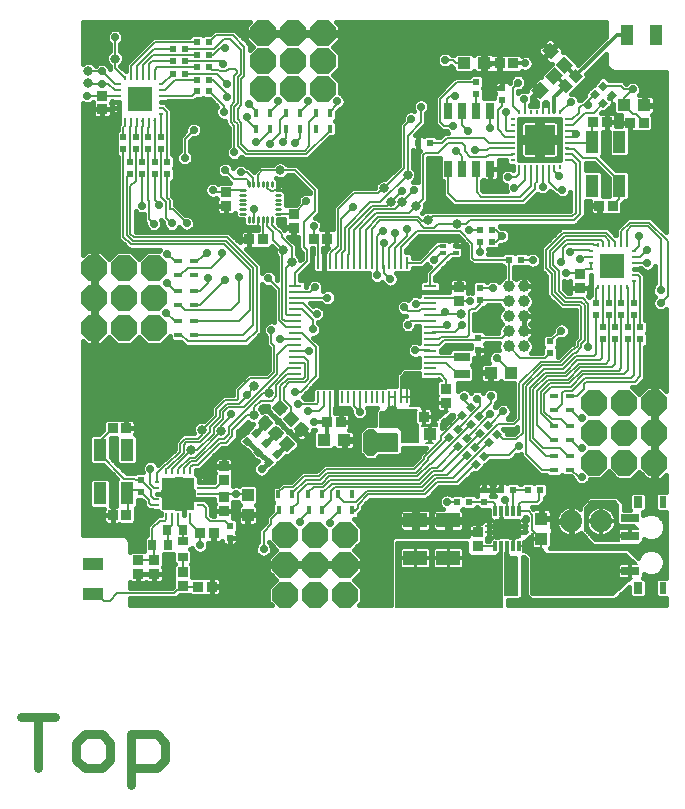
<source format=gtl>
G75*
%MOIN*%
%OFA0B0*%
%FSLAX25Y25*%
%IPPOS*%
%LPD*%
%AMOC8*
5,1,8,0,0,1.08239X$1,22.5*
%
%ADD10C,0.03000*%
%ADD11R,0.04331X0.03937*%
%ADD12R,0.03346X0.03543*%
%ADD13R,0.03543X0.03346*%
%ADD14C,0.03962*%
%ADD15C,0.07400*%
%ADD16R,0.05906X0.05118*%
%ADD17C,0.01181*%
%ADD18R,0.02362X0.02362*%
%ADD19R,0.02362X0.02362*%
%ADD20R,0.05906X0.02756*%
%ADD21R,0.02362X0.03937*%
%ADD22R,0.03150X0.03937*%
%ADD23R,0.01122X0.04331*%
%ADD24R,0.04331X0.01122*%
%ADD25OC8,0.08500*%
%ADD26R,0.07874X0.04724*%
%ADD27R,0.01169X0.03346*%
%ADD28R,0.02756X0.01102*%
%ADD29R,0.09449X0.06496*%
%ADD30R,0.03937X0.04331*%
%ADD31R,0.04488X0.12992*%
%ADD32R,0.02953X0.01772*%
%ADD33R,0.01772X0.02953*%
%ADD34R,0.00984X0.01575*%
%ADD35R,0.01575X0.00984*%
%ADD36R,0.07874X0.07874*%
%ADD37C,0.00906*%
%ADD38R,0.03937X0.06693*%
%ADD39R,0.04331X0.07480*%
%ADD40R,0.02800X0.05600*%
%ADD41R,0.10000X0.10000*%
%ADD42R,0.06693X0.03937*%
%ADD43R,0.02756X0.03543*%
%ADD44R,0.03543X0.02756*%
%ADD45R,0.10600X0.10600*%
%ADD46C,0.03150*%
%ADD47R,0.05500X0.03000*%
%ADD48R,0.02400X0.01200*%
%ADD49C,0.01600*%
%ADD50C,0.02800*%
%ADD51C,0.00800*%
%ADD52C,0.00600*%
%ADD53C,0.01200*%
D10*
X0196760Y0111745D02*
X0196760Y0128760D01*
X0205267Y0128760D01*
X0208103Y0125924D01*
X0208103Y0120252D01*
X0205267Y0117417D01*
X0196760Y0117417D01*
X0189687Y0120252D02*
X0189687Y0125924D01*
X0186851Y0128760D01*
X0181180Y0128760D01*
X0178344Y0125924D01*
X0178344Y0120252D01*
X0181180Y0117417D01*
X0186851Y0117417D01*
X0189687Y0120252D01*
X0171271Y0134431D02*
X0159928Y0134431D01*
X0165600Y0134431D02*
X0165600Y0117417D01*
D11*
X0261032Y0226817D03*
X0267725Y0226817D03*
X0289632Y0228667D03*
X0296325Y0228667D03*
X0316582Y0249217D03*
X0323275Y0249217D03*
X0361032Y0338467D03*
X0367725Y0338467D03*
G36*
X0341068Y0354735D02*
X0344129Y0351674D01*
X0341346Y0348891D01*
X0338285Y0351952D01*
X0341068Y0354735D01*
G37*
G36*
X0336335Y0359467D02*
X0339396Y0356406D01*
X0336613Y0353623D01*
X0333552Y0356684D01*
X0336335Y0359467D01*
G37*
G36*
X0334779Y0348069D02*
X0337840Y0351130D01*
X0340623Y0348347D01*
X0337562Y0345286D01*
X0334779Y0348069D01*
G37*
G36*
X0330046Y0343337D02*
X0333107Y0346398D01*
X0335890Y0343615D01*
X0332829Y0340554D01*
X0330046Y0343337D01*
G37*
X0314325Y0352467D03*
X0307632Y0352467D03*
D12*
X0319495Y0352367D03*
X0324062Y0352367D03*
G36*
X0339092Y0344967D02*
X0341458Y0347333D01*
X0343962Y0344829D01*
X0341596Y0342463D01*
X0339092Y0344967D01*
G37*
G36*
X0342321Y0348197D02*
X0344687Y0350563D01*
X0347191Y0348059D01*
X0344825Y0345693D01*
X0342321Y0348197D01*
G37*
X0350795Y0332767D03*
X0355362Y0332767D03*
X0362995Y0332617D03*
X0367562Y0332617D03*
X0357362Y0304967D03*
X0352795Y0304967D03*
X0262112Y0293867D03*
X0257545Y0293867D03*
X0240562Y0293667D03*
X0235995Y0293667D03*
X0289745Y0234467D03*
X0294312Y0234467D03*
X0266662Y0232817D03*
X0262095Y0232817D03*
X0224162Y0195717D03*
X0219595Y0195717D03*
X0195112Y0201817D03*
X0190545Y0201817D03*
X0219095Y0177967D03*
X0223662Y0177967D03*
X0195112Y0230817D03*
X0190545Y0230817D03*
D13*
X0227628Y0218000D03*
X0227628Y0213433D03*
X0227628Y0207750D03*
X0227628Y0203183D03*
X0204378Y0186750D03*
X0204378Y0182183D03*
X0198878Y0182183D03*
X0198878Y0186750D03*
X0213878Y0182750D03*
X0213878Y0178183D03*
X0312228Y0191433D03*
X0312228Y0196000D03*
X0301628Y0239183D03*
X0301628Y0243750D03*
X0305878Y0273183D03*
X0305878Y0277750D03*
X0346178Y0277483D03*
X0346178Y0282050D03*
X0250828Y0297633D03*
X0250828Y0302200D03*
X0228278Y0304883D03*
X0228278Y0309450D03*
X0187028Y0337083D03*
X0187028Y0341650D03*
D14*
X0322528Y0278067D03*
X0322528Y0273067D03*
X0322528Y0268067D03*
X0322528Y0263067D03*
X0322528Y0258067D03*
X0327528Y0258067D03*
X0327528Y0263067D03*
X0327528Y0268067D03*
X0327528Y0273067D03*
X0327528Y0278067D03*
D15*
X0343378Y0199717D03*
X0353378Y0199717D03*
D16*
X0282428Y0226027D03*
X0282428Y0233507D03*
D17*
X0253441Y0228393D02*
X0251493Y0230341D01*
X0253441Y0232289D01*
X0255389Y0230341D01*
X0253441Y0228393D01*
X0254621Y0229573D02*
X0252261Y0229573D01*
X0251905Y0230753D02*
X0254977Y0230753D01*
X0253797Y0231933D02*
X0253085Y0231933D01*
X0249905Y0231929D02*
X0247957Y0233877D01*
X0249905Y0235825D01*
X0251853Y0233877D01*
X0249905Y0231929D01*
X0251085Y0233109D02*
X0248725Y0233109D01*
X0248369Y0234289D02*
X0251441Y0234289D01*
X0250261Y0235469D02*
X0249549Y0235469D01*
X0246370Y0235464D02*
X0244422Y0237412D01*
X0246370Y0239360D01*
X0248318Y0237412D01*
X0246370Y0235464D01*
X0247550Y0236644D02*
X0245190Y0236644D01*
X0244834Y0237824D02*
X0247906Y0237824D01*
X0246726Y0239004D02*
X0246014Y0239004D01*
X0239539Y0232529D02*
X0241487Y0230581D01*
X0239539Y0232529D02*
X0241487Y0234477D01*
X0243435Y0232529D01*
X0241487Y0230581D01*
X0242667Y0231761D02*
X0240307Y0231761D01*
X0239951Y0232941D02*
X0243023Y0232941D01*
X0241843Y0234121D02*
X0241131Y0234121D01*
X0243075Y0228994D02*
X0245023Y0227046D01*
X0243075Y0228994D02*
X0245023Y0230942D01*
X0246971Y0228994D01*
X0245023Y0227046D01*
X0246203Y0228226D02*
X0243843Y0228226D01*
X0243487Y0229406D02*
X0246559Y0229406D01*
X0245379Y0230586D02*
X0244667Y0230586D01*
X0246610Y0225458D02*
X0248558Y0223510D01*
X0246610Y0225458D02*
X0248558Y0227406D01*
X0250506Y0225458D01*
X0248558Y0223510D01*
X0249738Y0224690D02*
X0247378Y0224690D01*
X0247022Y0225870D02*
X0250094Y0225870D01*
X0248914Y0227050D02*
X0248202Y0227050D01*
D18*
X0199978Y0213417D03*
X0199978Y0209417D03*
X0229628Y0198217D03*
X0229628Y0194217D03*
X0305478Y0206217D03*
X0309478Y0206217D03*
X0314478Y0206217D03*
X0314478Y0210217D03*
X0319978Y0210217D03*
X0323978Y0210217D03*
X0328978Y0210217D03*
X0332978Y0210217D03*
X0336278Y0255667D03*
X0336278Y0259667D03*
X0353828Y0260367D03*
X0353828Y0264367D03*
X0358028Y0264367D03*
X0358028Y0260367D03*
X0362228Y0260367D03*
X0362228Y0264367D03*
X0366428Y0264367D03*
X0366428Y0260367D03*
X0364328Y0268567D03*
X0364328Y0272567D03*
X0360128Y0272567D03*
X0360128Y0268567D03*
X0355928Y0268567D03*
X0355928Y0272567D03*
X0351728Y0272567D03*
X0351728Y0268567D03*
X0326678Y0286967D03*
X0322678Y0286967D03*
X0317078Y0292917D03*
X0317078Y0296667D03*
X0313078Y0296667D03*
X0313078Y0292917D03*
X0312928Y0277517D03*
X0312928Y0273517D03*
X0312428Y0260817D03*
X0312428Y0256817D03*
X0208778Y0315517D03*
X0208778Y0319517D03*
X0204578Y0319517D03*
X0204578Y0315517D03*
X0200378Y0315517D03*
X0200378Y0319517D03*
X0196178Y0319517D03*
X0196178Y0315517D03*
X0194078Y0323717D03*
X0194078Y0327717D03*
X0198278Y0327717D03*
X0198278Y0323717D03*
X0202478Y0323717D03*
X0202478Y0327717D03*
X0206678Y0327717D03*
X0206678Y0323717D03*
X0218728Y0343067D03*
X0218728Y0346817D03*
X0222728Y0346817D03*
X0222728Y0343067D03*
X0222728Y0351017D03*
X0218728Y0351017D03*
X0218728Y0355217D03*
X0222728Y0355217D03*
X0222728Y0359417D03*
X0218728Y0359417D03*
X0214528Y0357317D03*
X0210528Y0357317D03*
X0210528Y0353117D03*
X0214528Y0353117D03*
X0214528Y0348917D03*
X0210528Y0348917D03*
X0292278Y0325867D03*
X0296278Y0325867D03*
X0311778Y0342117D03*
X0311778Y0346117D03*
X0320378Y0344067D03*
X0320378Y0340067D03*
D19*
G36*
X0352834Y0342152D02*
X0351164Y0340482D01*
X0349494Y0342152D01*
X0351164Y0343822D01*
X0352834Y0342152D01*
G37*
G36*
X0355663Y0344981D02*
X0353993Y0343311D01*
X0352323Y0344981D01*
X0353993Y0346651D01*
X0355663Y0344981D01*
G37*
G36*
X0358613Y0341931D02*
X0356943Y0340261D01*
X0355273Y0341931D01*
X0356943Y0343601D01*
X0358613Y0341931D01*
G37*
G36*
X0355784Y0339102D02*
X0354114Y0337432D01*
X0352444Y0339102D01*
X0354114Y0340772D01*
X0355784Y0339102D01*
G37*
G36*
X0308173Y0237839D02*
X0309843Y0239509D01*
X0311513Y0237839D01*
X0309843Y0236169D01*
X0308173Y0237839D01*
G37*
G36*
X0305345Y0235011D02*
X0307015Y0236681D01*
X0308685Y0235011D01*
X0307015Y0233341D01*
X0305345Y0235011D01*
G37*
G36*
X0303860Y0230556D02*
X0305530Y0232226D01*
X0307200Y0230556D01*
X0305530Y0228886D01*
X0303860Y0230556D01*
G37*
G36*
X0301031Y0227728D02*
X0302701Y0229398D01*
X0304371Y0227728D01*
X0302701Y0226058D01*
X0301031Y0227728D01*
G37*
G36*
X0304001Y0224758D02*
X0305671Y0226428D01*
X0307341Y0224758D01*
X0305671Y0223088D01*
X0304001Y0224758D01*
G37*
G36*
X0306830Y0227586D02*
X0308500Y0229256D01*
X0310170Y0227586D01*
X0308500Y0225916D01*
X0306830Y0227586D01*
G37*
G36*
X0308315Y0232041D02*
X0309985Y0233711D01*
X0311655Y0232041D01*
X0309985Y0230371D01*
X0308315Y0232041D01*
G37*
G36*
X0311143Y0234870D02*
X0312813Y0236540D01*
X0314483Y0234870D01*
X0312813Y0233200D01*
X0311143Y0234870D01*
G37*
G36*
X0314113Y0231900D02*
X0315783Y0233570D01*
X0317453Y0231900D01*
X0315783Y0230230D01*
X0314113Y0231900D01*
G37*
G36*
X0311284Y0229071D02*
X0312954Y0230741D01*
X0314624Y0229071D01*
X0312954Y0227401D01*
X0311284Y0229071D01*
G37*
G36*
X0309799Y0224616D02*
X0311469Y0226286D01*
X0313139Y0224616D01*
X0311469Y0222946D01*
X0309799Y0224616D01*
G37*
G36*
X0306971Y0221788D02*
X0308641Y0223458D01*
X0310311Y0221788D01*
X0308641Y0220118D01*
X0306971Y0221788D01*
G37*
G36*
X0309941Y0218818D02*
X0311611Y0220488D01*
X0313281Y0218818D01*
X0311611Y0217148D01*
X0309941Y0218818D01*
G37*
G36*
X0312769Y0221647D02*
X0314439Y0223317D01*
X0316109Y0221647D01*
X0314439Y0219977D01*
X0312769Y0221647D01*
G37*
G36*
X0314254Y0226101D02*
X0315924Y0227771D01*
X0317594Y0226101D01*
X0315924Y0224431D01*
X0314254Y0226101D01*
G37*
G36*
X0317083Y0228930D02*
X0318753Y0230600D01*
X0320423Y0228930D01*
X0318753Y0227260D01*
X0317083Y0228930D01*
G37*
G36*
X0247013Y0222243D02*
X0245343Y0220573D01*
X0243673Y0222243D01*
X0245343Y0223913D01*
X0247013Y0222243D01*
G37*
G36*
X0244184Y0219414D02*
X0242514Y0217744D01*
X0240844Y0219414D01*
X0242514Y0221084D01*
X0244184Y0219414D01*
G37*
G36*
X0240649Y0222950D02*
X0238979Y0221280D01*
X0237309Y0222950D01*
X0238979Y0224620D01*
X0240649Y0222950D01*
G37*
G36*
X0243477Y0225778D02*
X0241807Y0224108D01*
X0240137Y0225778D01*
X0241807Y0227448D01*
X0243477Y0225778D01*
G37*
G36*
X0239942Y0229314D02*
X0238272Y0227644D01*
X0236602Y0229314D01*
X0238272Y0230984D01*
X0239942Y0229314D01*
G37*
G36*
X0237113Y0226485D02*
X0235443Y0224815D01*
X0233773Y0226485D01*
X0235443Y0228155D01*
X0237113Y0226485D01*
G37*
D20*
X0363089Y0200775D03*
X0363089Y0194869D03*
X0363089Y0183058D03*
D21*
X0373915Y0177547D03*
X0373915Y0206287D03*
D22*
X0365648Y0206287D03*
X0365648Y0177547D03*
D23*
X0288642Y0241026D03*
X0286674Y0241026D03*
X0284705Y0241026D03*
X0282737Y0241026D03*
X0280768Y0241026D03*
X0278800Y0241026D03*
X0276831Y0241026D03*
X0274863Y0241026D03*
X0272894Y0241026D03*
X0270926Y0241026D03*
X0268957Y0241026D03*
X0266989Y0241026D03*
X0265020Y0241026D03*
X0263052Y0241026D03*
X0261083Y0241026D03*
X0259115Y0241026D03*
X0259115Y0285908D03*
X0261083Y0285908D03*
X0263052Y0285908D03*
X0265020Y0285908D03*
X0266989Y0285908D03*
X0268957Y0285908D03*
X0270926Y0285908D03*
X0272894Y0285908D03*
X0274863Y0285908D03*
X0276831Y0285908D03*
X0278800Y0285908D03*
X0280768Y0285908D03*
X0282737Y0285908D03*
X0284705Y0285908D03*
X0286674Y0285908D03*
X0288642Y0285908D03*
D24*
X0296319Y0278230D03*
X0296319Y0276262D03*
X0296319Y0274293D03*
X0296319Y0272325D03*
X0296319Y0270356D03*
X0296319Y0268388D03*
X0296319Y0266419D03*
X0296319Y0264451D03*
X0296319Y0262482D03*
X0296319Y0260514D03*
X0296319Y0258545D03*
X0296319Y0256577D03*
X0296319Y0254608D03*
X0296319Y0252640D03*
X0296319Y0250671D03*
X0296319Y0248703D03*
X0251438Y0248703D03*
X0251438Y0250671D03*
X0251438Y0252640D03*
X0251438Y0254608D03*
X0251438Y0256577D03*
X0251438Y0258545D03*
X0251438Y0260514D03*
X0251438Y0262482D03*
X0251438Y0264451D03*
X0251438Y0266419D03*
X0251438Y0268388D03*
X0251438Y0270356D03*
X0251438Y0272325D03*
X0251438Y0274293D03*
X0251438Y0276262D03*
X0251438Y0278230D03*
D25*
X0204378Y0274167D03*
X0194378Y0274167D03*
X0184378Y0274167D03*
X0184378Y0264167D03*
X0194378Y0264167D03*
X0204378Y0264167D03*
X0204378Y0284167D03*
X0194378Y0284167D03*
X0184378Y0284167D03*
X0240628Y0343967D03*
X0250628Y0343967D03*
X0250628Y0353217D03*
X0240628Y0353217D03*
X0240628Y0362467D03*
X0250628Y0362467D03*
X0260628Y0362467D03*
X0260628Y0353217D03*
X0260628Y0343967D03*
X0351128Y0239217D03*
X0361128Y0239217D03*
X0371128Y0239217D03*
X0371128Y0229217D03*
X0361128Y0229217D03*
X0351128Y0229217D03*
X0351028Y0219317D03*
X0361128Y0219217D03*
X0371128Y0219217D03*
X0268078Y0195267D03*
X0258078Y0195267D03*
X0248078Y0195267D03*
X0248078Y0185267D03*
X0258078Y0185267D03*
X0268078Y0185267D03*
X0268078Y0175267D03*
X0258078Y0175267D03*
X0248078Y0175267D03*
D26*
X0291478Y0187417D03*
X0302478Y0187417D03*
X0302478Y0200016D03*
X0291478Y0200016D03*
D27*
X0318041Y0203024D03*
X0320010Y0203024D03*
X0321978Y0203024D03*
X0323947Y0203024D03*
X0325915Y0203024D03*
X0325915Y0191410D03*
X0323947Y0191410D03*
X0321978Y0191410D03*
X0320010Y0191410D03*
X0318041Y0191410D03*
D28*
X0316073Y0196232D03*
X0316073Y0198201D03*
X0327884Y0198201D03*
X0327884Y0196232D03*
D29*
X0321978Y0197217D03*
D30*
X0333478Y0200563D03*
X0333478Y0193870D03*
X0235628Y0201870D03*
X0235628Y0208563D03*
D31*
X0323478Y0181717D03*
X0333478Y0181717D03*
D32*
X0337701Y0216933D03*
X0337701Y0221500D03*
X0343056Y0221500D03*
X0343056Y0216973D03*
X0343056Y0226973D03*
X0343056Y0231500D03*
X0337701Y0231500D03*
X0337701Y0226933D03*
X0337701Y0236933D03*
X0337701Y0241500D03*
X0343056Y0241500D03*
X0343056Y0236973D03*
X0217806Y0261883D03*
X0217806Y0266450D03*
X0212451Y0266411D03*
X0212451Y0261883D03*
X0212451Y0271883D03*
X0212451Y0276411D03*
X0217806Y0276450D03*
X0217806Y0271883D03*
X0217806Y0281883D03*
X0217806Y0286450D03*
X0212451Y0286411D03*
X0212451Y0281883D03*
D33*
X0238345Y0330540D03*
X0242912Y0330540D03*
X0242873Y0335894D03*
X0238345Y0335894D03*
X0248345Y0335894D03*
X0252873Y0335894D03*
X0252912Y0330540D03*
X0248345Y0330540D03*
X0258345Y0330540D03*
X0262912Y0330540D03*
X0262873Y0335894D03*
X0258345Y0335894D03*
X0260362Y0208694D03*
X0255795Y0208694D03*
X0255834Y0203340D03*
X0260362Y0203340D03*
X0265834Y0203340D03*
X0270362Y0203340D03*
X0270362Y0208694D03*
X0265795Y0208694D03*
X0250362Y0208694D03*
X0245795Y0208694D03*
X0245834Y0203340D03*
X0250362Y0203340D03*
D34*
X0216315Y0201880D03*
X0214347Y0201880D03*
X0212378Y0201880D03*
X0210410Y0201880D03*
X0208441Y0201880D03*
X0208441Y0216053D03*
X0210410Y0216053D03*
X0212378Y0216053D03*
X0214347Y0216053D03*
X0216315Y0216053D03*
X0352157Y0277680D03*
X0354126Y0277680D03*
X0356094Y0277680D03*
X0358063Y0277680D03*
X0360031Y0277680D03*
X0362000Y0277680D03*
X0362000Y0291853D03*
X0360031Y0291853D03*
X0358063Y0291853D03*
X0356094Y0291853D03*
X0354126Y0291853D03*
X0352157Y0291853D03*
X0339768Y0317912D03*
X0337800Y0317912D03*
X0335831Y0317912D03*
X0333863Y0317912D03*
X0331894Y0317912D03*
X0329926Y0317912D03*
X0327957Y0317912D03*
X0325989Y0317912D03*
X0325989Y0336022D03*
X0327957Y0336022D03*
X0329926Y0336022D03*
X0331894Y0336022D03*
X0333863Y0336022D03*
X0335831Y0336022D03*
X0337800Y0336022D03*
X0339768Y0336022D03*
X0204500Y0333380D03*
X0202531Y0333380D03*
X0200563Y0333380D03*
X0198594Y0333380D03*
X0196626Y0333380D03*
X0194657Y0333380D03*
X0194657Y0347553D03*
X0196626Y0347553D03*
X0198594Y0347553D03*
X0200563Y0347553D03*
X0202531Y0347553D03*
X0204500Y0347553D03*
D35*
X0206665Y0345388D03*
X0206665Y0343419D03*
X0206665Y0341451D03*
X0206665Y0339482D03*
X0206665Y0337514D03*
X0206665Y0335545D03*
X0192492Y0335545D03*
X0192492Y0337514D03*
X0192492Y0339482D03*
X0192492Y0341451D03*
X0192492Y0343419D03*
X0192492Y0345388D03*
X0323823Y0333856D03*
X0323823Y0331888D03*
X0323823Y0329919D03*
X0323823Y0327951D03*
X0323823Y0325982D03*
X0323823Y0324014D03*
X0323823Y0322045D03*
X0323823Y0320077D03*
X0341934Y0320077D03*
X0341934Y0322045D03*
X0341934Y0324014D03*
X0341934Y0325982D03*
X0341934Y0327951D03*
X0341934Y0329919D03*
X0341934Y0331888D03*
X0341934Y0333856D03*
X0349992Y0289688D03*
X0349992Y0287719D03*
X0349992Y0285751D03*
X0349992Y0283782D03*
X0349992Y0281814D03*
X0349992Y0279845D03*
X0364165Y0279845D03*
X0364165Y0281814D03*
X0364165Y0283782D03*
X0364165Y0285751D03*
X0364165Y0287719D03*
X0364165Y0289688D03*
X0219465Y0212904D03*
X0219465Y0210935D03*
X0219465Y0208967D03*
X0219465Y0206998D03*
X0219465Y0205030D03*
X0205292Y0205030D03*
X0205292Y0206998D03*
X0205292Y0208967D03*
X0205292Y0210935D03*
X0205292Y0212904D03*
D36*
X0357078Y0284767D03*
X0199578Y0340467D03*
D37*
X0235841Y0312800D02*
X0235841Y0311344D01*
X0237416Y0311344D02*
X0237416Y0312800D01*
X0238991Y0312800D02*
X0238991Y0311344D01*
X0240566Y0311344D02*
X0240566Y0312800D01*
X0242141Y0312800D02*
X0242141Y0311344D01*
X0243715Y0311344D02*
X0243715Y0312800D01*
X0244956Y0310104D02*
X0246412Y0310104D01*
X0246412Y0308529D02*
X0244956Y0308529D01*
X0244956Y0306954D02*
X0246412Y0306954D01*
X0246412Y0305379D02*
X0244956Y0305379D01*
X0244956Y0303804D02*
X0246412Y0303804D01*
X0246412Y0302230D02*
X0244956Y0302230D01*
X0243715Y0300989D02*
X0243715Y0299533D01*
X0242141Y0299533D02*
X0242141Y0300989D01*
X0240566Y0300989D02*
X0240566Y0299533D01*
X0238991Y0299533D02*
X0238991Y0300989D01*
X0237416Y0300989D02*
X0237416Y0299533D01*
X0235841Y0299533D02*
X0235841Y0300989D01*
X0234601Y0302230D02*
X0233145Y0302230D01*
X0233145Y0303804D02*
X0234601Y0303804D01*
X0234601Y0305379D02*
X0233145Y0305379D01*
X0233145Y0306954D02*
X0234601Y0306954D01*
X0234601Y0308529D02*
X0233145Y0308529D01*
X0233145Y0310104D02*
X0234601Y0310104D01*
D38*
X0361857Y0361867D03*
X0371700Y0361867D03*
D39*
X0359406Y0326200D03*
X0350351Y0326200D03*
X0350351Y0311633D03*
X0359406Y0311633D03*
X0195356Y0223600D03*
X0186301Y0223600D03*
X0186301Y0209033D03*
X0195356Y0209033D03*
D40*
X0302292Y0317305D03*
X0307016Y0317305D03*
X0311741Y0317305D03*
X0316465Y0317305D03*
X0316465Y0336628D03*
X0311741Y0336628D03*
X0307016Y0336628D03*
X0302292Y0336628D03*
D41*
X0332878Y0326967D03*
D42*
X0183878Y0185388D03*
X0183878Y0175545D03*
D43*
X0203819Y0191967D03*
X0208938Y0191967D03*
X0208819Y0196967D03*
X0213938Y0196967D03*
D44*
X0213878Y0193026D03*
X0213878Y0187908D03*
D45*
X0212378Y0208967D03*
D46*
X0216778Y0223467D03*
X0226778Y0229667D03*
X0220278Y0230317D03*
X0237728Y0235017D03*
X0242578Y0242467D03*
X0237778Y0244867D03*
X0306628Y0268667D03*
X0305428Y0298867D03*
X0295628Y0300317D03*
X0291778Y0304917D03*
X0287128Y0306167D03*
X0283378Y0306167D03*
X0280878Y0310767D03*
X0288828Y0315267D03*
X0246378Y0316717D03*
X0247478Y0290017D03*
X0250178Y0286217D03*
X0182478Y0345917D03*
X0182478Y0349817D03*
X0191328Y0353917D03*
D47*
X0306878Y0254517D03*
X0306878Y0248817D03*
D48*
X0304847Y0289286D03*
X0304847Y0291648D03*
X0300516Y0291648D03*
X0300516Y0289286D03*
D49*
X0303833Y0287117D02*
X0303983Y0287267D01*
X0305133Y0287267D01*
X0305152Y0287286D01*
X0306627Y0287286D01*
X0307447Y0288106D01*
X0307447Y0290465D01*
X0307363Y0290550D01*
X0307447Y0290863D01*
X0307447Y0291648D01*
X0307447Y0292432D01*
X0307352Y0292788D01*
X0307167Y0293107D01*
X0306907Y0293368D01*
X0306587Y0293552D01*
X0306231Y0293648D01*
X0304847Y0293648D01*
X0304847Y0291648D01*
X0304847Y0291648D01*
X0304847Y0293648D01*
X0303463Y0293648D01*
X0303107Y0293552D01*
X0302787Y0293368D01*
X0302682Y0293262D01*
X0302296Y0293648D01*
X0298736Y0293648D01*
X0298436Y0293348D01*
X0298355Y0293348D01*
X0297360Y0292352D01*
X0292615Y0287608D01*
X0290603Y0287608D01*
X0290603Y0288653D01*
X0289783Y0289473D01*
X0288374Y0289473D01*
X0288374Y0290308D01*
X0292733Y0294667D01*
X0305674Y0294667D01*
X0308778Y0291563D01*
X0308778Y0286713D01*
X0309228Y0286263D01*
X0310224Y0285267D01*
X0320097Y0285267D01*
X0320097Y0285206D01*
X0320917Y0284386D01*
X0320978Y0284386D01*
X0320978Y0281084D01*
X0320613Y0280933D01*
X0319662Y0279982D01*
X0319416Y0279389D01*
X0318915Y0279890D01*
X0317885Y0280317D01*
X0316772Y0280317D01*
X0315742Y0279890D01*
X0315320Y0279468D01*
X0314689Y0280098D01*
X0311167Y0280098D01*
X0310347Y0279278D01*
X0310347Y0275970D01*
X0310235Y0276017D01*
X0309122Y0276017D01*
X0309050Y0275987D01*
X0309050Y0277714D01*
X0305915Y0277714D01*
X0305915Y0277787D01*
X0305842Y0277787D01*
X0305842Y0280823D01*
X0303922Y0280823D01*
X0303566Y0280728D01*
X0303247Y0280544D01*
X0302987Y0280283D01*
X0302802Y0279964D01*
X0302707Y0279608D01*
X0302707Y0277787D01*
X0305842Y0277787D01*
X0305842Y0277714D01*
X0302707Y0277714D01*
X0302707Y0275993D01*
X0299885Y0275993D01*
X0299885Y0276262D01*
X0299885Y0277007D01*
X0299867Y0277072D01*
X0299885Y0277090D01*
X0299885Y0279371D01*
X0299065Y0280191D01*
X0298019Y0280191D01*
X0298019Y0281303D01*
X0303833Y0287117D01*
X0303972Y0287257D02*
X0308778Y0287257D01*
X0308778Y0288855D02*
X0307447Y0288855D01*
X0307447Y0290454D02*
X0308778Y0290454D01*
X0308289Y0292052D02*
X0307447Y0292052D01*
X0307447Y0291648D02*
X0304847Y0291648D01*
X0304847Y0291648D01*
X0307447Y0291648D01*
X0306690Y0293651D02*
X0291717Y0293651D01*
X0290118Y0292052D02*
X0297060Y0292052D01*
X0297360Y0292352D02*
X0297360Y0292352D01*
X0295461Y0290454D02*
X0288519Y0290454D01*
X0290401Y0288855D02*
X0293863Y0288855D01*
X0295264Y0285449D02*
X0295019Y0285203D01*
X0295019Y0285203D01*
X0294024Y0284208D01*
X0290603Y0284208D01*
X0290603Y0283162D01*
X0289783Y0282342D01*
X0285113Y0282342D01*
X0285452Y0282003D01*
X0285878Y0280974D01*
X0285878Y0279860D01*
X0285452Y0278831D01*
X0284665Y0278043D01*
X0283635Y0277617D01*
X0282522Y0277617D01*
X0281492Y0278043D01*
X0280705Y0278831D01*
X0280470Y0279398D01*
X0280365Y0279293D01*
X0279335Y0278867D01*
X0278222Y0278867D01*
X0277192Y0279293D01*
X0276405Y0280081D01*
X0275978Y0281110D01*
X0275978Y0282224D01*
X0276028Y0282342D01*
X0261911Y0282342D01*
X0261893Y0282360D01*
X0261829Y0282342D01*
X0261083Y0282342D01*
X0261083Y0285908D01*
X0261083Y0289473D01*
X0260815Y0289473D01*
X0260815Y0290695D01*
X0262075Y0290695D01*
X0262075Y0293830D01*
X0262149Y0293830D01*
X0262149Y0290695D01*
X0262253Y0290695D01*
X0261352Y0289794D01*
X0261352Y0289473D01*
X0261083Y0289473D01*
X0261083Y0285908D01*
X0261083Y0285908D01*
X0261083Y0285908D01*
X0261083Y0282342D01*
X0260338Y0282342D01*
X0260273Y0282360D01*
X0260256Y0282342D01*
X0257974Y0282342D01*
X0257154Y0283162D01*
X0257154Y0288653D01*
X0257415Y0288914D01*
X0257415Y0290695D01*
X0257128Y0290695D01*
X0257128Y0285913D01*
X0256133Y0284917D01*
X0253128Y0281913D01*
X0253128Y0280191D01*
X0254183Y0280191D01*
X0255003Y0279371D01*
X0255003Y0277962D01*
X0255128Y0277962D01*
X0255128Y0278324D01*
X0255555Y0279353D01*
X0256342Y0280140D01*
X0257372Y0280567D01*
X0258485Y0280567D01*
X0259515Y0280140D01*
X0260302Y0279353D01*
X0260728Y0278324D01*
X0260728Y0277210D01*
X0260493Y0276641D01*
X0260542Y0276690D01*
X0261572Y0277117D01*
X0262685Y0277117D01*
X0263715Y0276690D01*
X0264502Y0275903D01*
X0264928Y0274874D01*
X0264928Y0273760D01*
X0264502Y0272731D01*
X0263715Y0271943D01*
X0262685Y0271517D01*
X0261572Y0271517D01*
X0260542Y0271943D01*
X0259869Y0272617D01*
X0259033Y0272617D01*
X0259009Y0272593D01*
X0256256Y0272593D01*
X0257378Y0271471D01*
X0257972Y0271717D01*
X0259085Y0271717D01*
X0260115Y0271290D01*
X0260902Y0270503D01*
X0261328Y0269474D01*
X0261328Y0268360D01*
X0260902Y0267331D01*
X0260115Y0266543D01*
X0259085Y0266117D01*
X0259078Y0266117D01*
X0259078Y0265926D01*
X0259702Y0265303D01*
X0260128Y0264274D01*
X0260128Y0263160D01*
X0259702Y0262131D01*
X0258915Y0261343D01*
X0257885Y0260917D01*
X0257483Y0260917D01*
X0259033Y0259367D01*
X0260028Y0258371D01*
X0260028Y0247413D01*
X0254878Y0242263D01*
X0253883Y0241267D01*
X0253880Y0241267D01*
X0254065Y0241190D01*
X0254738Y0240517D01*
X0257154Y0240517D01*
X0257154Y0243771D01*
X0257974Y0244591D01*
X0264193Y0244591D01*
X0264210Y0244574D01*
X0264275Y0244591D01*
X0265020Y0244591D01*
X0265020Y0241026D01*
X0265020Y0241026D01*
X0265020Y0244591D01*
X0265766Y0244591D01*
X0265830Y0244574D01*
X0265848Y0244591D01*
X0281449Y0244591D01*
X0281674Y0244817D01*
X0284290Y0244817D01*
X0284302Y0244828D01*
X0284978Y0244817D01*
X0284940Y0247251D01*
X0284928Y0247263D01*
X0284928Y0247953D01*
X0284917Y0248644D01*
X0284928Y0248655D01*
X0284928Y0248671D01*
X0285417Y0249159D01*
X0285897Y0249655D01*
X0285913Y0249656D01*
X0287424Y0251167D01*
X0292754Y0251167D01*
X0292754Y0254256D01*
X0291935Y0253917D01*
X0290822Y0253917D01*
X0289792Y0254343D01*
X0289005Y0255131D01*
X0288578Y0256160D01*
X0288578Y0257274D01*
X0289005Y0258303D01*
X0289792Y0259090D01*
X0290822Y0259517D01*
X0291935Y0259517D01*
X0292754Y0259178D01*
X0292754Y0264719D01*
X0291812Y0264719D01*
X0291402Y0263731D01*
X0290615Y0262943D01*
X0289585Y0262517D01*
X0288472Y0262517D01*
X0287442Y0262943D01*
X0286655Y0263731D01*
X0286228Y0264760D01*
X0286228Y0265874D01*
X0286655Y0266903D01*
X0287442Y0267690D01*
X0288332Y0268059D01*
X0288174Y0268217D01*
X0287222Y0268217D01*
X0286192Y0268643D01*
X0285405Y0269431D01*
X0284978Y0270460D01*
X0284978Y0271574D01*
X0285405Y0272603D01*
X0286192Y0273390D01*
X0287222Y0273817D01*
X0288335Y0273817D01*
X0289090Y0273504D01*
X0289255Y0273903D01*
X0290042Y0274690D01*
X0291072Y0275117D01*
X0292185Y0275117D01*
X0292754Y0274881D01*
X0292754Y0275434D01*
X0292771Y0275452D01*
X0292754Y0275517D01*
X0292754Y0276262D01*
X0296319Y0276262D01*
X0296319Y0276262D01*
X0292754Y0276262D01*
X0292754Y0277007D01*
X0292771Y0277072D01*
X0292754Y0277090D01*
X0292754Y0279371D01*
X0293574Y0280191D01*
X0294619Y0280191D01*
X0294619Y0282712D01*
X0296290Y0284382D01*
X0296142Y0284443D01*
X0295355Y0285231D01*
X0295264Y0285449D01*
X0295967Y0284060D02*
X0290603Y0284060D01*
X0289902Y0282461D02*
X0294619Y0282461D01*
X0294619Y0280862D02*
X0285878Y0280862D01*
X0285632Y0279264D02*
X0292754Y0279264D01*
X0292754Y0277665D02*
X0283753Y0277665D01*
X0282404Y0277665D02*
X0260728Y0277665D01*
X0260339Y0279264D02*
X0277262Y0279264D01*
X0276081Y0280862D02*
X0253128Y0280862D01*
X0253677Y0282461D02*
X0257855Y0282461D01*
X0257154Y0284060D02*
X0255275Y0284060D01*
X0256874Y0285658D02*
X0257154Y0285658D01*
X0257128Y0287257D02*
X0257154Y0287257D01*
X0257128Y0288855D02*
X0257356Y0288855D01*
X0257415Y0290454D02*
X0257128Y0290454D01*
X0253728Y0289313D02*
X0253474Y0289567D01*
X0252478Y0290563D01*
X0252478Y0294560D01*
X0250865Y0294560D01*
X0250865Y0297597D01*
X0250792Y0297597D01*
X0247657Y0297597D01*
X0247657Y0296942D01*
X0247533Y0297067D01*
X0245568Y0299031D01*
X0245568Y0300377D01*
X0247180Y0300377D01*
X0247303Y0300500D01*
X0247657Y0300500D01*
X0247657Y0299947D01*
X0247754Y0299850D01*
X0247752Y0299847D01*
X0247657Y0299491D01*
X0247657Y0297670D01*
X0250792Y0297670D01*
X0250792Y0297597D01*
X0250792Y0294560D01*
X0249139Y0294560D01*
X0251878Y0291821D01*
X0251878Y0288724D01*
X0252700Y0287902D01*
X0253153Y0286808D01*
X0253153Y0286746D01*
X0253728Y0287321D01*
X0253728Y0289313D01*
X0253728Y0288855D02*
X0251878Y0288855D01*
X0251878Y0290454D02*
X0252587Y0290454D01*
X0252478Y0292052D02*
X0251647Y0292052D01*
X0252478Y0293651D02*
X0250049Y0293651D01*
X0250792Y0295249D02*
X0250865Y0295249D01*
X0250865Y0296848D02*
X0250792Y0296848D01*
X0247657Y0298446D02*
X0246153Y0298446D01*
X0245568Y0300045D02*
X0247657Y0300045D01*
X0248265Y0305062D02*
X0248265Y0306147D01*
X0248245Y0306167D01*
X0248265Y0306187D01*
X0248265Y0307722D01*
X0248245Y0307741D01*
X0248265Y0307761D01*
X0248265Y0309296D01*
X0248146Y0309415D01*
X0248265Y0309860D01*
X0248265Y0310104D01*
X0248265Y0310348D01*
X0248139Y0310819D01*
X0247895Y0311241D01*
X0247550Y0311586D01*
X0247127Y0311830D01*
X0246656Y0311956D01*
X0245684Y0311956D01*
X0245568Y0311956D01*
X0245568Y0313568D01*
X0245117Y0314019D01*
X0245787Y0313742D01*
X0246970Y0313742D01*
X0248064Y0314195D01*
X0248885Y0315017D01*
X0250724Y0315017D01*
X0256178Y0309563D01*
X0256178Y0309112D01*
X0255685Y0309317D01*
X0254572Y0309317D01*
X0253542Y0308890D01*
X0252755Y0308103D01*
X0252328Y0307074D01*
X0252328Y0306104D01*
X0251498Y0305273D01*
X0248477Y0305273D01*
X0248265Y0305062D01*
X0248265Y0306439D02*
X0252328Y0306439D01*
X0252728Y0308037D02*
X0248265Y0308037D01*
X0248205Y0309636D02*
X0256105Y0309636D01*
X0254507Y0311234D02*
X0247899Y0311234D01*
X0248265Y0310104D02*
X0247458Y0310104D01*
X0247458Y0310104D01*
X0248265Y0310104D01*
X0245684Y0310382D02*
X0245684Y0310382D01*
X0245684Y0311956D01*
X0245684Y0310382D01*
X0245684Y0311234D02*
X0245684Y0311234D01*
X0245568Y0312833D02*
X0252908Y0312833D01*
X0251310Y0314431D02*
X0248300Y0314431D01*
X0248885Y0318417D02*
X0248064Y0319239D01*
X0246970Y0319691D01*
X0245787Y0319691D01*
X0244693Y0319239D01*
X0243871Y0318417D01*
X0239724Y0318417D01*
X0238274Y0316967D01*
X0237578Y0316271D01*
X0237028Y0316821D01*
X0236033Y0317817D01*
X0235438Y0317817D01*
X0234765Y0318490D01*
X0233735Y0318917D01*
X0232622Y0318917D01*
X0231592Y0318490D01*
X0230805Y0317703D01*
X0230748Y0317567D01*
X0230402Y0318403D01*
X0229615Y0319190D01*
X0228585Y0319617D01*
X0227472Y0319617D01*
X0226442Y0319190D01*
X0225655Y0318403D01*
X0225228Y0317374D01*
X0225228Y0316260D01*
X0225655Y0315231D01*
X0226442Y0314443D01*
X0227472Y0314017D01*
X0228274Y0314017D01*
X0229768Y0312523D01*
X0225927Y0312523D01*
X0225704Y0312301D01*
X0225515Y0312490D01*
X0224485Y0312917D01*
X0223372Y0312917D01*
X0222342Y0312490D01*
X0221555Y0311703D01*
X0221128Y0310674D01*
X0221128Y0309560D01*
X0221555Y0308531D01*
X0222342Y0307743D01*
X0223372Y0307317D01*
X0224485Y0307317D01*
X0225107Y0307574D01*
X0225107Y0307197D01*
X0225204Y0307100D01*
X0225202Y0307097D01*
X0225107Y0306741D01*
X0225107Y0304920D01*
X0228242Y0304920D01*
X0228242Y0304847D01*
X0225107Y0304847D01*
X0225107Y0303026D01*
X0225202Y0302670D01*
X0225387Y0302350D01*
X0225647Y0302090D01*
X0225966Y0301905D01*
X0226322Y0301810D01*
X0228242Y0301810D01*
X0228242Y0304847D01*
X0228315Y0304847D01*
X0228315Y0301810D01*
X0230234Y0301810D01*
X0230591Y0301905D01*
X0230910Y0302090D01*
X0231170Y0302350D01*
X0231292Y0302561D01*
X0231292Y0301462D01*
X0232377Y0300377D01*
X0233989Y0300377D01*
X0233989Y0298765D01*
X0235074Y0297680D01*
X0236609Y0297680D01*
X0236629Y0297700D01*
X0236649Y0297680D01*
X0238184Y0297680D01*
X0238303Y0297799D01*
X0238747Y0297680D01*
X0238862Y0297680D01*
X0238862Y0296838D01*
X0238309Y0296838D01*
X0238212Y0296741D01*
X0238209Y0296743D01*
X0237853Y0296838D01*
X0236032Y0296838D01*
X0236032Y0293703D01*
X0235958Y0293703D01*
X0235958Y0293630D01*
X0232922Y0293630D01*
X0232922Y0292678D01*
X0229483Y0296117D01*
X0198383Y0296117D01*
X0198178Y0296321D01*
X0198178Y0303207D01*
X0198792Y0302593D01*
X0199822Y0302167D01*
X0200935Y0302167D01*
X0200978Y0302185D01*
X0200978Y0299763D01*
X0201428Y0299313D01*
X0201428Y0298360D01*
X0201855Y0297331D01*
X0202642Y0296543D01*
X0203672Y0296117D01*
X0204785Y0296117D01*
X0205815Y0296543D01*
X0206602Y0297331D01*
X0207028Y0298360D01*
X0207028Y0299474D01*
X0206789Y0300052D01*
X0207428Y0299413D01*
X0207428Y0298460D01*
X0207855Y0297431D01*
X0208642Y0296643D01*
X0209672Y0296217D01*
X0210785Y0296217D01*
X0211815Y0296643D01*
X0212602Y0297431D01*
X0212714Y0297700D01*
X0212805Y0297481D01*
X0213592Y0296693D01*
X0214622Y0296267D01*
X0215735Y0296267D01*
X0216765Y0296693D01*
X0217552Y0297481D01*
X0217978Y0298510D01*
X0217978Y0299624D01*
X0217552Y0300653D01*
X0216765Y0301440D01*
X0215735Y0301867D01*
X0214783Y0301867D01*
X0211328Y0305321D01*
X0211328Y0307421D01*
X0210478Y0308271D01*
X0210478Y0312936D01*
X0210539Y0312936D01*
X0211360Y0313756D01*
X0211360Y0317278D01*
X0211121Y0317517D01*
X0211360Y0317756D01*
X0211360Y0321278D01*
X0210539Y0322098D01*
X0210478Y0322098D01*
X0210478Y0336771D01*
X0209483Y0337767D01*
X0209031Y0338218D01*
X0208852Y0338397D01*
X0208852Y0338586D01*
X0208806Y0338632D01*
X0208852Y0338806D01*
X0208852Y0339482D01*
X0206665Y0339482D01*
X0206665Y0339482D01*
X0208852Y0339482D01*
X0208852Y0339751D01*
X0217817Y0339751D01*
X0218552Y0340486D01*
X0220489Y0340486D01*
X0220728Y0340725D01*
X0220967Y0340486D01*
X0222905Y0340486D01*
X0225446Y0337945D01*
X0225155Y0337653D01*
X0224728Y0336624D01*
X0224728Y0335510D01*
X0225155Y0334481D01*
X0225942Y0333693D01*
X0226972Y0333267D01*
X0228085Y0333267D01*
X0228128Y0333285D01*
X0228128Y0332113D01*
X0229378Y0330863D01*
X0229378Y0324926D01*
X0228705Y0324253D01*
X0228278Y0323224D01*
X0228278Y0322110D01*
X0228705Y0321081D01*
X0229492Y0320293D01*
X0230522Y0319867D01*
X0231635Y0319867D01*
X0232665Y0320293D01*
X0233452Y0321081D01*
X0233528Y0321263D01*
X0234424Y0320367D01*
X0255733Y0320367D01*
X0263029Y0327663D01*
X0264378Y0327663D01*
X0265198Y0328483D01*
X0265198Y0332596D01*
X0264557Y0333236D01*
X0265158Y0333838D01*
X0265158Y0336092D01*
X0266016Y0336950D01*
X0266965Y0337343D01*
X0267752Y0338131D01*
X0268178Y0339160D01*
X0268178Y0340274D01*
X0267752Y0341303D01*
X0266965Y0342090D01*
X0266278Y0342375D01*
X0266278Y0346307D01*
X0263994Y0348592D01*
X0266278Y0350876D01*
X0266278Y0355557D01*
X0263994Y0357842D01*
X0266278Y0360126D01*
X0266278Y0361967D01*
X0261129Y0361967D01*
X0261129Y0362967D01*
X0266278Y0362967D01*
X0266278Y0364807D01*
X0264919Y0366167D01*
X0355028Y0366167D01*
X0355028Y0361228D01*
X0345530Y0351730D01*
X0345530Y0352254D01*
X0341648Y0356136D01*
X0340774Y0356136D01*
X0340797Y0356222D01*
X0340797Y0356591D01*
X0340702Y0356947D01*
X0340518Y0357266D01*
X0338987Y0358797D01*
X0336735Y0356546D01*
X0336474Y0356806D01*
X0336214Y0356546D01*
X0333823Y0358936D01*
X0332431Y0357544D01*
X0332247Y0357225D01*
X0332151Y0356869D01*
X0332151Y0356500D01*
X0332247Y0356144D01*
X0332431Y0355825D01*
X0333962Y0354294D01*
X0336214Y0356545D01*
X0336474Y0356285D01*
X0334223Y0354033D01*
X0335754Y0352502D01*
X0336073Y0352318D01*
X0336429Y0352222D01*
X0336798Y0352222D01*
X0336884Y0352245D01*
X0336884Y0352155D01*
X0333378Y0348649D01*
X0333378Y0347776D01*
X0333292Y0347799D01*
X0332923Y0347799D01*
X0332567Y0347703D01*
X0332248Y0347519D01*
X0330717Y0345988D01*
X0332968Y0343736D01*
X0332708Y0343476D01*
X0330456Y0345727D01*
X0328925Y0344196D01*
X0328740Y0343877D01*
X0328645Y0343521D01*
X0328645Y0343152D01*
X0328668Y0343067D01*
X0328185Y0343267D01*
X0327072Y0343267D01*
X0326042Y0342840D01*
X0325678Y0342476D01*
X0325678Y0343167D01*
X0326185Y0343167D01*
X0327215Y0343593D01*
X0328002Y0344381D01*
X0328428Y0345410D01*
X0328428Y0346524D01*
X0328002Y0347553D01*
X0327215Y0348340D01*
X0326185Y0348767D01*
X0325072Y0348767D01*
X0324042Y0348340D01*
X0323255Y0347553D01*
X0322828Y0346524D01*
X0322828Y0345850D01*
X0322680Y0346107D01*
X0322419Y0346368D01*
X0322100Y0346552D01*
X0321744Y0346648D01*
X0320379Y0346648D01*
X0320379Y0344067D01*
X0320378Y0344067D01*
X0320378Y0344067D01*
X0317797Y0344067D01*
X0317797Y0345432D01*
X0317893Y0345788D01*
X0318077Y0346107D01*
X0318338Y0346368D01*
X0318657Y0346552D01*
X0319013Y0346648D01*
X0320378Y0346648D01*
X0320378Y0344067D01*
X0317797Y0344067D01*
X0317797Y0342701D01*
X0317893Y0342345D01*
X0318047Y0342078D01*
X0317797Y0341828D01*
X0317797Y0340828D01*
X0314485Y0340828D01*
X0314360Y0340702D01*
X0314360Y0343878D01*
X0314121Y0344117D01*
X0314360Y0344356D01*
X0314360Y0347878D01*
X0313539Y0348698D01*
X0310017Y0348698D01*
X0309236Y0347917D01*
X0304533Y0347917D01*
X0303478Y0346862D01*
X0297878Y0341262D01*
X0297878Y0332121D01*
X0298933Y0331067D01*
X0300333Y0329667D01*
X0301969Y0329667D01*
X0302369Y0329267D01*
X0301133Y0329267D01*
X0300078Y0328212D01*
X0299533Y0327667D01*
X0298821Y0327667D01*
X0298039Y0328448D01*
X0294517Y0328448D01*
X0294268Y0328198D01*
X0294000Y0328352D01*
X0293644Y0328448D01*
X0292279Y0328448D01*
X0292279Y0325867D01*
X0292278Y0325867D01*
X0292278Y0328448D01*
X0291464Y0328448D01*
X0295028Y0332013D01*
X0295028Y0335657D01*
X0295702Y0336331D01*
X0296128Y0337360D01*
X0296128Y0338474D01*
X0295702Y0339503D01*
X0294915Y0340290D01*
X0293885Y0340717D01*
X0292772Y0340717D01*
X0291742Y0340290D01*
X0290955Y0339503D01*
X0290528Y0338474D01*
X0290528Y0337360D01*
X0290874Y0336527D01*
X0290535Y0336667D01*
X0289422Y0336667D01*
X0288392Y0336240D01*
X0287605Y0335453D01*
X0287178Y0334424D01*
X0287178Y0333471D01*
X0286924Y0333217D01*
X0285928Y0332221D01*
X0285928Y0318271D01*
X0281399Y0313741D01*
X0280287Y0313741D01*
X0279193Y0313289D01*
X0278357Y0312452D01*
X0277904Y0311358D01*
X0277904Y0310717D01*
X0270174Y0310717D01*
X0269178Y0309721D01*
X0263878Y0304421D01*
X0263878Y0297038D01*
X0262149Y0297038D01*
X0262149Y0293903D01*
X0262075Y0293903D01*
X0262075Y0297038D01*
X0260254Y0297038D01*
X0260071Y0296989D01*
X0260328Y0297610D01*
X0260328Y0298724D01*
X0259902Y0299753D01*
X0259115Y0300540D01*
X0258085Y0300967D01*
X0258083Y0300967D01*
X0258583Y0301467D01*
X0259578Y0302463D01*
X0259578Y0310971D01*
X0252133Y0318417D01*
X0248885Y0318417D01*
X0248075Y0319227D02*
X0285928Y0319227D01*
X0285928Y0320825D02*
X0256191Y0320825D01*
X0257790Y0322424D02*
X0285928Y0322424D01*
X0285928Y0324022D02*
X0259388Y0324022D01*
X0260987Y0325621D02*
X0285928Y0325621D01*
X0285928Y0327219D02*
X0262585Y0327219D01*
X0265198Y0328818D02*
X0285928Y0328818D01*
X0285928Y0330416D02*
X0265198Y0330416D01*
X0265198Y0332015D02*
X0285928Y0332015D01*
X0287178Y0333613D02*
X0264934Y0333613D01*
X0265158Y0335212D02*
X0287505Y0335212D01*
X0290756Y0336810D02*
X0265876Y0336810D01*
X0267867Y0338409D02*
X0290528Y0338409D01*
X0291459Y0340007D02*
X0268178Y0340007D01*
X0267449Y0341606D02*
X0298222Y0341606D01*
X0297878Y0340007D02*
X0295198Y0340007D01*
X0296128Y0338409D02*
X0297878Y0338409D01*
X0297878Y0336810D02*
X0295901Y0336810D01*
X0295028Y0335212D02*
X0297878Y0335212D01*
X0297878Y0333613D02*
X0295028Y0333613D01*
X0295028Y0332015D02*
X0297985Y0332015D01*
X0299583Y0330416D02*
X0293432Y0330416D01*
X0291834Y0328818D02*
X0300684Y0328818D01*
X0299492Y0320667D02*
X0299492Y0313925D01*
X0300312Y0313105D01*
X0300492Y0313105D01*
X0300492Y0308308D01*
X0303078Y0305721D01*
X0304133Y0304667D01*
X0328124Y0304667D01*
X0332124Y0308667D01*
X0332298Y0308841D01*
X0333322Y0308417D01*
X0334435Y0308417D01*
X0335465Y0308843D01*
X0336252Y0309631D01*
X0336374Y0309925D01*
X0336828Y0309471D01*
X0337883Y0308417D01*
X0338219Y0308417D01*
X0338792Y0307843D01*
X0339822Y0307417D01*
X0340935Y0307417D01*
X0341965Y0307843D01*
X0342752Y0308631D01*
X0343078Y0309418D01*
X0343078Y0303071D01*
X0343074Y0303067D01*
X0296763Y0303067D01*
X0296220Y0303291D01*
X0295037Y0303291D01*
X0293943Y0302839D01*
X0293552Y0302447D01*
X0293534Y0302465D01*
X0294300Y0303232D01*
X0294753Y0304325D01*
X0294753Y0305508D01*
X0294745Y0305529D01*
X0295578Y0306363D01*
X0295578Y0320767D01*
X0298033Y0320767D01*
X0298133Y0320667D01*
X0299492Y0320667D01*
X0299492Y0319227D02*
X0295578Y0319227D01*
X0295578Y0317628D02*
X0299492Y0317628D01*
X0299492Y0316030D02*
X0295578Y0316030D01*
X0295578Y0314431D02*
X0299492Y0314431D01*
X0300492Y0312833D02*
X0295578Y0312833D01*
X0295578Y0311234D02*
X0300492Y0311234D01*
X0300492Y0309636D02*
X0295578Y0309636D01*
X0295578Y0308037D02*
X0300762Y0308037D01*
X0302361Y0306439D02*
X0295578Y0306439D01*
X0294753Y0304840D02*
X0303959Y0304840D01*
X0296341Y0303242D02*
X0343078Y0303242D01*
X0343078Y0304840D02*
X0328298Y0304840D01*
X0329896Y0306439D02*
X0343078Y0306439D01*
X0343078Y0308037D02*
X0342159Y0308037D01*
X0338598Y0308037D02*
X0331495Y0308037D01*
X0336254Y0309636D02*
X0336664Y0309636D01*
X0348178Y0306493D02*
X0349722Y0306493D01*
X0349722Y0305003D01*
X0352758Y0305003D01*
X0352758Y0304930D01*
X0349722Y0304930D01*
X0349722Y0303011D01*
X0349817Y0302655D01*
X0350002Y0302335D01*
X0350262Y0302075D01*
X0350581Y0301890D01*
X0350937Y0301795D01*
X0352758Y0301795D01*
X0352758Y0304930D01*
X0352832Y0304930D01*
X0352832Y0301795D01*
X0354653Y0301795D01*
X0355009Y0301890D01*
X0355012Y0301892D01*
X0355109Y0301795D01*
X0359615Y0301795D01*
X0360435Y0302615D01*
X0360435Y0305494D01*
X0361206Y0306265D01*
X0361206Y0306493D01*
X0362151Y0306493D01*
X0362971Y0307313D01*
X0362971Y0315953D01*
X0362151Y0316773D01*
X0358367Y0316773D01*
X0353588Y0321552D01*
X0353916Y0321880D01*
X0353916Y0329595D01*
X0355325Y0329595D01*
X0355325Y0332730D01*
X0355399Y0332730D01*
X0355399Y0332803D01*
X0358435Y0332803D01*
X0358435Y0334723D01*
X0358340Y0335079D01*
X0358328Y0335098D01*
X0360115Y0335098D01*
X0360017Y0334929D01*
X0359922Y0334573D01*
X0359922Y0332653D01*
X0362958Y0332653D01*
X0362958Y0332580D01*
X0359922Y0332580D01*
X0359922Y0331340D01*
X0358435Y0331340D01*
X0358435Y0332730D01*
X0355399Y0332730D01*
X0355399Y0329595D01*
X0355841Y0329595D01*
X0355841Y0321880D01*
X0356661Y0321060D01*
X0362151Y0321060D01*
X0362971Y0321880D01*
X0362971Y0330520D01*
X0362958Y0330533D01*
X0362958Y0332580D01*
X0363032Y0332580D01*
X0363032Y0329445D01*
X0364853Y0329445D01*
X0365209Y0329540D01*
X0365212Y0329542D01*
X0365309Y0329445D01*
X0369815Y0329445D01*
X0370635Y0330265D01*
X0370635Y0334968D01*
X0370414Y0335189D01*
X0370431Y0335194D01*
X0370750Y0335378D01*
X0371011Y0335639D01*
X0371195Y0335958D01*
X0371290Y0336314D01*
X0371290Y0338282D01*
X0367909Y0338282D01*
X0367909Y0338651D01*
X0367541Y0338651D01*
X0367541Y0341835D01*
X0365957Y0341835D01*
X0366252Y0342131D01*
X0366678Y0343160D01*
X0366678Y0344274D01*
X0366252Y0345303D01*
X0365465Y0346090D01*
X0364435Y0346517D01*
X0363322Y0346517D01*
X0362292Y0346090D01*
X0361796Y0345594D01*
X0360610Y0346781D01*
X0355843Y0346781D01*
X0354573Y0348051D01*
X0353413Y0348051D01*
X0350922Y0345561D01*
X0350922Y0345223D01*
X0350584Y0345223D01*
X0348094Y0342732D01*
X0348094Y0341628D01*
X0347317Y0340850D01*
X0347292Y0340840D01*
X0346719Y0340267D01*
X0346133Y0340267D01*
X0346094Y0340228D01*
X0345752Y0341053D01*
X0344965Y0341840D01*
X0343935Y0342267D01*
X0343380Y0342267D01*
X0345363Y0344249D01*
X0345363Y0344292D01*
X0345406Y0344292D01*
X0348592Y0347478D01*
X0348592Y0348638D01*
X0348344Y0348887D01*
X0355028Y0355572D01*
X0355028Y0351900D01*
X0355462Y0350852D01*
X0356264Y0350051D01*
X0357312Y0349617D01*
X0375078Y0349617D01*
X0375078Y0296071D01*
X0371128Y0300021D01*
X0370133Y0301017D01*
X0362274Y0301017D01*
X0358331Y0297074D01*
X0358331Y0295068D01*
X0356728Y0296671D01*
X0355733Y0297667D01*
X0340024Y0297667D01*
X0334374Y0292017D01*
X0333378Y0291021D01*
X0333378Y0283313D01*
X0335128Y0281563D01*
X0335128Y0274913D01*
X0338978Y0271063D01*
X0339974Y0270067D01*
X0345028Y0270067D01*
X0345028Y0261321D01*
X0344824Y0261117D01*
X0343828Y0260121D01*
X0343828Y0258921D01*
X0343724Y0258817D01*
X0343274Y0258817D01*
X0342278Y0257821D01*
X0339074Y0254617D01*
X0338860Y0254617D01*
X0338860Y0257428D01*
X0338621Y0257667D01*
X0338860Y0257906D01*
X0338860Y0259844D01*
X0339473Y0260457D01*
X0339572Y0260417D01*
X0340685Y0260417D01*
X0341715Y0260843D01*
X0342502Y0261631D01*
X0342928Y0262660D01*
X0342928Y0263774D01*
X0342502Y0264803D01*
X0341715Y0265590D01*
X0340685Y0266017D01*
X0339572Y0266017D01*
X0338542Y0265590D01*
X0337755Y0264803D01*
X0337328Y0263774D01*
X0337328Y0263121D01*
X0336455Y0262248D01*
X0334517Y0262248D01*
X0333697Y0261428D01*
X0333697Y0257906D01*
X0333936Y0257667D01*
X0333697Y0257428D01*
X0333697Y0255817D01*
X0330060Y0255817D01*
X0330395Y0256151D01*
X0330910Y0257394D01*
X0330910Y0258739D01*
X0330395Y0259982D01*
X0329810Y0260567D01*
X0330155Y0260911D01*
X0330525Y0261465D01*
X0330780Y0262080D01*
X0330910Y0262734D01*
X0330910Y0263067D01*
X0330910Y0263400D01*
X0330780Y0264053D01*
X0330525Y0264668D01*
X0330155Y0265222D01*
X0329810Y0265567D01*
X0330155Y0265911D01*
X0330525Y0266465D01*
X0330780Y0267080D01*
X0330910Y0267734D01*
X0330910Y0268067D01*
X0330910Y0268400D01*
X0330780Y0269053D01*
X0330525Y0269668D01*
X0330155Y0270222D01*
X0329810Y0270567D01*
X0330395Y0271151D01*
X0330910Y0272394D01*
X0330910Y0273739D01*
X0330395Y0274982D01*
X0329810Y0275567D01*
X0330155Y0275911D01*
X0330525Y0276465D01*
X0330780Y0277080D01*
X0330910Y0277734D01*
X0330910Y0278067D01*
X0330910Y0278400D01*
X0330780Y0279053D01*
X0330525Y0279668D01*
X0330155Y0280222D01*
X0329684Y0280693D01*
X0329130Y0281063D01*
X0328515Y0281318D01*
X0327861Y0281448D01*
X0327529Y0281448D01*
X0327529Y0278067D01*
X0330910Y0278067D01*
X0327529Y0278067D01*
X0327529Y0278067D01*
X0327528Y0278067D01*
X0327528Y0281448D01*
X0327195Y0281448D01*
X0326542Y0281318D01*
X0325927Y0281063D01*
X0325373Y0280693D01*
X0325028Y0280348D01*
X0324444Y0280933D01*
X0324378Y0280960D01*
X0324378Y0284386D01*
X0324439Y0284386D01*
X0324678Y0284625D01*
X0324917Y0284386D01*
X0328439Y0284386D01*
X0328695Y0284641D01*
X0328992Y0284343D01*
X0330022Y0283917D01*
X0331135Y0283917D01*
X0332165Y0284343D01*
X0332952Y0285131D01*
X0333378Y0286160D01*
X0333378Y0287274D01*
X0332952Y0288303D01*
X0332165Y0289090D01*
X0331135Y0289517D01*
X0330022Y0289517D01*
X0328992Y0289090D01*
X0328945Y0289043D01*
X0328439Y0289548D01*
X0324917Y0289548D01*
X0324678Y0289309D01*
X0324439Y0289548D01*
X0320917Y0289548D01*
X0320097Y0288728D01*
X0320097Y0288667D01*
X0315716Y0288667D01*
X0315878Y0289060D01*
X0315878Y0290174D01*
X0315811Y0290336D01*
X0318839Y0290336D01*
X0319660Y0291156D01*
X0319660Y0291694D01*
X0319933Y0291967D01*
X0320885Y0291967D01*
X0321915Y0292393D01*
X0322702Y0293181D01*
X0323128Y0294210D01*
X0323128Y0295324D01*
X0322702Y0296353D01*
X0321915Y0297140D01*
X0320885Y0297567D01*
X0319933Y0297567D01*
X0319660Y0297840D01*
X0319660Y0298317D01*
X0344983Y0298317D01*
X0347083Y0300417D01*
X0348078Y0301413D01*
X0348078Y0301621D01*
X0348178Y0301721D01*
X0348178Y0306493D01*
X0348178Y0306439D02*
X0349722Y0306439D01*
X0349722Y0304840D02*
X0348178Y0304840D01*
X0348178Y0303242D02*
X0349722Y0303242D01*
X0348100Y0301643D02*
X0375078Y0301643D01*
X0375078Y0300045D02*
X0371105Y0300045D01*
X0372703Y0298446D02*
X0375078Y0298446D01*
X0375078Y0296848D02*
X0374302Y0296848D01*
X0375078Y0303242D02*
X0360435Y0303242D01*
X0360435Y0304840D02*
X0375078Y0304840D01*
X0375078Y0306439D02*
X0361206Y0306439D01*
X0362971Y0308037D02*
X0375078Y0308037D01*
X0375078Y0309636D02*
X0362971Y0309636D01*
X0362971Y0311234D02*
X0375078Y0311234D01*
X0375078Y0312833D02*
X0362971Y0312833D01*
X0362971Y0314431D02*
X0375078Y0314431D01*
X0375078Y0316030D02*
X0362895Y0316030D01*
X0357512Y0317628D02*
X0375078Y0317628D01*
X0375078Y0319227D02*
X0355914Y0319227D01*
X0354315Y0320825D02*
X0375078Y0320825D01*
X0375078Y0322424D02*
X0362971Y0322424D01*
X0362971Y0324022D02*
X0375078Y0324022D01*
X0375078Y0325621D02*
X0362971Y0325621D01*
X0362971Y0327219D02*
X0375078Y0327219D01*
X0375078Y0328818D02*
X0362971Y0328818D01*
X0362971Y0330416D02*
X0363032Y0330416D01*
X0363032Y0332015D02*
X0362958Y0332015D01*
X0359922Y0332015D02*
X0358435Y0332015D01*
X0358435Y0333613D02*
X0359922Y0333613D01*
X0357530Y0335855D02*
X0357219Y0335938D01*
X0355399Y0335938D01*
X0355399Y0332803D01*
X0355325Y0332803D01*
X0355325Y0335938D01*
X0353504Y0335938D01*
X0353356Y0335899D01*
X0353512Y0336055D01*
X0353534Y0336032D01*
X0354694Y0336032D01*
X0357185Y0338523D01*
X0357185Y0338876D01*
X0357467Y0338952D01*
X0357467Y0335918D01*
X0357530Y0335855D01*
X0357467Y0336810D02*
X0355472Y0336810D01*
X0355399Y0335212D02*
X0355325Y0335212D01*
X0355325Y0333613D02*
X0355399Y0333613D01*
X0355399Y0332015D02*
X0355325Y0332015D01*
X0355325Y0330416D02*
X0355399Y0330416D01*
X0355841Y0328818D02*
X0353916Y0328818D01*
X0353916Y0327219D02*
X0355841Y0327219D01*
X0355841Y0325621D02*
X0353916Y0325621D01*
X0353916Y0324022D02*
X0355841Y0324022D01*
X0355841Y0322424D02*
X0353916Y0322424D01*
X0350883Y0319167D02*
X0348178Y0319167D01*
X0348178Y0316773D01*
X0353096Y0316773D01*
X0353916Y0315953D01*
X0353916Y0308138D01*
X0354653Y0308138D01*
X0355009Y0308043D01*
X0355012Y0308041D01*
X0355109Y0308138D01*
X0355841Y0308138D01*
X0355841Y0314209D01*
X0350883Y0319167D01*
X0352421Y0317628D02*
X0348178Y0317628D01*
X0353840Y0316030D02*
X0354020Y0316030D01*
X0353916Y0314431D02*
X0355618Y0314431D01*
X0355841Y0312833D02*
X0353916Y0312833D01*
X0353916Y0311234D02*
X0355841Y0311234D01*
X0355841Y0309636D02*
X0353916Y0309636D01*
X0352832Y0304840D02*
X0352758Y0304840D01*
X0352758Y0303242D02*
X0352832Y0303242D01*
X0346711Y0300045D02*
X0361302Y0300045D01*
X0359704Y0298446D02*
X0345112Y0298446D01*
X0339205Y0296848D02*
X0322207Y0296848D01*
X0323128Y0295249D02*
X0337607Y0295249D01*
X0336008Y0293651D02*
X0322897Y0293651D01*
X0321092Y0292052D02*
X0334410Y0292052D01*
X0333378Y0290454D02*
X0318957Y0290454D01*
X0320225Y0288855D02*
X0315794Y0288855D01*
X0309833Y0285658D02*
X0302374Y0285658D01*
X0300775Y0284060D02*
X0320978Y0284060D01*
X0320978Y0282461D02*
X0299177Y0282461D01*
X0298019Y0280862D02*
X0320543Y0280862D01*
X0324514Y0280862D02*
X0325627Y0280862D01*
X0327528Y0280862D02*
X0327529Y0280862D01*
X0327528Y0279264D02*
X0327529Y0279264D01*
X0329430Y0280862D02*
X0335128Y0280862D01*
X0335128Y0279264D02*
X0330692Y0279264D01*
X0330896Y0277665D02*
X0335128Y0277665D01*
X0335128Y0276067D02*
X0330259Y0276067D01*
X0330608Y0274468D02*
X0335573Y0274468D01*
X0337171Y0272870D02*
X0330910Y0272870D01*
X0330445Y0271271D02*
X0338770Y0271271D01*
X0342383Y0275867D02*
X0340928Y0277321D01*
X0340928Y0279676D01*
X0341072Y0279617D01*
X0342185Y0279617D01*
X0343007Y0279957D01*
X0343007Y0279797D01*
X0343104Y0279700D01*
X0343102Y0279697D01*
X0343007Y0279341D01*
X0343007Y0277520D01*
X0346142Y0277520D01*
X0346142Y0277447D01*
X0343007Y0277447D01*
X0343007Y0275867D01*
X0342383Y0275867D01*
X0342182Y0276067D02*
X0343007Y0276067D01*
X0343007Y0277665D02*
X0340928Y0277665D01*
X0340928Y0279264D02*
X0343007Y0279264D01*
X0346215Y0277520D02*
X0349350Y0277520D01*
X0349350Y0277953D01*
X0349992Y0277953D01*
X0350028Y0277953D01*
X0350028Y0275148D01*
X0349967Y0275148D01*
X0349284Y0274465D01*
X0348935Y0274815D01*
X0349070Y0274950D01*
X0349255Y0275270D01*
X0349350Y0275626D01*
X0349350Y0277447D01*
X0346215Y0277447D01*
X0346215Y0277520D01*
X0349350Y0277665D02*
X0350028Y0277665D01*
X0349992Y0277953D02*
X0349992Y0279845D01*
X0349992Y0279845D01*
X0349992Y0277953D01*
X0349992Y0279264D02*
X0349992Y0279264D01*
X0349992Y0279846D02*
X0349992Y0281738D01*
X0349992Y0281814D01*
X0349992Y0279846D01*
X0349992Y0279846D01*
X0349992Y0280862D02*
X0349992Y0280862D01*
X0349992Y0281814D02*
X0349992Y0281814D01*
X0350028Y0276067D02*
X0349350Y0276067D01*
X0349281Y0274468D02*
X0349288Y0274468D01*
X0345028Y0269673D02*
X0330522Y0269673D01*
X0330910Y0268074D02*
X0345028Y0268074D01*
X0345028Y0266476D02*
X0330529Y0266476D01*
X0330385Y0264877D02*
X0337829Y0264877D01*
X0337328Y0263279D02*
X0330910Y0263279D01*
X0330910Y0263067D02*
X0327529Y0263067D01*
X0327529Y0263067D01*
X0327528Y0263067D01*
X0327528Y0268067D01*
X0327529Y0268067D01*
X0330910Y0268067D01*
X0327529Y0268067D01*
X0327529Y0268067D01*
X0327529Y0264686D01*
X0327529Y0263067D01*
X0330910Y0263067D01*
X0330614Y0261680D02*
X0333950Y0261680D01*
X0333697Y0260082D02*
X0330295Y0260082D01*
X0330910Y0258483D02*
X0333697Y0258483D01*
X0333697Y0256885D02*
X0330699Y0256885D01*
X0338860Y0256885D02*
X0341342Y0256885D01*
X0339744Y0255286D02*
X0338860Y0255286D01*
X0338860Y0258483D02*
X0342941Y0258483D01*
X0343828Y0260082D02*
X0339098Y0260082D01*
X0342523Y0261680D02*
X0345028Y0261680D01*
X0345028Y0263279D02*
X0342928Y0263279D01*
X0342428Y0264877D02*
X0345028Y0264877D01*
X0327529Y0264877D02*
X0327528Y0264877D01*
X0327528Y0263279D02*
X0327529Y0263279D01*
X0327528Y0266476D02*
X0327529Y0266476D01*
X0320247Y0265567D02*
X0319662Y0264982D01*
X0319147Y0263739D01*
X0319147Y0262517D01*
X0315010Y0262517D01*
X0315010Y0262578D01*
X0314189Y0263398D01*
X0310878Y0263398D01*
X0310878Y0268917D01*
X0312133Y0268917D01*
X0313633Y0270417D01*
X0314152Y0270936D01*
X0314689Y0270936D01*
X0315510Y0271756D01*
X0315510Y0271817D01*
X0319387Y0271817D01*
X0319662Y0271151D01*
X0320247Y0270567D01*
X0319662Y0269982D01*
X0319147Y0268739D01*
X0319147Y0267394D01*
X0319662Y0266151D01*
X0320247Y0265567D01*
X0319619Y0264877D02*
X0310878Y0264877D01*
X0310878Y0266476D02*
X0319528Y0266476D01*
X0319147Y0268074D02*
X0310878Y0268074D01*
X0312889Y0269673D02*
X0319534Y0269673D01*
X0319612Y0271271D02*
X0315025Y0271271D01*
X0310347Y0276067D02*
X0309050Y0276067D01*
X0309050Y0277665D02*
X0310347Y0277665D01*
X0309050Y0277787D02*
X0309050Y0279608D01*
X0308955Y0279964D01*
X0308770Y0280283D01*
X0308510Y0280544D01*
X0308191Y0280728D01*
X0307834Y0280823D01*
X0305915Y0280823D01*
X0305915Y0277787D01*
X0309050Y0277787D01*
X0309050Y0279264D02*
X0310347Y0279264D01*
X0305915Y0279264D02*
X0305842Y0279264D01*
X0302707Y0279264D02*
X0299885Y0279264D01*
X0299885Y0277665D02*
X0302707Y0277665D01*
X0302707Y0276067D02*
X0299885Y0276067D01*
X0299885Y0276262D02*
X0296320Y0276262D01*
X0299885Y0276262D01*
X0296320Y0276262D02*
X0296320Y0276262D01*
X0292754Y0276067D02*
X0264338Y0276067D01*
X0264928Y0274468D02*
X0289820Y0274468D01*
X0285672Y0272870D02*
X0264560Y0272870D01*
X0261246Y0269673D02*
X0285304Y0269673D01*
X0284978Y0271271D02*
X0260134Y0271271D01*
X0261210Y0268074D02*
X0288317Y0268074D01*
X0286478Y0266476D02*
X0259953Y0266476D01*
X0259878Y0264877D02*
X0286228Y0264877D01*
X0287106Y0263279D02*
X0260128Y0263279D01*
X0259252Y0261680D02*
X0292754Y0261680D01*
X0292754Y0260082D02*
X0258317Y0260082D01*
X0259916Y0258483D02*
X0289185Y0258483D01*
X0288578Y0256885D02*
X0260028Y0256885D01*
X0260028Y0255286D02*
X0288940Y0255286D01*
X0292754Y0253688D02*
X0260028Y0253688D01*
X0260028Y0252089D02*
X0292754Y0252089D01*
X0286748Y0250491D02*
X0260028Y0250491D01*
X0260028Y0248892D02*
X0285150Y0248892D01*
X0284928Y0247294D02*
X0259910Y0247294D01*
X0258311Y0245695D02*
X0284964Y0245695D01*
X0278818Y0237460D02*
X0275394Y0237460D01*
X0275678Y0236774D01*
X0275678Y0235660D01*
X0275252Y0234631D01*
X0274465Y0233843D01*
X0273435Y0233417D01*
X0272322Y0233417D01*
X0271292Y0233843D01*
X0270505Y0234631D01*
X0270078Y0235660D01*
X0270078Y0236613D01*
X0269231Y0237460D01*
X0265848Y0237460D01*
X0265830Y0237478D01*
X0265766Y0237460D01*
X0265020Y0237460D01*
X0265020Y0241026D01*
X0265020Y0241026D01*
X0265020Y0237460D01*
X0264752Y0237460D01*
X0264752Y0235974D01*
X0264804Y0235988D01*
X0266625Y0235988D01*
X0266625Y0232853D01*
X0266699Y0232853D01*
X0269735Y0232853D01*
X0269735Y0234773D01*
X0269640Y0235129D01*
X0269455Y0235448D01*
X0269195Y0235709D01*
X0268876Y0235893D01*
X0268519Y0235988D01*
X0266699Y0235988D01*
X0266699Y0232853D01*
X0266699Y0232780D01*
X0269735Y0232780D01*
X0269735Y0230861D01*
X0269640Y0230505D01*
X0269455Y0230185D01*
X0269455Y0230185D01*
X0270075Y0230185D01*
X0270431Y0230090D01*
X0270750Y0229905D01*
X0271011Y0229645D01*
X0271195Y0229326D01*
X0271290Y0228970D01*
X0271290Y0227001D01*
X0267909Y0227001D01*
X0267909Y0226632D01*
X0267909Y0223448D01*
X0270075Y0223448D01*
X0270431Y0223544D01*
X0270750Y0223728D01*
X0271011Y0223989D01*
X0271195Y0224308D01*
X0271290Y0224664D01*
X0271290Y0226632D01*
X0267909Y0226632D01*
X0267541Y0226632D01*
X0267541Y0223448D01*
X0265375Y0223448D01*
X0265019Y0223544D01*
X0264700Y0223728D01*
X0264439Y0223989D01*
X0264395Y0224066D01*
X0263777Y0223448D01*
X0258287Y0223448D01*
X0257467Y0224268D01*
X0257467Y0229365D01*
X0258118Y0230017D01*
X0257364Y0230017D01*
X0257245Y0229573D01*
X0256983Y0229119D01*
X0255953Y0228089D01*
X0253702Y0230341D01*
X0253441Y0230080D01*
X0255693Y0227829D01*
X0254663Y0226799D01*
X0254209Y0226537D01*
X0253703Y0226402D01*
X0253179Y0226402D01*
X0252673Y0226537D01*
X0252219Y0226799D01*
X0251189Y0227829D01*
X0253441Y0230080D01*
X0253180Y0230341D01*
X0250929Y0228089D01*
X0249899Y0229119D01*
X0249637Y0229573D01*
X0249540Y0229937D01*
X0249081Y0229937D01*
X0245966Y0233052D01*
X0245966Y0233473D01*
X0245545Y0233473D01*
X0242431Y0236588D01*
X0242431Y0238237D01*
X0242461Y0238267D01*
X0240633Y0238267D01*
X0239659Y0237293D01*
X0240250Y0236702D01*
X0240439Y0236245D01*
X0240662Y0236468D01*
X0242312Y0236468D01*
X0245426Y0233354D01*
X0245426Y0232933D01*
X0245847Y0232933D01*
X0248962Y0229818D01*
X0248962Y0229397D01*
X0249383Y0229397D01*
X0252497Y0226283D01*
X0252497Y0224634D01*
X0249383Y0221519D01*
X0248269Y0221519D01*
X0245923Y0219172D01*
X0245585Y0219172D01*
X0245585Y0218834D01*
X0243094Y0216344D01*
X0242889Y0216344D01*
X0242552Y0215531D01*
X0241765Y0214743D01*
X0240735Y0214317D01*
X0239622Y0214317D01*
X0238592Y0214743D01*
X0237805Y0215531D01*
X0237378Y0216560D01*
X0237378Y0217674D01*
X0237805Y0218703D01*
X0238592Y0219490D01*
X0239112Y0219706D01*
X0238938Y0219879D01*
X0238399Y0219879D01*
X0235908Y0222370D01*
X0235908Y0222909D01*
X0235402Y0223415D01*
X0234863Y0223415D01*
X0232373Y0225905D01*
X0232373Y0227065D01*
X0234863Y0229556D01*
X0235201Y0229556D01*
X0235201Y0229894D01*
X0237350Y0232042D01*
X0237137Y0232042D01*
X0236043Y0232495D01*
X0235602Y0232936D01*
X0232178Y0229513D01*
X0232178Y0227463D01*
X0231183Y0226467D01*
X0228983Y0224267D01*
X0227033Y0224267D01*
X0219633Y0216867D01*
X0218208Y0216867D01*
X0218208Y0215574D01*
X0218219Y0215571D01*
X0218538Y0215387D01*
X0218799Y0215126D01*
X0218983Y0214807D01*
X0218986Y0214796D01*
X0219465Y0214796D01*
X0219465Y0212904D01*
X0219465Y0212904D01*
X0219465Y0214796D01*
X0220437Y0214796D01*
X0220793Y0214700D01*
X0221112Y0214516D01*
X0221373Y0214255D01*
X0221557Y0213936D01*
X0221652Y0213580D01*
X0221652Y0212904D01*
X0219465Y0212904D01*
X0219465Y0212904D01*
X0221652Y0212904D01*
X0221652Y0212735D01*
X0224385Y0212735D01*
X0224457Y0212807D01*
X0224457Y0215686D01*
X0224554Y0215784D01*
X0224552Y0215787D01*
X0224457Y0216143D01*
X0224457Y0217964D01*
X0227592Y0217964D01*
X0227592Y0218037D01*
X0227592Y0221073D01*
X0225672Y0221073D01*
X0225316Y0220978D01*
X0224997Y0220794D01*
X0224737Y0220533D01*
X0224552Y0220214D01*
X0224457Y0219858D01*
X0224457Y0218037D01*
X0227592Y0218037D01*
X0227665Y0218037D01*
X0227665Y0221073D01*
X0229584Y0221073D01*
X0229941Y0220978D01*
X0230260Y0220794D01*
X0230520Y0220533D01*
X0230705Y0220214D01*
X0230800Y0219858D01*
X0230800Y0218037D01*
X0227665Y0218037D01*
X0227665Y0217964D01*
X0230800Y0217964D01*
X0230800Y0216143D01*
X0230705Y0215787D01*
X0230703Y0215784D01*
X0230800Y0215686D01*
X0230800Y0211654D01*
X0231072Y0211767D01*
X0232185Y0211767D01*
X0232562Y0211611D01*
X0233080Y0212128D01*
X0238177Y0212128D01*
X0238997Y0211308D01*
X0238997Y0205818D01*
X0238379Y0205200D01*
X0238457Y0205156D01*
X0238717Y0204895D01*
X0238902Y0204576D01*
X0238997Y0204220D01*
X0238997Y0202054D01*
X0235813Y0202054D01*
X0235813Y0201686D01*
X0238997Y0201686D01*
X0238997Y0199521D01*
X0238902Y0199164D01*
X0238717Y0198845D01*
X0238457Y0198585D01*
X0238137Y0198400D01*
X0237781Y0198305D01*
X0235813Y0198305D01*
X0235813Y0201686D01*
X0235444Y0201686D01*
X0232260Y0201686D01*
X0232260Y0199521D01*
X0232355Y0199164D01*
X0232540Y0198845D01*
X0232800Y0198585D01*
X0233120Y0198400D01*
X0233476Y0198305D01*
X0235444Y0198305D01*
X0235444Y0201686D01*
X0235444Y0202054D01*
X0232260Y0202054D01*
X0232260Y0204220D01*
X0232355Y0204576D01*
X0232540Y0204895D01*
X0232800Y0205156D01*
X0232877Y0205200D01*
X0232260Y0205818D01*
X0232260Y0206198D01*
X0232185Y0206167D01*
X0231072Y0206167D01*
X0230800Y0206279D01*
X0230800Y0205497D01*
X0230703Y0205400D01*
X0230705Y0205397D01*
X0230800Y0205041D01*
X0230800Y0203220D01*
X0227665Y0203220D01*
X0227665Y0203147D01*
X0230800Y0203147D01*
X0230800Y0201326D01*
X0230705Y0200970D01*
X0230605Y0200798D01*
X0231389Y0200798D01*
X0232210Y0199978D01*
X0232210Y0196456D01*
X0231960Y0196206D01*
X0232114Y0195938D01*
X0232210Y0195582D01*
X0232210Y0194217D01*
X0229629Y0194217D01*
X0229629Y0194217D01*
X0232210Y0194217D01*
X0232210Y0192851D01*
X0232114Y0192495D01*
X0231930Y0192176D01*
X0231669Y0191915D01*
X0231350Y0191731D01*
X0230994Y0191636D01*
X0229629Y0191636D01*
X0229629Y0194217D01*
X0229628Y0194217D01*
X0229628Y0191636D01*
X0228263Y0191636D01*
X0227907Y0191731D01*
X0227588Y0191915D01*
X0227327Y0192176D01*
X0227143Y0192495D01*
X0227047Y0192851D01*
X0227047Y0193245D01*
X0226955Y0193085D01*
X0226695Y0192825D01*
X0226376Y0192640D01*
X0226019Y0192545D01*
X0224199Y0192545D01*
X0224199Y0195680D01*
X0224125Y0195680D01*
X0224125Y0192545D01*
X0222316Y0192545D01*
X0222428Y0192274D01*
X0222428Y0191160D01*
X0222002Y0190131D01*
X0221215Y0189343D01*
X0220185Y0188917D01*
X0219072Y0188917D01*
X0218042Y0189343D01*
X0217255Y0190131D01*
X0216920Y0190938D01*
X0216449Y0190467D01*
X0217050Y0189865D01*
X0217050Y0185950D01*
X0216577Y0185477D01*
X0217050Y0185003D01*
X0217050Y0181138D01*
X0221348Y0181138D01*
X0221445Y0181041D01*
X0221448Y0181043D01*
X0221804Y0181138D01*
X0223625Y0181138D01*
X0223625Y0178003D01*
X0223699Y0178003D01*
X0226735Y0178003D01*
X0226735Y0179923D01*
X0226640Y0180279D01*
X0226455Y0180598D01*
X0226195Y0180859D01*
X0225876Y0181043D01*
X0225519Y0181138D01*
X0223699Y0181138D01*
X0223699Y0178003D01*
X0223699Y0177930D01*
X0226735Y0177930D01*
X0226735Y0176011D01*
X0226640Y0175655D01*
X0226455Y0175335D01*
X0226195Y0175075D01*
X0225876Y0174890D01*
X0225519Y0174795D01*
X0223699Y0174795D01*
X0223699Y0177930D01*
X0223625Y0177930D01*
X0223625Y0174795D01*
X0221804Y0174795D01*
X0221448Y0174890D01*
X0221445Y0174892D01*
X0221348Y0174795D01*
X0216842Y0174795D01*
X0216378Y0175258D01*
X0216230Y0175110D01*
X0212926Y0175110D01*
X0211833Y0174017D01*
X0196228Y0174017D01*
X0196228Y0171767D01*
X0243588Y0171767D01*
X0242428Y0172926D01*
X0242428Y0177607D01*
X0245088Y0180267D01*
X0242428Y0182926D01*
X0242428Y0184767D01*
X0247578Y0184767D01*
X0247578Y0185767D01*
X0242428Y0185767D01*
X0242428Y0187607D01*
X0245088Y0190267D01*
X0242528Y0192826D01*
X0242528Y0192676D01*
X0243202Y0192003D01*
X0243628Y0190974D01*
X0243628Y0189860D01*
X0243202Y0188831D01*
X0242415Y0188043D01*
X0241385Y0187617D01*
X0240272Y0187617D01*
X0239242Y0188043D01*
X0238455Y0188831D01*
X0238028Y0189860D01*
X0238028Y0190974D01*
X0238455Y0192003D01*
X0239128Y0192676D01*
X0239128Y0196921D01*
X0240124Y0197917D01*
X0241628Y0199421D01*
X0241628Y0201221D01*
X0242624Y0202217D01*
X0243549Y0203141D01*
X0243549Y0205396D01*
X0244150Y0205997D01*
X0243509Y0206638D01*
X0243509Y0210750D01*
X0244329Y0211570D01*
X0245628Y0211570D01*
X0245828Y0211771D01*
X0246824Y0212767D01*
X0250024Y0212767D01*
X0252628Y0215371D01*
X0253624Y0216367D01*
X0258474Y0216367D01*
X0259878Y0217771D01*
X0260874Y0218767D01*
X0290274Y0218767D01*
X0292778Y0221271D01*
X0292778Y0221921D01*
X0294941Y0224084D01*
X0287596Y0224252D01*
X0287536Y0224212D01*
X0287299Y0224259D01*
X0287178Y0224262D01*
X0287178Y0222463D01*
X0286183Y0221467D01*
X0279433Y0221467D01*
X0278183Y0220217D01*
X0275024Y0220217D01*
X0274028Y0221213D01*
X0272778Y0222463D01*
X0272778Y0229621D01*
X0273774Y0230617D01*
X0275024Y0231867D01*
X0277978Y0231867D01*
X0277978Y0236621D01*
X0278818Y0237460D01*
X0277978Y0236104D02*
X0275678Y0236104D01*
X0275127Y0234506D02*
X0277978Y0234506D01*
X0277978Y0232907D02*
X0269735Y0232907D01*
X0269735Y0231309D02*
X0274466Y0231309D01*
X0272868Y0229710D02*
X0270945Y0229710D01*
X0271290Y0228112D02*
X0272778Y0228112D01*
X0272778Y0226513D02*
X0271290Y0226513D01*
X0271290Y0224915D02*
X0272778Y0224915D01*
X0272778Y0223316D02*
X0251180Y0223316D01*
X0252497Y0224915D02*
X0257467Y0224915D01*
X0257467Y0226513D02*
X0254119Y0226513D01*
X0252763Y0226513D02*
X0252267Y0226513D01*
X0251472Y0228112D02*
X0250951Y0228112D01*
X0250907Y0228112D02*
X0250668Y0228112D01*
X0249601Y0229710D02*
X0248962Y0229710D01*
X0247710Y0231309D02*
X0247471Y0231309D01*
X0246111Y0232907D02*
X0245873Y0232907D01*
X0244513Y0234506D02*
X0244274Y0234506D01*
X0242914Y0236104D02*
X0242676Y0236104D01*
X0242431Y0237703D02*
X0240069Y0237703D01*
X0241487Y0232529D02*
X0238272Y0229314D01*
X0236616Y0231309D02*
X0233975Y0231309D01*
X0235201Y0229710D02*
X0232376Y0229710D01*
X0232178Y0228112D02*
X0233419Y0228112D01*
X0232373Y0226513D02*
X0231229Y0226513D01*
X0229631Y0224915D02*
X0233364Y0224915D01*
X0235443Y0226485D02*
X0238979Y0222950D01*
X0242514Y0219414D01*
X0240217Y0217117D01*
X0240178Y0217117D01*
X0237378Y0216922D02*
X0230800Y0216922D01*
X0230800Y0215324D02*
X0238012Y0215324D01*
X0238179Y0212127D02*
X0246184Y0212127D01*
X0243509Y0210528D02*
X0238997Y0210528D01*
X0238997Y0208929D02*
X0243509Y0208929D01*
X0243509Y0207331D02*
X0238997Y0207331D01*
X0238912Y0205732D02*
X0243885Y0205732D01*
X0243549Y0204134D02*
X0238997Y0204134D01*
X0238997Y0202535D02*
X0242943Y0202535D01*
X0241628Y0200937D02*
X0238997Y0200937D01*
X0238948Y0199338D02*
X0241546Y0199338D01*
X0239948Y0197740D02*
X0232210Y0197740D01*
X0232210Y0199338D02*
X0232309Y0199338D01*
X0232260Y0200937D02*
X0230686Y0200937D01*
X0230800Y0202535D02*
X0232260Y0202535D01*
X0232260Y0204134D02*
X0230800Y0204134D01*
X0230800Y0205732D02*
X0232345Y0205732D01*
X0227592Y0203220D02*
X0227592Y0203147D01*
X0224457Y0203147D01*
X0224457Y0201517D01*
X0223874Y0201517D01*
X0223428Y0201962D01*
X0223428Y0204962D01*
X0222374Y0206017D01*
X0221652Y0206738D01*
X0221652Y0206998D01*
X0219465Y0206998D01*
X0214347Y0206998D01*
X0214347Y0201880D01*
X0213178Y0204067D02*
X0213178Y0208167D01*
X0211578Y0208167D01*
X0207446Y0208167D01*
X0207479Y0208290D01*
X0207479Y0208967D01*
X0207479Y0209643D01*
X0207446Y0209767D01*
X0211578Y0209767D01*
X0211578Y0213866D01*
X0213178Y0213866D01*
X0213178Y0209767D01*
X0211578Y0209767D01*
X0211578Y0208167D01*
X0211578Y0204067D01*
X0213178Y0204067D01*
X0213178Y0204134D02*
X0211578Y0204134D01*
X0211578Y0205732D02*
X0213178Y0205732D01*
X0213178Y0207331D02*
X0211578Y0207331D01*
X0211578Y0208929D02*
X0207479Y0208929D01*
X0207479Y0208967D02*
X0205292Y0208967D01*
X0207479Y0208967D01*
X0205292Y0208967D02*
X0205292Y0208967D01*
X0212378Y0208967D01*
X0213179Y0208929D02*
X0217278Y0208929D01*
X0217278Y0208167D02*
X0217278Y0209767D01*
X0213179Y0209767D01*
X0213179Y0208167D01*
X0217278Y0208167D01*
X0219465Y0206998D02*
X0221652Y0206998D01*
X0221652Y0207167D01*
X0224457Y0207167D01*
X0224457Y0205497D01*
X0224554Y0205400D01*
X0224552Y0205397D01*
X0224457Y0205041D01*
X0224457Y0203220D01*
X0227592Y0203220D01*
X0224457Y0202535D02*
X0223428Y0202535D01*
X0223428Y0204134D02*
X0224457Y0204134D01*
X0224457Y0205732D02*
X0222658Y0205732D01*
X0219465Y0206998D02*
X0219465Y0206998D01*
X0213178Y0210528D02*
X0211578Y0210528D01*
X0211578Y0212127D02*
X0213178Y0212127D01*
X0213178Y0213725D02*
X0211578Y0213725D01*
X0218602Y0215324D02*
X0224457Y0215324D01*
X0224457Y0216922D02*
X0219688Y0216922D01*
X0221286Y0218521D02*
X0224457Y0218521D01*
X0224527Y0220119D02*
X0222885Y0220119D01*
X0224484Y0221718D02*
X0236561Y0221718D01*
X0235501Y0223316D02*
X0226082Y0223316D01*
X0227592Y0220119D02*
X0227665Y0220119D01*
X0227665Y0218521D02*
X0227592Y0218521D01*
X0230800Y0218521D02*
X0237729Y0218521D01*
X0238159Y0220119D02*
X0230730Y0220119D01*
X0230800Y0213725D02*
X0250983Y0213725D01*
X0252581Y0215324D02*
X0242345Y0215324D01*
X0243672Y0216922D02*
X0259030Y0216922D01*
X0260628Y0218521D02*
X0245271Y0218521D01*
X0246869Y0220119D02*
X0291627Y0220119D01*
X0292778Y0221718D02*
X0286434Y0221718D01*
X0287178Y0223316D02*
X0294174Y0223316D01*
X0300286Y0230687D02*
X0300212Y0232320D01*
X0303308Y0235267D01*
X0303944Y0235267D01*
X0303944Y0234431D01*
X0303987Y0234388D01*
X0300286Y0230687D01*
X0300258Y0231309D02*
X0300908Y0231309D01*
X0300829Y0232907D02*
X0302507Y0232907D01*
X0302509Y0234506D02*
X0303944Y0234506D01*
X0305578Y0243176D02*
X0305578Y0245917D01*
X0310208Y0245917D01*
X0311028Y0246737D01*
X0311028Y0250897D01*
X0310258Y0251667D01*
X0311028Y0252437D01*
X0311028Y0254245D01*
X0311063Y0254236D01*
X0312428Y0254236D01*
X0312428Y0256817D01*
X0312429Y0256817D01*
X0315010Y0256817D01*
X0315010Y0258182D01*
X0314914Y0258538D01*
X0314760Y0258806D01*
X0315010Y0259056D01*
X0315010Y0259117D01*
X0319304Y0259117D01*
X0319147Y0258739D01*
X0319147Y0257394D01*
X0319399Y0256787D01*
X0319085Y0256917D01*
X0317972Y0256917D01*
X0316942Y0256490D01*
X0316155Y0255703D01*
X0315728Y0254674D01*
X0315728Y0253560D01*
X0316132Y0252585D01*
X0314232Y0252585D01*
X0313876Y0252490D01*
X0313557Y0252305D01*
X0313296Y0252045D01*
X0313112Y0251726D01*
X0313017Y0251370D01*
X0313017Y0249401D01*
X0316398Y0249401D01*
X0316398Y0249032D01*
X0316766Y0249032D01*
X0316766Y0245848D01*
X0318932Y0245848D01*
X0319288Y0245944D01*
X0319607Y0246128D01*
X0319868Y0246389D01*
X0319912Y0246466D01*
X0320530Y0245848D01*
X0324278Y0245848D01*
X0324278Y0234621D01*
X0323624Y0233967D01*
X0322301Y0233967D01*
X0322365Y0233993D01*
X0323152Y0234781D01*
X0323578Y0235810D01*
X0323578Y0236924D01*
X0323152Y0237953D01*
X0322365Y0238740D01*
X0321335Y0239167D01*
X0320222Y0239167D01*
X0319192Y0238740D01*
X0318405Y0237953D01*
X0318301Y0237703D01*
X0318065Y0237940D01*
X0317917Y0238001D01*
X0318378Y0238463D01*
X0318378Y0239257D01*
X0319052Y0239931D01*
X0319478Y0240960D01*
X0319478Y0242074D01*
X0319052Y0243103D01*
X0318265Y0243890D01*
X0317235Y0244317D01*
X0316122Y0244317D01*
X0315092Y0243890D01*
X0314305Y0243103D01*
X0314055Y0242500D01*
X0313565Y0242990D01*
X0312535Y0243417D01*
X0311422Y0243417D01*
X0310392Y0242990D01*
X0310026Y0242624D01*
X0309952Y0242803D01*
X0309165Y0243590D01*
X0308135Y0244017D01*
X0307022Y0244017D01*
X0305992Y0243590D01*
X0305578Y0243176D01*
X0305578Y0244097D02*
X0315590Y0244097D01*
X0316398Y0245848D02*
X0316398Y0249032D01*
X0313017Y0249032D01*
X0313017Y0247064D01*
X0313112Y0246708D01*
X0313296Y0246389D01*
X0313557Y0246128D01*
X0313876Y0245944D01*
X0314232Y0245848D01*
X0316398Y0245848D01*
X0316398Y0247294D02*
X0316766Y0247294D01*
X0316766Y0248892D02*
X0316398Y0248892D01*
X0313017Y0248892D02*
X0311028Y0248892D01*
X0311028Y0247294D02*
X0313017Y0247294D01*
X0313017Y0250491D02*
X0311028Y0250491D01*
X0310681Y0252089D02*
X0313341Y0252089D01*
X0313794Y0254236D02*
X0314150Y0254331D01*
X0314469Y0254515D01*
X0314730Y0254776D01*
X0314914Y0255095D01*
X0315010Y0255451D01*
X0315010Y0256817D01*
X0312429Y0256817D01*
X0312429Y0256817D01*
X0312429Y0254236D01*
X0313794Y0254236D01*
X0314965Y0255286D02*
X0315982Y0255286D01*
X0315728Y0253688D02*
X0311028Y0253688D01*
X0312428Y0255286D02*
X0312429Y0255286D01*
X0315010Y0256885D02*
X0317895Y0256885D01*
X0319162Y0256885D02*
X0319358Y0256885D01*
X0319147Y0258483D02*
X0314929Y0258483D01*
X0314308Y0263279D02*
X0319147Y0263279D01*
X0309897Y0258367D02*
X0309847Y0258182D01*
X0309847Y0257417D01*
X0303549Y0257417D01*
X0302728Y0256597D01*
X0302728Y0256217D01*
X0299885Y0256217D01*
X0299885Y0256767D01*
X0300083Y0256767D01*
X0301683Y0258367D01*
X0309897Y0258367D01*
X0303017Y0256885D02*
X0300201Y0256885D01*
X0292754Y0263279D02*
X0290950Y0263279D01*
X0280525Y0279264D02*
X0280295Y0279264D01*
X0261083Y0282461D02*
X0261083Y0282461D01*
X0261083Y0284060D02*
X0261083Y0284060D01*
X0261083Y0285658D02*
X0261083Y0285658D01*
X0261083Y0287257D02*
X0261083Y0287257D01*
X0261083Y0288855D02*
X0261083Y0288855D01*
X0260815Y0290454D02*
X0262011Y0290454D01*
X0262075Y0292052D02*
X0262149Y0292052D01*
X0262149Y0293651D02*
X0262075Y0293651D01*
X0262075Y0295249D02*
X0262149Y0295249D01*
X0262149Y0296848D02*
X0262075Y0296848D01*
X0260328Y0298446D02*
X0263878Y0298446D01*
X0263878Y0300045D02*
X0259610Y0300045D01*
X0258759Y0301643D02*
X0263878Y0301643D01*
X0263878Y0303242D02*
X0259578Y0303242D01*
X0259578Y0304840D02*
X0264298Y0304840D01*
X0265896Y0306439D02*
X0259578Y0306439D01*
X0259578Y0308037D02*
X0267495Y0308037D01*
X0269093Y0309636D02*
X0259578Y0309636D01*
X0259315Y0311234D02*
X0277904Y0311234D01*
X0278737Y0312833D02*
X0257717Y0312833D01*
X0256118Y0314431D02*
X0282089Y0314431D01*
X0283687Y0316030D02*
X0254520Y0316030D01*
X0252921Y0317628D02*
X0285286Y0317628D01*
X0290528Y0317774D02*
X0290528Y0323397D01*
X0290557Y0323381D01*
X0290913Y0323286D01*
X0292278Y0323286D01*
X0292278Y0325867D01*
X0292279Y0325867D01*
X0292279Y0323286D01*
X0293093Y0323286D01*
X0292178Y0322371D01*
X0292178Y0312721D01*
X0291585Y0312967D01*
X0290735Y0312967D01*
X0291350Y0313582D01*
X0291803Y0314675D01*
X0291803Y0315858D01*
X0291350Y0316952D01*
X0290528Y0317774D01*
X0290674Y0317628D02*
X0292178Y0317628D01*
X0292178Y0316030D02*
X0291732Y0316030D01*
X0291702Y0314431D02*
X0292178Y0314431D01*
X0292178Y0312833D02*
X0291909Y0312833D01*
X0292178Y0319227D02*
X0290528Y0319227D01*
X0290528Y0320825D02*
X0292178Y0320825D01*
X0292231Y0322424D02*
X0290528Y0322424D01*
X0292278Y0324022D02*
X0292279Y0324022D01*
X0292278Y0325621D02*
X0292279Y0325621D01*
X0292278Y0327219D02*
X0292279Y0327219D01*
X0313678Y0313105D02*
X0313721Y0313105D01*
X0314103Y0313488D01*
X0314205Y0313385D01*
X0314525Y0313201D01*
X0314881Y0313105D01*
X0316465Y0313105D01*
X0316465Y0317305D01*
X0316465Y0317305D01*
X0316465Y0313105D01*
X0318049Y0313105D01*
X0318405Y0313201D01*
X0318725Y0313385D01*
X0318985Y0313646D01*
X0319170Y0313965D01*
X0319265Y0314321D01*
X0319265Y0317305D01*
X0316465Y0317305D01*
X0316465Y0317305D01*
X0319265Y0317305D01*
X0319265Y0320167D01*
X0321636Y0320167D01*
X0321636Y0319005D01*
X0322456Y0318185D01*
X0324097Y0318185D01*
X0324097Y0316708D01*
X0323965Y0316840D01*
X0322935Y0317267D01*
X0321822Y0317267D01*
X0320792Y0316840D01*
X0320005Y0316053D01*
X0319578Y0315024D01*
X0319578Y0313910D01*
X0320005Y0312881D01*
X0320792Y0312093D01*
X0321665Y0311732D01*
X0321578Y0311524D01*
X0321578Y0310410D01*
X0321845Y0309767D01*
X0314124Y0309767D01*
X0313678Y0310212D01*
X0313678Y0313105D01*
X0313678Y0312833D02*
X0320053Y0312833D01*
X0319578Y0314431D02*
X0319265Y0314431D01*
X0319265Y0316030D02*
X0319995Y0316030D01*
X0319265Y0317628D02*
X0324097Y0317628D01*
X0321636Y0319227D02*
X0319265Y0319227D01*
X0316465Y0316030D02*
X0316465Y0316030D01*
X0316465Y0314431D02*
X0316465Y0314431D01*
X0313678Y0311234D02*
X0321578Y0311234D01*
X0326011Y0320099D02*
X0326011Y0333834D01*
X0339746Y0333834D01*
X0339746Y0322942D01*
X0339746Y0321149D01*
X0339746Y0320099D01*
X0326011Y0320099D01*
X0326011Y0320825D02*
X0327055Y0320825D01*
X0327019Y0320846D02*
X0327338Y0320662D01*
X0327694Y0320567D01*
X0332078Y0320567D01*
X0332078Y0326167D01*
X0326478Y0326167D01*
X0326478Y0321782D01*
X0326574Y0321426D01*
X0326758Y0321107D01*
X0327019Y0320846D01*
X0326478Y0322424D02*
X0326011Y0322424D01*
X0326011Y0324022D02*
X0326478Y0324022D01*
X0326478Y0325621D02*
X0326011Y0325621D01*
X0326011Y0327219D02*
X0332078Y0327219D01*
X0332078Y0327767D02*
X0332078Y0326167D01*
X0333678Y0326167D01*
X0333678Y0320567D01*
X0338063Y0320567D01*
X0338419Y0320662D01*
X0338738Y0320846D01*
X0338999Y0321107D01*
X0339183Y0321426D01*
X0339278Y0321782D01*
X0339278Y0326167D01*
X0333679Y0326167D01*
X0333679Y0327767D01*
X0339278Y0327767D01*
X0339278Y0332151D01*
X0339183Y0332507D01*
X0338999Y0332826D01*
X0338738Y0333087D01*
X0338419Y0333271D01*
X0338063Y0333367D01*
X0333678Y0333367D01*
X0333678Y0327767D01*
X0332078Y0327767D01*
X0326478Y0327767D01*
X0326478Y0332151D01*
X0326574Y0332507D01*
X0326758Y0332826D01*
X0327019Y0333087D01*
X0327338Y0333271D01*
X0327694Y0333367D01*
X0332078Y0333367D01*
X0332078Y0327767D01*
X0332078Y0328818D02*
X0333678Y0328818D01*
X0333678Y0330416D02*
X0332078Y0330416D01*
X0332078Y0332015D02*
X0333678Y0332015D01*
X0333679Y0327219D02*
X0339746Y0327219D01*
X0339746Y0325621D02*
X0339278Y0325621D01*
X0339278Y0324022D02*
X0339746Y0324022D01*
X0339746Y0322424D02*
X0339278Y0322424D01*
X0339746Y0320825D02*
X0338701Y0320825D01*
X0333678Y0320825D02*
X0332078Y0320825D01*
X0332078Y0322424D02*
X0333678Y0322424D01*
X0333678Y0324022D02*
X0332078Y0324022D01*
X0332078Y0325621D02*
X0333678Y0325621D01*
X0339278Y0328818D02*
X0339746Y0328818D01*
X0339746Y0330416D02*
X0339278Y0330416D01*
X0339278Y0332015D02*
X0339746Y0332015D01*
X0339746Y0333613D02*
X0326011Y0333613D01*
X0326011Y0332015D02*
X0326478Y0332015D01*
X0326478Y0330416D02*
X0326011Y0330416D01*
X0326011Y0328818D02*
X0326478Y0328818D01*
X0329757Y0338209D02*
X0329757Y0338636D01*
X0330002Y0338881D01*
X0330428Y0339910D01*
X0330428Y0341024D01*
X0330378Y0341146D01*
X0332708Y0343476D01*
X0332968Y0343215D01*
X0330577Y0340824D01*
X0331969Y0339432D01*
X0332078Y0339369D01*
X0332078Y0338209D01*
X0329757Y0338209D01*
X0329757Y0338409D02*
X0332078Y0338409D01*
X0331394Y0340007D02*
X0330428Y0340007D01*
X0330838Y0341606D02*
X0331359Y0341606D01*
X0332436Y0343204D02*
X0332957Y0343204D01*
X0331902Y0344803D02*
X0331380Y0344803D01*
X0331130Y0346401D02*
X0328428Y0346401D01*
X0328177Y0344803D02*
X0329532Y0344803D01*
X0328645Y0343204D02*
X0328336Y0343204D01*
X0326921Y0343204D02*
X0326277Y0343204D01*
X0322828Y0346401D02*
X0322361Y0346401D01*
X0320379Y0346401D02*
X0320378Y0346401D01*
X0320378Y0344803D02*
X0320379Y0344803D01*
X0318396Y0346401D02*
X0314360Y0346401D01*
X0314360Y0344803D02*
X0317797Y0344803D01*
X0317797Y0343204D02*
X0314360Y0343204D01*
X0314360Y0341606D02*
X0317797Y0341606D01*
X0314237Y0348000D02*
X0323702Y0348000D01*
X0321809Y0349195D02*
X0326315Y0349195D01*
X0326931Y0349811D01*
X0327522Y0349567D01*
X0328635Y0349567D01*
X0329665Y0349993D01*
X0330452Y0350781D01*
X0330878Y0351810D01*
X0330878Y0352924D01*
X0330452Y0353953D01*
X0329665Y0354740D01*
X0328635Y0355167D01*
X0327522Y0355167D01*
X0326931Y0354922D01*
X0326315Y0355538D01*
X0321809Y0355538D01*
X0321712Y0355441D01*
X0321709Y0355443D01*
X0321353Y0355538D01*
X0319532Y0355538D01*
X0319532Y0352403D01*
X0319458Y0352403D01*
X0319458Y0352330D01*
X0316422Y0352330D01*
X0316422Y0352282D01*
X0314509Y0352282D01*
X0314509Y0349098D01*
X0316675Y0349098D01*
X0317031Y0349194D01*
X0317240Y0349314D01*
X0317281Y0349290D01*
X0317637Y0349195D01*
X0319458Y0349195D01*
X0319458Y0352330D01*
X0319532Y0352330D01*
X0319532Y0349195D01*
X0321353Y0349195D01*
X0321709Y0349290D01*
X0321712Y0349292D01*
X0321809Y0349195D01*
X0319532Y0349598D02*
X0319458Y0349598D01*
X0319458Y0351197D02*
X0319532Y0351197D01*
X0319458Y0352403D02*
X0316422Y0352403D01*
X0316422Y0352651D01*
X0314509Y0352651D01*
X0314141Y0352651D01*
X0314141Y0355835D01*
X0311975Y0355835D01*
X0311619Y0355740D01*
X0311300Y0355555D01*
X0311039Y0355295D01*
X0310995Y0355218D01*
X0310377Y0355835D01*
X0304887Y0355835D01*
X0304318Y0355267D01*
X0303538Y0355267D01*
X0302965Y0355840D01*
X0301935Y0356267D01*
X0300822Y0356267D01*
X0299792Y0355840D01*
X0299005Y0355053D01*
X0298578Y0354024D01*
X0298578Y0352910D01*
X0299005Y0351881D01*
X0299792Y0351093D01*
X0300822Y0350667D01*
X0301935Y0350667D01*
X0302965Y0351093D01*
X0303336Y0351464D01*
X0304067Y0350733D01*
X0304067Y0349918D01*
X0304887Y0349098D01*
X0310377Y0349098D01*
X0310995Y0349716D01*
X0311039Y0349639D01*
X0311300Y0349378D01*
X0311619Y0349194D01*
X0311975Y0349098D01*
X0314141Y0349098D01*
X0314141Y0352282D01*
X0314509Y0352282D01*
X0314509Y0352651D01*
X0314509Y0355835D01*
X0316675Y0355835D01*
X0317031Y0355740D01*
X0317350Y0355555D01*
X0317424Y0355481D01*
X0317637Y0355538D01*
X0319458Y0355538D01*
X0319458Y0352403D01*
X0319458Y0352795D02*
X0319532Y0352795D01*
X0319532Y0354394D02*
X0319458Y0354394D01*
X0314509Y0354394D02*
X0314141Y0354394D01*
X0314141Y0352795D02*
X0314509Y0352795D01*
X0314509Y0351197D02*
X0314141Y0351197D01*
X0314141Y0349598D02*
X0314509Y0349598D01*
X0311079Y0349598D02*
X0310878Y0349598D01*
X0309320Y0348000D02*
X0264585Y0348000D01*
X0265001Y0349598D02*
X0304386Y0349598D01*
X0303603Y0351197D02*
X0303069Y0351197D01*
X0299688Y0351197D02*
X0266278Y0351197D01*
X0266278Y0352795D02*
X0298626Y0352795D01*
X0298732Y0354394D02*
X0266278Y0354394D01*
X0265843Y0355993D02*
X0300160Y0355993D01*
X0302597Y0355993D02*
X0332334Y0355993D01*
X0332478Y0357591D02*
X0264244Y0357591D01*
X0265342Y0359190D02*
X0334091Y0359190D01*
X0334084Y0359197D02*
X0336474Y0356806D01*
X0338726Y0359058D01*
X0337195Y0360589D01*
X0336876Y0360773D01*
X0336520Y0360869D01*
X0336151Y0360869D01*
X0335795Y0360773D01*
X0335476Y0360589D01*
X0334084Y0359197D01*
X0335168Y0357591D02*
X0335689Y0357591D01*
X0337259Y0357591D02*
X0337781Y0357591D01*
X0338594Y0359190D02*
X0352990Y0359190D01*
X0354588Y0360788D02*
X0336820Y0360788D01*
X0335850Y0360788D02*
X0266278Y0360788D01*
X0266278Y0363985D02*
X0355028Y0363985D01*
X0355028Y0362387D02*
X0261129Y0362387D01*
X0260128Y0362387D02*
X0251129Y0362387D01*
X0251129Y0361967D02*
X0251129Y0362967D01*
X0256278Y0362967D01*
X0260128Y0362967D01*
X0260128Y0361967D01*
X0251129Y0361967D01*
X0250128Y0361967D02*
X0241129Y0361967D01*
X0241129Y0362967D01*
X0246278Y0362967D01*
X0250128Y0362967D01*
X0250128Y0361967D01*
X0250128Y0362387D02*
X0241129Y0362387D01*
X0240128Y0362387D02*
X0232463Y0362387D01*
X0231483Y0363367D02*
X0224274Y0363367D01*
X0223278Y0362371D01*
X0222905Y0361998D01*
X0220967Y0361998D01*
X0220728Y0361759D01*
X0220489Y0361998D01*
X0216967Y0361998D01*
X0216147Y0361178D01*
X0216147Y0361117D01*
X0203974Y0361117D01*
X0202978Y0360121D01*
X0194928Y0352071D01*
X0194928Y0349741D01*
X0194874Y0349741D01*
X0193117Y0351498D01*
X0193850Y0352232D01*
X0194303Y0353325D01*
X0194303Y0354508D01*
X0193850Y0355602D01*
X0193028Y0356424D01*
X0193028Y0358807D01*
X0193702Y0359481D01*
X0194128Y0360510D01*
X0194128Y0361624D01*
X0193702Y0362653D01*
X0192915Y0363440D01*
X0191885Y0363867D01*
X0190772Y0363867D01*
X0189742Y0363440D01*
X0188955Y0362653D01*
X0188528Y0361624D01*
X0188528Y0360510D01*
X0188955Y0359481D01*
X0189628Y0358807D01*
X0189628Y0356424D01*
X0188807Y0355602D01*
X0188354Y0354508D01*
X0188354Y0353325D01*
X0188807Y0352232D01*
X0189628Y0351410D01*
X0189628Y0350465D01*
X0189302Y0351253D01*
X0188515Y0352040D01*
X0187485Y0352467D01*
X0186372Y0352467D01*
X0185342Y0352040D01*
X0184902Y0351600D01*
X0184164Y0352339D01*
X0183070Y0352791D01*
X0181887Y0352791D01*
X0180793Y0352339D01*
X0180678Y0352224D01*
X0180678Y0366167D01*
X0236338Y0366167D01*
X0234978Y0364807D01*
X0234978Y0362967D01*
X0240128Y0362967D01*
X0240128Y0361967D01*
X0234978Y0361967D01*
X0234978Y0360126D01*
X0237263Y0357842D01*
X0236178Y0356757D01*
X0236178Y0358671D01*
X0235183Y0359667D01*
X0231483Y0363367D01*
X0234978Y0363985D02*
X0180678Y0363985D01*
X0180678Y0362387D02*
X0188844Y0362387D01*
X0188528Y0360788D02*
X0180678Y0360788D01*
X0180678Y0359190D02*
X0189246Y0359190D01*
X0189628Y0357591D02*
X0180678Y0357591D01*
X0180678Y0355993D02*
X0189197Y0355993D01*
X0188354Y0354394D02*
X0180678Y0354394D01*
X0180678Y0352795D02*
X0188573Y0352795D01*
X0189325Y0351197D02*
X0189628Y0351197D01*
X0193418Y0351197D02*
X0194928Y0351197D01*
X0195653Y0352795D02*
X0194084Y0352795D01*
X0194303Y0354394D02*
X0197252Y0354394D01*
X0198850Y0355993D02*
X0193460Y0355993D01*
X0193028Y0357591D02*
X0200449Y0357591D01*
X0202047Y0359190D02*
X0193411Y0359190D01*
X0194128Y0360788D02*
X0203646Y0360788D01*
X0193812Y0362387D02*
X0223294Y0362387D01*
X0234061Y0360788D02*
X0234978Y0360788D01*
X0235660Y0359190D02*
X0235915Y0359190D01*
X0236178Y0357591D02*
X0237013Y0357591D01*
X0235755Y0365584D02*
X0180678Y0365584D01*
X0183857Y0339485D02*
X0183857Y0339397D01*
X0183954Y0339300D01*
X0183952Y0339297D01*
X0183857Y0338941D01*
X0183857Y0337120D01*
X0186992Y0337120D01*
X0186992Y0337047D01*
X0183857Y0337047D01*
X0183857Y0335226D01*
X0183952Y0334870D01*
X0184137Y0334550D01*
X0184397Y0334290D01*
X0184716Y0334105D01*
X0185072Y0334010D01*
X0186992Y0334010D01*
X0186992Y0337047D01*
X0187065Y0337047D01*
X0187065Y0337120D01*
X0190200Y0337120D01*
X0190200Y0338941D01*
X0190105Y0339297D01*
X0190103Y0339300D01*
X0190200Y0339397D01*
X0190200Y0339950D01*
X0190304Y0339950D01*
X0190304Y0339482D01*
X0190304Y0338806D01*
X0190387Y0338498D01*
X0190304Y0338190D01*
X0190304Y0337514D01*
X0192492Y0337514D01*
X0192492Y0337514D01*
X0192492Y0339482D01*
X0192492Y0339482D01*
X0192492Y0339406D01*
X0192492Y0337514D01*
X0192492Y0335546D01*
X0192492Y0335546D01*
X0192492Y0337438D01*
X0192492Y0337514D01*
X0192492Y0337514D01*
X0192492Y0337514D01*
X0190304Y0337514D01*
X0190304Y0336837D01*
X0190387Y0336530D01*
X0190304Y0336222D01*
X0190304Y0335545D01*
X0190304Y0334869D01*
X0190400Y0334513D01*
X0190584Y0334194D01*
X0190845Y0333933D01*
X0191164Y0333749D01*
X0191520Y0333653D01*
X0192492Y0333653D01*
X0192765Y0333653D01*
X0192765Y0332157D01*
X0192378Y0331771D01*
X0192378Y0330298D01*
X0192317Y0330298D01*
X0191497Y0329478D01*
X0191497Y0325956D01*
X0191736Y0325717D01*
X0191497Y0325478D01*
X0191497Y0321956D01*
X0192317Y0321136D01*
X0192378Y0321136D01*
X0192378Y0293913D01*
X0195974Y0290317D01*
X0206228Y0290317D01*
X0206021Y0289817D01*
X0202038Y0289817D01*
X0199378Y0287157D01*
X0196719Y0289817D01*
X0192038Y0289817D01*
X0189378Y0287157D01*
X0186719Y0289817D01*
X0184878Y0289817D01*
X0184878Y0284667D01*
X0183878Y0284667D01*
X0183878Y0289817D01*
X0182038Y0289817D01*
X0180678Y0288457D01*
X0180678Y0339145D01*
X0181472Y0338817D01*
X0182585Y0338817D01*
X0183615Y0339243D01*
X0183857Y0339485D01*
X0183857Y0338409D02*
X0180678Y0338409D01*
X0180678Y0336810D02*
X0183857Y0336810D01*
X0183861Y0335212D02*
X0180678Y0335212D01*
X0180678Y0333613D02*
X0192765Y0333613D01*
X0192492Y0333653D02*
X0192492Y0335545D01*
X0192492Y0335545D01*
X0192492Y0333653D01*
X0192492Y0335212D02*
X0192492Y0335212D01*
X0192492Y0335545D02*
X0190304Y0335545D01*
X0192492Y0335545D01*
X0192492Y0335545D01*
X0192492Y0336810D02*
X0192492Y0336810D01*
X0192492Y0338409D02*
X0192492Y0338409D01*
X0192492Y0339482D02*
X0190304Y0339482D01*
X0192492Y0339482D01*
X0192492Y0339482D01*
X0190363Y0338409D02*
X0190200Y0338409D01*
X0190200Y0337047D02*
X0187065Y0337047D01*
X0187065Y0334010D01*
X0188984Y0334010D01*
X0189341Y0334105D01*
X0189660Y0334290D01*
X0189920Y0334550D01*
X0190105Y0334870D01*
X0190200Y0335226D01*
X0190200Y0337047D01*
X0190200Y0336810D02*
X0190312Y0336810D01*
X0190304Y0335212D02*
X0190196Y0335212D01*
X0187065Y0335212D02*
X0186992Y0335212D01*
X0186992Y0336810D02*
X0187065Y0336810D01*
X0192622Y0332015D02*
X0180678Y0332015D01*
X0180678Y0330416D02*
X0192378Y0330416D01*
X0191497Y0328818D02*
X0180678Y0328818D01*
X0180678Y0327219D02*
X0191497Y0327219D01*
X0191640Y0325621D02*
X0180678Y0325621D01*
X0180678Y0324022D02*
X0191497Y0324022D01*
X0191497Y0322424D02*
X0180678Y0322424D01*
X0180678Y0320825D02*
X0192378Y0320825D01*
X0192378Y0319227D02*
X0180678Y0319227D01*
X0180678Y0317628D02*
X0192378Y0317628D01*
X0192378Y0316030D02*
X0180678Y0316030D01*
X0180678Y0314431D02*
X0192378Y0314431D01*
X0192378Y0312833D02*
X0180678Y0312833D01*
X0180678Y0311234D02*
X0192378Y0311234D01*
X0192378Y0309636D02*
X0180678Y0309636D01*
X0180678Y0308037D02*
X0192378Y0308037D01*
X0192378Y0306439D02*
X0180678Y0306439D01*
X0180678Y0304840D02*
X0192378Y0304840D01*
X0192378Y0303242D02*
X0180678Y0303242D01*
X0180678Y0301643D02*
X0192378Y0301643D01*
X0192378Y0300045D02*
X0180678Y0300045D01*
X0180678Y0298446D02*
X0192378Y0298446D01*
X0192378Y0296848D02*
X0180678Y0296848D01*
X0180678Y0295249D02*
X0192378Y0295249D01*
X0192640Y0293651D02*
X0180678Y0293651D01*
X0180678Y0292052D02*
X0194239Y0292052D01*
X0195837Y0290454D02*
X0180678Y0290454D01*
X0180678Y0288855D02*
X0181077Y0288855D01*
X0183878Y0288855D02*
X0184878Y0288855D01*
X0184878Y0287257D02*
X0183878Y0287257D01*
X0183878Y0285658D02*
X0184878Y0285658D01*
X0184878Y0283667D02*
X0184878Y0274667D01*
X0183878Y0274667D01*
X0183878Y0278517D01*
X0183878Y0283667D01*
X0184878Y0283667D01*
X0184878Y0282461D02*
X0183878Y0282461D01*
X0183878Y0280862D02*
X0184878Y0280862D01*
X0184878Y0279264D02*
X0183878Y0279264D01*
X0183878Y0277665D02*
X0184878Y0277665D01*
X0184878Y0276067D02*
X0183878Y0276067D01*
X0183878Y0273667D02*
X0184878Y0273667D01*
X0184878Y0264667D01*
X0183878Y0264667D01*
X0183878Y0268517D01*
X0183878Y0273667D01*
X0183878Y0272870D02*
X0184878Y0272870D01*
X0184878Y0271271D02*
X0183878Y0271271D01*
X0183878Y0269673D02*
X0184878Y0269673D01*
X0184878Y0268074D02*
X0183878Y0268074D01*
X0183878Y0266476D02*
X0184878Y0266476D01*
X0184878Y0264877D02*
X0183878Y0264877D01*
X0183878Y0263667D02*
X0184878Y0263667D01*
X0184878Y0258517D01*
X0186719Y0258517D01*
X0189378Y0261176D01*
X0192038Y0258517D01*
X0196719Y0258517D01*
X0199378Y0261176D01*
X0202038Y0258517D01*
X0206719Y0258517D01*
X0209575Y0261373D01*
X0209575Y0260417D01*
X0210395Y0259597D01*
X0213294Y0259597D01*
X0214924Y0257967D01*
X0235733Y0257967D01*
X0236728Y0258963D01*
X0240328Y0262563D01*
X0240328Y0278857D01*
X0240892Y0278293D01*
X0241922Y0277867D01*
X0242874Y0277867D01*
X0244228Y0276513D01*
X0244228Y0266287D01*
X0244035Y0266367D01*
X0242922Y0266367D01*
X0241892Y0265940D01*
X0241105Y0265153D01*
X0240678Y0264124D01*
X0240678Y0263010D01*
X0241105Y0261981D01*
X0241778Y0261307D01*
X0241778Y0258313D01*
X0242528Y0257563D01*
X0242528Y0250071D01*
X0241524Y0249067D01*
X0235624Y0249067D01*
X0234628Y0248071D01*
X0230678Y0244121D01*
X0230678Y0241867D01*
X0227324Y0241867D01*
X0226328Y0240871D01*
X0223278Y0237821D01*
X0223278Y0235571D01*
X0220961Y0233254D01*
X0220870Y0233291D01*
X0219687Y0233291D01*
X0218593Y0232839D01*
X0217757Y0232002D01*
X0217304Y0230908D01*
X0217304Y0229725D01*
X0217597Y0229017D01*
X0213924Y0229017D01*
X0212928Y0228021D01*
X0211178Y0226271D01*
X0211178Y0223671D01*
X0208024Y0220517D01*
X0207624Y0220517D01*
X0206628Y0219521D01*
X0205651Y0218543D01*
X0205502Y0218903D01*
X0204715Y0219690D01*
X0203685Y0220117D01*
X0202572Y0220117D01*
X0201542Y0219690D01*
X0200755Y0218903D01*
X0200328Y0217874D01*
X0200328Y0216760D01*
X0200644Y0215998D01*
X0198217Y0215998D01*
X0197886Y0215667D01*
X0195274Y0215667D01*
X0189866Y0221074D01*
X0189866Y0227592D01*
X0189919Y0227645D01*
X0191791Y0227645D01*
X0191791Y0219280D01*
X0192611Y0218460D01*
X0198101Y0218460D01*
X0198921Y0219280D01*
X0198921Y0227920D01*
X0198142Y0228700D01*
X0198185Y0228861D01*
X0198185Y0230780D01*
X0195149Y0230780D01*
X0195149Y0230853D01*
X0198185Y0230853D01*
X0198185Y0232773D01*
X0198090Y0233129D01*
X0197905Y0233448D01*
X0197645Y0233709D01*
X0197326Y0233893D01*
X0196969Y0233988D01*
X0195149Y0233988D01*
X0195149Y0230853D01*
X0195075Y0230853D01*
X0195075Y0233988D01*
X0193254Y0233988D01*
X0192898Y0233893D01*
X0192895Y0233891D01*
X0192798Y0233988D01*
X0188292Y0233988D01*
X0187472Y0233168D01*
X0187472Y0230289D01*
X0185923Y0228740D01*
X0183556Y0228740D01*
X0182736Y0227920D01*
X0182736Y0219280D01*
X0183556Y0218460D01*
X0187390Y0218460D01*
X0192143Y0213706D01*
X0191791Y0213353D01*
X0191791Y0204988D01*
X0190582Y0204988D01*
X0190582Y0201853D01*
X0190508Y0201853D01*
X0190508Y0201780D01*
X0187472Y0201780D01*
X0187472Y0199861D01*
X0187567Y0199505D01*
X0187752Y0199185D01*
X0188012Y0198925D01*
X0188331Y0198740D01*
X0188687Y0198645D01*
X0190508Y0198645D01*
X0190508Y0201780D01*
X0190582Y0201780D01*
X0190582Y0198645D01*
X0192403Y0198645D01*
X0192759Y0198740D01*
X0192762Y0198742D01*
X0192859Y0198645D01*
X0197365Y0198645D01*
X0198185Y0199465D01*
X0198185Y0203977D01*
X0198921Y0204713D01*
X0198921Y0206836D01*
X0200155Y0206836D01*
X0200828Y0206163D01*
X0200828Y0204963D01*
X0201465Y0204326D01*
X0202461Y0203330D01*
X0203732Y0203330D01*
X0203925Y0203138D01*
X0205771Y0203138D01*
X0205774Y0203126D01*
X0205958Y0202807D01*
X0206219Y0202546D01*
X0206538Y0202362D01*
X0206549Y0202359D01*
X0206549Y0201767D01*
X0205633Y0201767D01*
X0203074Y0199208D01*
X0202019Y0198153D01*
X0202019Y0195138D01*
X0201862Y0195138D01*
X0201041Y0194318D01*
X0201041Y0189823D01*
X0196527Y0189823D01*
X0196228Y0189525D01*
X0196228Y0193034D01*
X0195795Y0194081D01*
X0194993Y0194883D01*
X0193945Y0195317D01*
X0180678Y0195317D01*
X0180678Y0259876D01*
X0182038Y0258517D01*
X0183878Y0258517D01*
X0183878Y0263667D01*
X0183878Y0263279D02*
X0184878Y0263279D01*
X0184878Y0261680D02*
X0183878Y0261680D01*
X0183878Y0260082D02*
X0184878Y0260082D01*
X0188284Y0260082D02*
X0190473Y0260082D01*
X0198284Y0260082D02*
X0200473Y0260082D01*
X0208284Y0260082D02*
X0209911Y0260082D01*
X0214408Y0258483D02*
X0180678Y0258483D01*
X0180678Y0256885D02*
X0242528Y0256885D01*
X0242528Y0255286D02*
X0180678Y0255286D01*
X0180678Y0253688D02*
X0242528Y0253688D01*
X0242528Y0252089D02*
X0180678Y0252089D01*
X0180678Y0250491D02*
X0242528Y0250491D01*
X0235450Y0248892D02*
X0180678Y0248892D01*
X0180678Y0247294D02*
X0233851Y0247294D01*
X0232253Y0245695D02*
X0180678Y0245695D01*
X0180678Y0244097D02*
X0230678Y0244097D01*
X0230678Y0242498D02*
X0180678Y0242498D01*
X0180678Y0240900D02*
X0226357Y0240900D01*
X0224759Y0239301D02*
X0180678Y0239301D01*
X0180678Y0237703D02*
X0223278Y0237703D01*
X0223278Y0236104D02*
X0180678Y0236104D01*
X0180678Y0234506D02*
X0222213Y0234506D01*
X0218759Y0232907D02*
X0198149Y0232907D01*
X0198185Y0231309D02*
X0217469Y0231309D01*
X0217310Y0229710D02*
X0198185Y0229710D01*
X0198730Y0228112D02*
X0213019Y0228112D01*
X0211421Y0226513D02*
X0198921Y0226513D01*
X0198921Y0224915D02*
X0211178Y0224915D01*
X0210824Y0223316D02*
X0198921Y0223316D01*
X0198921Y0221718D02*
X0209225Y0221718D01*
X0207227Y0220119D02*
X0198921Y0220119D01*
X0198162Y0218521D02*
X0200596Y0218521D01*
X0200328Y0216922D02*
X0194019Y0216922D01*
X0192550Y0218521D02*
X0192420Y0218521D01*
X0191791Y0220119D02*
X0190822Y0220119D01*
X0189866Y0221718D02*
X0191791Y0221718D01*
X0191791Y0223316D02*
X0189866Y0223316D01*
X0189866Y0224915D02*
X0191791Y0224915D01*
X0191791Y0226513D02*
X0189866Y0226513D01*
X0186893Y0229710D02*
X0180678Y0229710D01*
X0180678Y0228112D02*
X0182927Y0228112D01*
X0182736Y0226513D02*
X0180678Y0226513D01*
X0180678Y0224915D02*
X0182736Y0224915D01*
X0182736Y0223316D02*
X0180678Y0223316D01*
X0180678Y0221718D02*
X0182736Y0221718D01*
X0182736Y0220119D02*
X0180678Y0220119D01*
X0180678Y0218521D02*
X0183495Y0218521D01*
X0180678Y0216922D02*
X0188928Y0216922D01*
X0190526Y0215324D02*
X0180678Y0215324D01*
X0180678Y0213725D02*
X0183107Y0213725D01*
X0182736Y0213353D02*
X0182736Y0204713D01*
X0183556Y0203893D01*
X0187504Y0203893D01*
X0187472Y0203773D01*
X0187472Y0201853D01*
X0190508Y0201853D01*
X0190508Y0204988D01*
X0189866Y0204988D01*
X0189866Y0213353D01*
X0189046Y0214173D01*
X0183556Y0214173D01*
X0182736Y0213353D01*
X0182736Y0212127D02*
X0180678Y0212127D01*
X0180678Y0210528D02*
X0182736Y0210528D01*
X0182736Y0208929D02*
X0180678Y0208929D01*
X0180678Y0207331D02*
X0182736Y0207331D01*
X0182736Y0205732D02*
X0180678Y0205732D01*
X0180678Y0204134D02*
X0183315Y0204134D01*
X0180678Y0202535D02*
X0187472Y0202535D01*
X0187472Y0200937D02*
X0180678Y0200937D01*
X0180678Y0199338D02*
X0187663Y0199338D01*
X0190508Y0199338D02*
X0190582Y0199338D01*
X0190582Y0200937D02*
X0190508Y0200937D01*
X0190508Y0202535D02*
X0190582Y0202535D01*
X0190582Y0204134D02*
X0190508Y0204134D01*
X0189866Y0205732D02*
X0191791Y0205732D01*
X0191791Y0207331D02*
X0189866Y0207331D01*
X0189866Y0208929D02*
X0191791Y0208929D01*
X0191791Y0210528D02*
X0189866Y0210528D01*
X0189866Y0212127D02*
X0191791Y0212127D01*
X0192125Y0213725D02*
X0189495Y0213725D01*
X0198921Y0205732D02*
X0200828Y0205732D01*
X0201657Y0204134D02*
X0198342Y0204134D01*
X0198185Y0202535D02*
X0206238Y0202535D01*
X0204803Y0200937D02*
X0198185Y0200937D01*
X0198058Y0199338D02*
X0203205Y0199338D01*
X0202019Y0197740D02*
X0180678Y0197740D01*
X0180678Y0196141D02*
X0202019Y0196141D01*
X0201266Y0194543D02*
X0195333Y0194543D01*
X0196228Y0192944D02*
X0201041Y0192944D01*
X0201041Y0191346D02*
X0196228Y0191346D01*
X0196228Y0189747D02*
X0196451Y0189747D01*
X0207550Y0188795D02*
X0210707Y0188795D01*
X0210707Y0185950D01*
X0211180Y0185477D01*
X0210707Y0185003D01*
X0210707Y0180497D01*
X0210737Y0180467D01*
X0210707Y0180436D01*
X0210707Y0177699D01*
X0210424Y0177417D01*
X0196228Y0177417D01*
X0196228Y0179408D01*
X0196247Y0179390D01*
X0196566Y0179205D01*
X0196922Y0179110D01*
X0198842Y0179110D01*
X0198842Y0182147D01*
X0198915Y0182147D01*
X0198915Y0182220D01*
X0202050Y0182220D01*
X0204342Y0182220D01*
X0204342Y0182147D01*
X0198915Y0182147D01*
X0198915Y0179110D01*
X0200834Y0179110D01*
X0201191Y0179205D01*
X0201510Y0179390D01*
X0201628Y0179508D01*
X0201747Y0179390D01*
X0202066Y0179205D01*
X0202422Y0179110D01*
X0204342Y0179110D01*
X0204342Y0182147D01*
X0204415Y0182147D01*
X0204415Y0182220D01*
X0207550Y0182220D01*
X0207550Y0184041D01*
X0207455Y0184397D01*
X0207453Y0184400D01*
X0207550Y0184497D01*
X0207550Y0188795D01*
X0207550Y0188149D02*
X0210707Y0188149D01*
X0210707Y0186550D02*
X0207550Y0186550D01*
X0207550Y0184952D02*
X0210707Y0184952D01*
X0210707Y0183353D02*
X0207550Y0183353D01*
X0207550Y0182147D02*
X0204415Y0182147D01*
X0204415Y0179110D01*
X0206334Y0179110D01*
X0206691Y0179205D01*
X0207010Y0179390D01*
X0207270Y0179650D01*
X0207455Y0179970D01*
X0207550Y0180326D01*
X0207550Y0182147D01*
X0207550Y0181755D02*
X0210707Y0181755D01*
X0210707Y0180156D02*
X0207505Y0180156D01*
X0204415Y0180156D02*
X0204342Y0180156D01*
X0204342Y0181755D02*
X0204415Y0181755D01*
X0198915Y0181755D02*
X0198842Y0181755D01*
X0198842Y0180156D02*
X0198915Y0180156D01*
X0196228Y0178558D02*
X0210707Y0178558D01*
X0217050Y0181755D02*
X0243600Y0181755D01*
X0242428Y0183353D02*
X0217050Y0183353D01*
X0217050Y0184952D02*
X0247578Y0184952D01*
X0248579Y0184952D02*
X0257578Y0184952D01*
X0257578Y0184767D02*
X0257578Y0185767D01*
X0248579Y0185767D01*
X0248579Y0184767D01*
X0252428Y0184767D01*
X0257578Y0184767D01*
X0258579Y0184767D02*
X0258579Y0185767D01*
X0267578Y0185767D01*
X0267578Y0184767D01*
X0262428Y0184767D01*
X0258579Y0184767D01*
X0258579Y0184952D02*
X0267578Y0184952D01*
X0268579Y0184952D02*
X0283278Y0184952D01*
X0283278Y0186550D02*
X0273728Y0186550D01*
X0273728Y0185767D02*
X0273728Y0187607D01*
X0271069Y0190267D01*
X0273728Y0192926D01*
X0273728Y0197607D01*
X0270872Y0200463D01*
X0271828Y0200463D01*
X0272648Y0201283D01*
X0272648Y0202082D01*
X0272983Y0202417D01*
X0273978Y0203413D01*
X0273978Y0204563D01*
X0276383Y0206967D01*
X0295333Y0206967D01*
X0296328Y0207963D01*
X0299483Y0211117D01*
X0306083Y0211117D01*
X0310872Y0215906D01*
X0311031Y0215748D01*
X0312191Y0215748D01*
X0314681Y0218238D01*
X0314681Y0218576D01*
X0315019Y0218576D01*
X0316410Y0219967D01*
X0323283Y0219967D01*
X0325244Y0221928D01*
X0325272Y0221917D01*
X0326385Y0221917D01*
X0326678Y0222038D01*
X0326678Y0221463D01*
X0327674Y0220467D01*
X0327674Y0220467D01*
X0331912Y0216229D01*
X0332908Y0215233D01*
X0335059Y0215233D01*
X0335645Y0214647D01*
X0339758Y0214647D01*
X0340398Y0215288D01*
X0340999Y0214687D01*
X0343254Y0214687D01*
X0344112Y0213829D01*
X0344505Y0212881D01*
X0345292Y0212093D01*
X0346322Y0211667D01*
X0347435Y0211667D01*
X0348465Y0212093D01*
X0349252Y0212881D01*
X0349578Y0213667D01*
X0353369Y0213667D01*
X0356028Y0216326D01*
X0358788Y0213567D01*
X0363469Y0213567D01*
X0366128Y0216226D01*
X0368788Y0213567D01*
X0370628Y0213567D01*
X0370628Y0218717D01*
X0371628Y0218717D01*
X0371628Y0213567D01*
X0373469Y0213567D01*
X0375078Y0215176D01*
X0375078Y0209655D01*
X0372154Y0209655D01*
X0371334Y0208835D01*
X0371334Y0203738D01*
X0372154Y0202918D01*
X0375078Y0202918D01*
X0375078Y0180915D01*
X0372154Y0180915D01*
X0371334Y0180095D01*
X0371334Y0174998D01*
X0372154Y0174178D01*
X0375078Y0174178D01*
X0375078Y0171767D01*
X0322178Y0171767D01*
X0322178Y0173517D01*
X0326183Y0173517D01*
X0327178Y0174513D01*
X0327178Y0187767D01*
X0327524Y0187767D01*
X0328278Y0187013D01*
X0328278Y0175013D01*
X0329274Y0174017D01*
X0329774Y0173517D01*
X0357332Y0173517D01*
X0357989Y0173481D01*
X0358029Y0173517D01*
X0358083Y0173517D01*
X0358548Y0173982D01*
X0362673Y0177680D01*
X0362673Y0174998D01*
X0363493Y0174178D01*
X0367802Y0174178D01*
X0368623Y0174998D01*
X0368623Y0180095D01*
X0367802Y0180915D01*
X0367481Y0180915D01*
X0367578Y0181013D01*
X0367578Y0182057D01*
X0369069Y0181440D01*
X0370888Y0181440D01*
X0372568Y0182136D01*
X0373854Y0183422D01*
X0374550Y0185102D01*
X0374550Y0186921D01*
X0373854Y0188601D01*
X0372568Y0189887D01*
X0370888Y0190583D01*
X0369069Y0190583D01*
X0367389Y0189887D01*
X0366103Y0188601D01*
X0365604Y0187396D01*
X0362333Y0190667D01*
X0336389Y0190667D01*
X0336847Y0191125D01*
X0336847Y0195386D01*
X0337148Y0195546D01*
X0337230Y0195814D01*
X0337428Y0196013D01*
X0337428Y0196463D01*
X0337560Y0196893D01*
X0337428Y0197141D01*
X0337428Y0197421D01*
X0337110Y0197739D01*
X0336899Y0198137D01*
X0336832Y0198157D01*
X0336847Y0198213D01*
X0336847Y0200379D01*
X0333663Y0200379D01*
X0333663Y0200747D01*
X0336847Y0200747D01*
X0336847Y0202913D01*
X0336752Y0203269D01*
X0336567Y0203588D01*
X0336307Y0203849D01*
X0335987Y0204033D01*
X0335631Y0204128D01*
X0333663Y0204128D01*
X0333663Y0200747D01*
X0333294Y0200747D01*
X0333294Y0204128D01*
X0331326Y0204128D01*
X0330970Y0204033D01*
X0330804Y0203937D01*
X0330324Y0204417D01*
X0332724Y0204417D01*
X0333474Y0205167D01*
X0334528Y0206221D01*
X0334528Y0207636D01*
X0334739Y0207636D01*
X0335560Y0208456D01*
X0335560Y0211978D01*
X0334739Y0212798D01*
X0331217Y0212798D01*
X0330978Y0212559D01*
X0330739Y0212798D01*
X0327217Y0212798D01*
X0326478Y0212059D01*
X0325739Y0212798D01*
X0322217Y0212798D01*
X0321968Y0212548D01*
X0321700Y0212702D01*
X0321344Y0212798D01*
X0319979Y0212798D01*
X0319979Y0210217D01*
X0319978Y0210217D01*
X0319978Y0210217D01*
X0317397Y0210217D01*
X0317397Y0211582D01*
X0317493Y0211938D01*
X0317677Y0212257D01*
X0317938Y0212518D01*
X0318257Y0212702D01*
X0318613Y0212798D01*
X0319978Y0212798D01*
X0319978Y0210217D01*
X0317397Y0210217D01*
X0317397Y0208851D01*
X0317493Y0208495D01*
X0317677Y0208176D01*
X0317836Y0208017D01*
X0317021Y0208017D01*
X0316810Y0208228D01*
X0316964Y0208495D01*
X0317060Y0208851D01*
X0317060Y0210217D01*
X0317060Y0211582D01*
X0316964Y0211938D01*
X0316780Y0212257D01*
X0316519Y0212518D01*
X0316200Y0212702D01*
X0315844Y0212798D01*
X0314479Y0212798D01*
X0314479Y0210217D01*
X0317060Y0210217D01*
X0314479Y0210217D01*
X0314479Y0210217D01*
X0314478Y0210217D01*
X0314478Y0210217D01*
X0311897Y0210217D01*
X0311897Y0211582D01*
X0311993Y0211938D01*
X0312177Y0212257D01*
X0312438Y0212518D01*
X0312757Y0212702D01*
X0313113Y0212798D01*
X0314478Y0212798D01*
X0314478Y0210217D01*
X0311897Y0210217D01*
X0311897Y0208851D01*
X0311993Y0208495D01*
X0312147Y0208228D01*
X0311978Y0208059D01*
X0311239Y0208798D01*
X0307717Y0208798D01*
X0307478Y0208559D01*
X0307239Y0208798D01*
X0303717Y0208798D01*
X0303526Y0208606D01*
X0302535Y0209017D01*
X0301422Y0209017D01*
X0300392Y0208590D01*
X0299605Y0207803D01*
X0299178Y0206774D01*
X0299178Y0205660D01*
X0299605Y0204631D01*
X0300392Y0203843D01*
X0300549Y0203778D01*
X0298357Y0203778D01*
X0298001Y0203683D01*
X0297682Y0203498D01*
X0297421Y0203238D01*
X0297237Y0202918D01*
X0297141Y0202562D01*
X0297141Y0200397D01*
X0302097Y0200397D01*
X0302097Y0199635D01*
X0297141Y0199635D01*
X0297141Y0197469D01*
X0297237Y0197113D01*
X0297421Y0196794D01*
X0297682Y0196533D01*
X0298001Y0196349D01*
X0298357Y0196254D01*
X0302097Y0196254D01*
X0302097Y0199635D01*
X0302860Y0199635D01*
X0302860Y0200397D01*
X0307815Y0200397D01*
X0307815Y0202562D01*
X0307720Y0202918D01*
X0307536Y0203238D01*
X0307275Y0203498D01*
X0307037Y0203636D01*
X0307239Y0203636D01*
X0307478Y0203875D01*
X0307717Y0203636D01*
X0311239Y0203636D01*
X0311978Y0204375D01*
X0312717Y0203636D01*
X0316057Y0203636D01*
X0316057Y0200771D01*
X0316676Y0200152D01*
X0316073Y0200152D01*
X0316073Y0198201D01*
X0316073Y0198201D01*
X0318851Y0198201D01*
X0318851Y0198936D01*
X0318755Y0199293D01*
X0318571Y0199612D01*
X0318311Y0199872D01*
X0318175Y0199951D01*
X0319206Y0199951D01*
X0319213Y0199958D01*
X0319241Y0199951D01*
X0320010Y0199951D01*
X0320779Y0199951D01*
X0320807Y0199958D01*
X0320814Y0199951D01*
X0325782Y0199951D01*
X0325646Y0199872D01*
X0325386Y0199612D01*
X0325201Y0199293D01*
X0325106Y0198936D01*
X0325106Y0198201D01*
X0327884Y0198201D01*
X0327884Y0198201D01*
X0327884Y0200152D01*
X0328678Y0200152D01*
X0328678Y0200971D01*
X0328426Y0201224D01*
X0327900Y0201224D01*
X0327900Y0200771D01*
X0327281Y0200152D01*
X0327884Y0200152D01*
X0327884Y0198201D01*
X0327884Y0198201D01*
X0327884Y0196233D01*
X0327884Y0198184D01*
X0327884Y0198201D01*
X0327884Y0198201D01*
X0325106Y0198201D01*
X0325106Y0197465D01*
X0325173Y0197217D01*
X0325106Y0196968D01*
X0325106Y0196232D01*
X0327884Y0196232D01*
X0327884Y0196232D01*
X0325106Y0196232D01*
X0325106Y0195497D01*
X0325201Y0195141D01*
X0325331Y0194917D01*
X0324774Y0194917D01*
X0324340Y0194483D01*
X0323947Y0194483D01*
X0323947Y0194089D01*
X0323947Y0194483D01*
X0323178Y0194483D01*
X0323150Y0194475D01*
X0323143Y0194483D01*
X0323116Y0194483D01*
X0322933Y0194667D01*
X0319024Y0194667D01*
X0318840Y0194483D01*
X0318175Y0194483D01*
X0318311Y0194561D01*
X0318571Y0194822D01*
X0318755Y0195141D01*
X0318851Y0195497D01*
X0318851Y0196232D01*
X0316073Y0196232D01*
X0316073Y0194281D01*
X0316676Y0194281D01*
X0316057Y0193663D01*
X0316057Y0193210D01*
X0315400Y0193210D01*
X0315400Y0193686D01*
X0315303Y0193784D01*
X0315305Y0193787D01*
X0315400Y0194143D01*
X0315400Y0194281D01*
X0316073Y0194281D01*
X0316073Y0196232D01*
X0316073Y0196232D01*
X0316073Y0196232D01*
X0318851Y0196232D01*
X0318851Y0196968D01*
X0318784Y0197217D01*
X0318851Y0197465D01*
X0318851Y0198201D01*
X0316073Y0198201D01*
X0316073Y0198201D01*
X0316073Y0200152D01*
X0314511Y0200152D01*
X0314155Y0200057D01*
X0313835Y0199872D01*
X0313575Y0199612D01*
X0313390Y0199293D01*
X0313332Y0199073D01*
X0312265Y0199073D01*
X0312265Y0196037D01*
X0312192Y0196037D01*
X0312192Y0199073D01*
X0310272Y0199073D01*
X0309916Y0198978D01*
X0309597Y0198794D01*
X0309337Y0198533D01*
X0309152Y0198214D01*
X0309057Y0197858D01*
X0309057Y0196037D01*
X0312192Y0196037D01*
X0312192Y0195964D01*
X0309057Y0195964D01*
X0309057Y0194667D01*
X0284274Y0194667D01*
X0283278Y0193671D01*
X0283278Y0171767D01*
X0272569Y0171767D01*
X0273728Y0172926D01*
X0273728Y0177607D01*
X0271069Y0180267D01*
X0273728Y0182926D01*
X0273728Y0184767D01*
X0268579Y0184767D01*
X0268579Y0185767D01*
X0273728Y0185767D01*
X0273728Y0183353D02*
X0283278Y0183353D01*
X0283278Y0181755D02*
X0272557Y0181755D01*
X0271179Y0180156D02*
X0283278Y0180156D01*
X0283278Y0178558D02*
X0272778Y0178558D01*
X0273728Y0176959D02*
X0283278Y0176959D01*
X0283278Y0175361D02*
X0273728Y0175361D01*
X0273728Y0173762D02*
X0283278Y0173762D01*
X0283278Y0172164D02*
X0272966Y0172164D01*
X0273187Y0188149D02*
X0283278Y0188149D01*
X0283278Y0189747D02*
X0271588Y0189747D01*
X0272148Y0191346D02*
X0283278Y0191346D01*
X0283278Y0192944D02*
X0273728Y0192944D01*
X0273728Y0194543D02*
X0284150Y0194543D01*
X0286421Y0196794D02*
X0286682Y0196533D01*
X0287001Y0196349D01*
X0287357Y0196254D01*
X0291097Y0196254D01*
X0291097Y0199635D01*
X0286141Y0199635D01*
X0286141Y0197469D01*
X0286237Y0197113D01*
X0286421Y0196794D01*
X0286141Y0197740D02*
X0273596Y0197740D01*
X0273728Y0196141D02*
X0309057Y0196141D01*
X0309057Y0197740D02*
X0307815Y0197740D01*
X0307815Y0197469D02*
X0307815Y0199635D01*
X0302860Y0199635D01*
X0302860Y0196254D01*
X0306600Y0196254D01*
X0306956Y0196349D01*
X0307275Y0196533D01*
X0307536Y0196794D01*
X0307720Y0197113D01*
X0307815Y0197469D01*
X0307815Y0199338D02*
X0313417Y0199338D01*
X0312265Y0197740D02*
X0312192Y0197740D01*
X0312192Y0196141D02*
X0312265Y0196141D01*
X0316073Y0196141D02*
X0316073Y0196141D01*
X0316073Y0196233D02*
X0316073Y0198184D01*
X0316073Y0198201D01*
X0316073Y0196233D01*
X0316073Y0196233D01*
X0316073Y0197740D02*
X0316073Y0197740D01*
X0316073Y0198201D02*
X0316073Y0198201D01*
X0316073Y0199338D02*
X0316073Y0199338D01*
X0316057Y0200937D02*
X0307815Y0200937D01*
X0307815Y0202535D02*
X0316057Y0202535D01*
X0312219Y0204134D02*
X0311738Y0204134D01*
X0311897Y0208929D02*
X0302746Y0208929D01*
X0301211Y0208929D02*
X0297295Y0208929D01*
X0296328Y0207963D02*
X0296328Y0207963D01*
X0295697Y0207331D02*
X0299409Y0207331D01*
X0299178Y0205732D02*
X0275148Y0205732D01*
X0273978Y0204134D02*
X0300101Y0204134D01*
X0297141Y0202535D02*
X0296815Y0202535D01*
X0296815Y0202562D02*
X0296720Y0202918D01*
X0296536Y0203238D01*
X0296275Y0203498D01*
X0295956Y0203683D01*
X0295600Y0203778D01*
X0291860Y0203778D01*
X0291860Y0200397D01*
X0296815Y0200397D01*
X0296815Y0202562D01*
X0296815Y0200937D02*
X0297141Y0200937D01*
X0296815Y0199635D02*
X0291860Y0199635D01*
X0291860Y0200397D01*
X0291097Y0200397D01*
X0291097Y0199635D01*
X0291860Y0199635D01*
X0291860Y0196254D01*
X0295600Y0196254D01*
X0295956Y0196349D01*
X0296275Y0196533D01*
X0296536Y0196794D01*
X0296720Y0197113D01*
X0296815Y0197469D01*
X0296815Y0199635D01*
X0296815Y0199338D02*
X0297141Y0199338D01*
X0297141Y0197740D02*
X0296815Y0197740D01*
X0291860Y0197740D02*
X0291097Y0197740D01*
X0291097Y0199338D02*
X0291860Y0199338D01*
X0291097Y0200397D02*
X0286141Y0200397D01*
X0286141Y0202562D01*
X0286237Y0202918D01*
X0286421Y0203238D01*
X0286682Y0203498D01*
X0287001Y0203683D01*
X0287357Y0203778D01*
X0291097Y0203778D01*
X0291097Y0200397D01*
X0291097Y0200937D02*
X0291860Y0200937D01*
X0291860Y0202535D02*
X0291097Y0202535D01*
X0286141Y0202535D02*
X0273101Y0202535D01*
X0272301Y0200937D02*
X0286141Y0200937D01*
X0286141Y0199338D02*
X0271997Y0199338D01*
X0244569Y0189747D02*
X0243582Y0189747D01*
X0243474Y0191346D02*
X0244009Y0191346D01*
X0242970Y0188149D02*
X0242520Y0188149D01*
X0242428Y0186550D02*
X0217050Y0186550D01*
X0217050Y0188149D02*
X0239137Y0188149D01*
X0238075Y0189747D02*
X0221619Y0189747D01*
X0222428Y0191346D02*
X0238183Y0191346D01*
X0239128Y0192944D02*
X0232210Y0192944D01*
X0232210Y0194543D02*
X0239128Y0194543D01*
X0239128Y0196141D02*
X0231997Y0196141D01*
X0229629Y0192944D02*
X0229628Y0192944D01*
X0227047Y0192944D02*
X0226814Y0192944D01*
X0224199Y0192944D02*
X0224125Y0192944D01*
X0224125Y0194543D02*
X0224199Y0194543D01*
X0217638Y0189747D02*
X0217050Y0189747D01*
X0235444Y0199338D02*
X0235813Y0199338D01*
X0235813Y0200937D02*
X0235444Y0200937D01*
X0233078Y0212127D02*
X0230800Y0212127D01*
X0224457Y0213725D02*
X0221614Y0213725D01*
X0219465Y0213725D02*
X0219465Y0213725D01*
X0241807Y0225778D02*
X0245023Y0228994D01*
X0245023Y0228994D01*
X0248558Y0225458D02*
X0248558Y0225458D01*
X0245343Y0222243D01*
X0249581Y0221718D02*
X0273523Y0221718D01*
X0267909Y0224915D02*
X0267541Y0224915D01*
X0267541Y0226513D02*
X0267909Y0226513D01*
X0266699Y0232907D02*
X0266625Y0232907D01*
X0266625Y0234506D02*
X0266699Y0234506D01*
X0264752Y0236104D02*
X0270078Y0236104D01*
X0269735Y0234506D02*
X0270630Y0234506D01*
X0265020Y0237703D02*
X0265020Y0237703D01*
X0265020Y0239301D02*
X0265020Y0239301D01*
X0265020Y0240900D02*
X0265020Y0240900D01*
X0265020Y0242498D02*
X0265020Y0242498D01*
X0265020Y0244097D02*
X0265020Y0244097D01*
X0257479Y0244097D02*
X0256713Y0244097D01*
X0257154Y0242498D02*
X0255114Y0242498D01*
X0254355Y0240900D02*
X0257154Y0240900D01*
X0257281Y0229710D02*
X0257812Y0229710D01*
X0257467Y0228112D02*
X0255975Y0228112D01*
X0255931Y0228112D02*
X0255410Y0228112D01*
X0254332Y0229710D02*
X0253811Y0229710D01*
X0253071Y0229710D02*
X0252550Y0229710D01*
X0235631Y0232907D02*
X0235573Y0232907D01*
X0195149Y0232907D02*
X0195075Y0232907D01*
X0195075Y0231309D02*
X0195149Y0231309D01*
X0187472Y0231309D02*
X0180678Y0231309D01*
X0180678Y0232907D02*
X0187472Y0232907D01*
X0236249Y0258483D02*
X0241778Y0258483D01*
X0241778Y0260082D02*
X0237848Y0260082D01*
X0239446Y0261680D02*
X0241405Y0261680D01*
X0240678Y0263279D02*
X0240328Y0263279D01*
X0240328Y0264877D02*
X0240991Y0264877D01*
X0240328Y0266476D02*
X0244228Y0266476D01*
X0244228Y0268074D02*
X0240328Y0268074D01*
X0240328Y0269673D02*
X0244228Y0269673D01*
X0244228Y0271271D02*
X0240328Y0271271D01*
X0240328Y0272870D02*
X0244228Y0272870D01*
X0244228Y0274468D02*
X0240328Y0274468D01*
X0240328Y0276067D02*
X0244228Y0276067D01*
X0243076Y0277665D02*
X0240328Y0277665D01*
X0240328Y0282476D02*
X0240328Y0285271D01*
X0239333Y0286267D01*
X0235104Y0290495D01*
X0235958Y0290495D01*
X0235958Y0293630D01*
X0236032Y0293630D01*
X0236032Y0290495D01*
X0237853Y0290495D01*
X0238209Y0290590D01*
X0238212Y0290592D01*
X0238309Y0290495D01*
X0242815Y0290495D01*
X0243635Y0291315D01*
X0243635Y0291406D01*
X0244504Y0290537D01*
X0244504Y0289425D01*
X0244957Y0288332D01*
X0245428Y0287860D01*
X0245428Y0280121D01*
X0245278Y0280271D01*
X0245278Y0281224D01*
X0244852Y0282253D01*
X0244065Y0283040D01*
X0243035Y0283467D01*
X0241922Y0283467D01*
X0240892Y0283040D01*
X0240328Y0282476D01*
X0240328Y0284060D02*
X0245428Y0284060D01*
X0245428Y0285658D02*
X0239941Y0285658D01*
X0238343Y0287257D02*
X0245428Y0287257D01*
X0244740Y0288855D02*
X0236744Y0288855D01*
X0235146Y0290454D02*
X0244504Y0290454D01*
X0238862Y0296848D02*
X0216919Y0296848D01*
X0217952Y0298446D02*
X0234308Y0298446D01*
X0234137Y0296838D02*
X0233781Y0296743D01*
X0233462Y0296559D01*
X0233202Y0296298D01*
X0233017Y0295979D01*
X0232922Y0295623D01*
X0232922Y0293703D01*
X0235958Y0293703D01*
X0235958Y0296838D01*
X0234137Y0296838D01*
X0232922Y0295249D02*
X0230350Y0295249D01*
X0231949Y0293651D02*
X0235958Y0293651D01*
X0235958Y0295249D02*
X0236032Y0295249D01*
X0235958Y0292052D02*
X0236032Y0292052D01*
X0233989Y0300045D02*
X0217804Y0300045D01*
X0216275Y0301643D02*
X0231292Y0301643D01*
X0228315Y0303242D02*
X0228242Y0303242D01*
X0228242Y0304840D02*
X0228315Y0304840D01*
X0225107Y0304840D02*
X0211809Y0304840D01*
X0211328Y0306439D02*
X0225107Y0306439D01*
X0225107Y0303242D02*
X0213408Y0303242D01*
X0210712Y0308037D02*
X0222048Y0308037D01*
X0221128Y0309636D02*
X0210478Y0309636D01*
X0210478Y0311234D02*
X0221361Y0311234D01*
X0223169Y0312833D02*
X0210478Y0312833D01*
X0211360Y0314431D02*
X0226471Y0314431D01*
X0225324Y0316030D02*
X0211360Y0316030D01*
X0211232Y0317628D02*
X0225334Y0317628D01*
X0226530Y0319227D02*
X0216898Y0319227D01*
X0216902Y0319231D02*
X0217328Y0320260D01*
X0217328Y0321374D01*
X0216902Y0322403D01*
X0216228Y0323076D01*
X0216228Y0326413D01*
X0217183Y0327367D01*
X0218135Y0327367D01*
X0219165Y0327793D01*
X0219952Y0328581D01*
X0220378Y0329610D01*
X0220378Y0330724D01*
X0219952Y0331753D01*
X0219165Y0332540D01*
X0218135Y0332967D01*
X0217022Y0332967D01*
X0215992Y0332540D01*
X0215205Y0331753D01*
X0214778Y0330724D01*
X0214778Y0329771D01*
X0212828Y0327821D01*
X0212828Y0323076D01*
X0212155Y0322403D01*
X0211728Y0321374D01*
X0211728Y0320260D01*
X0212155Y0319231D01*
X0212942Y0318443D01*
X0213972Y0318017D01*
X0215085Y0318017D01*
X0216115Y0318443D01*
X0216902Y0319231D01*
X0217328Y0320825D02*
X0228960Y0320825D01*
X0229527Y0319227D02*
X0244682Y0319227D01*
X0238936Y0317628D02*
X0236221Y0317628D01*
X0233966Y0320825D02*
X0233197Y0320825D01*
X0230774Y0317628D02*
X0230723Y0317628D01*
X0229458Y0312833D02*
X0224688Y0312833D01*
X0212159Y0319227D02*
X0211360Y0319227D01*
X0211360Y0320825D02*
X0211728Y0320825D01*
X0212176Y0322424D02*
X0210478Y0322424D01*
X0210478Y0324022D02*
X0212828Y0324022D01*
X0212828Y0325621D02*
X0210478Y0325621D01*
X0210478Y0327219D02*
X0212828Y0327219D01*
X0213825Y0328818D02*
X0210478Y0328818D01*
X0210478Y0330416D02*
X0214778Y0330416D01*
X0215467Y0332015D02*
X0210478Y0332015D01*
X0210478Y0333613D02*
X0226135Y0333613D01*
X0224852Y0335212D02*
X0210478Y0335212D01*
X0210439Y0336810D02*
X0224806Y0336810D01*
X0224982Y0338409D02*
X0208852Y0338409D01*
X0218073Y0340007D02*
X0223384Y0340007D01*
X0219690Y0332015D02*
X0228226Y0332015D01*
X0229378Y0330416D02*
X0220378Y0330416D01*
X0220050Y0328818D02*
X0229378Y0328818D01*
X0229378Y0327219D02*
X0217035Y0327219D01*
X0216228Y0325621D02*
X0229378Y0325621D01*
X0228609Y0324022D02*
X0216228Y0324022D01*
X0216881Y0322424D02*
X0228278Y0322424D01*
X0206796Y0300045D02*
X0206792Y0300045D01*
X0207028Y0298446D02*
X0207434Y0298446D01*
X0208438Y0296848D02*
X0206119Y0296848D01*
X0202338Y0296848D02*
X0198178Y0296848D01*
X0198178Y0298446D02*
X0201428Y0298446D01*
X0200978Y0300045D02*
X0198178Y0300045D01*
X0198178Y0301643D02*
X0200978Y0301643D01*
X0212019Y0296848D02*
X0213438Y0296848D01*
X0201077Y0288855D02*
X0197680Y0288855D01*
X0199279Y0287257D02*
X0199478Y0287257D01*
X0191077Y0288855D02*
X0187680Y0288855D01*
X0189279Y0287257D02*
X0189478Y0287257D01*
X0244644Y0282461D02*
X0245428Y0282461D01*
X0245428Y0280862D02*
X0245278Y0280862D01*
X0255003Y0279264D02*
X0255518Y0279264D01*
X0253664Y0287257D02*
X0252968Y0287257D01*
X0294305Y0303242D02*
X0294916Y0303242D01*
X0304847Y0292052D02*
X0304847Y0292052D01*
X0324378Y0284060D02*
X0329677Y0284060D01*
X0331480Y0284060D02*
X0333378Y0284060D01*
X0333378Y0285658D02*
X0333171Y0285658D01*
X0333378Y0287257D02*
X0333378Y0287257D01*
X0333378Y0288855D02*
X0332400Y0288855D01*
X0334230Y0282461D02*
X0324378Y0282461D01*
X0356552Y0296848D02*
X0358331Y0296848D01*
X0358331Y0295249D02*
X0358150Y0295249D01*
X0366352Y0284067D02*
X0366519Y0284067D01*
X0367192Y0283393D01*
X0368222Y0282967D01*
X0369335Y0282967D01*
X0370365Y0283393D01*
X0371152Y0284181D01*
X0371478Y0284968D01*
X0371478Y0279076D01*
X0370805Y0278403D01*
X0370378Y0277374D01*
X0370378Y0276260D01*
X0370805Y0275231D01*
X0371419Y0274617D01*
X0370905Y0274103D01*
X0370478Y0273074D01*
X0370478Y0271960D01*
X0370905Y0270931D01*
X0371692Y0270143D01*
X0372722Y0269717D01*
X0373835Y0269717D01*
X0374865Y0270143D01*
X0375078Y0270357D01*
X0375078Y0243257D01*
X0373469Y0244867D01*
X0371628Y0244867D01*
X0371628Y0239717D01*
X0370628Y0239717D01*
X0370628Y0244867D01*
X0368788Y0244867D01*
X0366128Y0242207D01*
X0363719Y0244617D01*
X0365433Y0244617D01*
X0367133Y0246317D01*
X0368128Y0247313D01*
X0368128Y0257786D01*
X0368189Y0257786D01*
X0369010Y0258606D01*
X0369010Y0262128D01*
X0368771Y0262367D01*
X0369010Y0262606D01*
X0369010Y0266128D01*
X0368189Y0266948D01*
X0368128Y0266948D01*
X0368128Y0281821D01*
X0367133Y0282817D01*
X0366433Y0283517D01*
X0366352Y0283517D01*
X0366352Y0283782D01*
X0364165Y0283782D01*
X0364165Y0283782D01*
X0366352Y0283782D01*
X0366352Y0284067D01*
X0366352Y0284060D02*
X0366526Y0284060D01*
X0367488Y0282461D02*
X0371478Y0282461D01*
X0371478Y0280862D02*
X0368128Y0280862D01*
X0368128Y0279264D02*
X0371478Y0279264D01*
X0370499Y0277665D02*
X0368128Y0277665D01*
X0368128Y0276067D02*
X0370458Y0276067D01*
X0371270Y0274468D02*
X0368128Y0274468D01*
X0368128Y0272870D02*
X0370478Y0272870D01*
X0370764Y0271271D02*
X0368128Y0271271D01*
X0368128Y0269673D02*
X0375078Y0269673D01*
X0375078Y0268074D02*
X0368128Y0268074D01*
X0368661Y0266476D02*
X0375078Y0266476D01*
X0375078Y0264877D02*
X0369010Y0264877D01*
X0369010Y0263279D02*
X0375078Y0263279D01*
X0375078Y0261680D02*
X0369010Y0261680D01*
X0369010Y0260082D02*
X0375078Y0260082D01*
X0375078Y0258483D02*
X0368887Y0258483D01*
X0368128Y0256885D02*
X0375078Y0256885D01*
X0375078Y0255286D02*
X0368128Y0255286D01*
X0368128Y0253688D02*
X0375078Y0253688D01*
X0375078Y0252089D02*
X0368128Y0252089D01*
X0368128Y0250491D02*
X0375078Y0250491D01*
X0375078Y0248892D02*
X0368128Y0248892D01*
X0368110Y0247294D02*
X0375078Y0247294D01*
X0375078Y0245695D02*
X0366511Y0245695D01*
X0368018Y0244097D02*
X0364239Y0244097D01*
X0365837Y0242498D02*
X0366420Y0242498D01*
X0370628Y0242498D02*
X0371628Y0242498D01*
X0371628Y0240900D02*
X0370628Y0240900D01*
X0370628Y0238717D02*
X0371628Y0238717D01*
X0371628Y0233567D01*
X0371628Y0229717D01*
X0370628Y0229717D01*
X0370628Y0238717D01*
X0370628Y0237703D02*
X0371628Y0237703D01*
X0371628Y0236104D02*
X0370628Y0236104D01*
X0370628Y0234506D02*
X0371628Y0234506D01*
X0371628Y0232907D02*
X0370628Y0232907D01*
X0370628Y0231309D02*
X0371628Y0231309D01*
X0371628Y0228717D02*
X0371628Y0223567D01*
X0371628Y0219717D01*
X0370628Y0219717D01*
X0370628Y0228717D01*
X0371628Y0228717D01*
X0371628Y0228112D02*
X0370628Y0228112D01*
X0370628Y0226513D02*
X0371628Y0226513D01*
X0371628Y0224915D02*
X0370628Y0224915D01*
X0370628Y0223316D02*
X0371628Y0223316D01*
X0371628Y0221718D02*
X0370628Y0221718D01*
X0370628Y0220119D02*
X0371628Y0220119D01*
X0371628Y0218521D02*
X0370628Y0218521D01*
X0370628Y0216922D02*
X0371628Y0216922D01*
X0371628Y0215324D02*
X0370628Y0215324D01*
X0370628Y0213725D02*
X0371628Y0213725D01*
X0373627Y0213725D02*
X0375078Y0213725D01*
X0375078Y0212127D02*
X0348498Y0212127D01*
X0345259Y0212127D02*
X0335411Y0212127D01*
X0335560Y0210528D02*
X0375078Y0210528D01*
X0371429Y0208929D02*
X0368528Y0208929D01*
X0368623Y0208835D02*
X0367802Y0209655D01*
X0363493Y0209655D01*
X0362673Y0208835D01*
X0362673Y0203738D01*
X0362858Y0203553D01*
X0360828Y0203553D01*
X0360828Y0205921D01*
X0359578Y0207171D01*
X0358583Y0208167D01*
X0349424Y0208167D01*
X0347174Y0205917D01*
X0346178Y0204921D01*
X0346178Y0203986D01*
X0346051Y0204079D01*
X0345336Y0204443D01*
X0344573Y0204691D01*
X0343780Y0204817D01*
X0343578Y0204817D01*
X0343578Y0199917D01*
X0343178Y0199917D01*
X0343178Y0199517D01*
X0338278Y0199517D01*
X0338278Y0199315D01*
X0338404Y0198522D01*
X0338652Y0197759D01*
X0339017Y0197044D01*
X0339488Y0196394D01*
X0340056Y0195827D01*
X0340705Y0195355D01*
X0341421Y0194990D01*
X0342184Y0194742D01*
X0342977Y0194617D01*
X0343178Y0194617D01*
X0343178Y0199517D01*
X0343578Y0199517D01*
X0343578Y0194617D01*
X0343780Y0194617D01*
X0344573Y0194742D01*
X0345336Y0194990D01*
X0346051Y0195355D01*
X0346506Y0195685D01*
X0349678Y0192513D01*
X0350674Y0191517D01*
X0366083Y0191517D01*
X0367578Y0193013D01*
X0367578Y0193868D01*
X0369069Y0193251D01*
X0370888Y0193251D01*
X0372568Y0193947D01*
X0373854Y0195233D01*
X0374550Y0196913D01*
X0374550Y0198732D01*
X0373854Y0200412D01*
X0372568Y0201698D01*
X0370888Y0202394D01*
X0369069Y0202394D01*
X0367441Y0201720D01*
X0367441Y0202733D01*
X0367256Y0202918D01*
X0367802Y0202918D01*
X0368623Y0203738D01*
X0368623Y0208835D01*
X0368623Y0207331D02*
X0371334Y0207331D01*
X0371334Y0205732D02*
X0368623Y0205732D01*
X0368623Y0204134D02*
X0371334Y0204134D01*
X0373329Y0200937D02*
X0375078Y0200937D01*
X0375078Y0202535D02*
X0367441Y0202535D01*
X0362673Y0204134D02*
X0360828Y0204134D01*
X0360828Y0205732D02*
X0362673Y0205732D01*
X0362673Y0207331D02*
X0359418Y0207331D01*
X0362767Y0208929D02*
X0335560Y0208929D01*
X0334528Y0207331D02*
X0348589Y0207331D01*
X0346990Y0205732D02*
X0334040Y0205732D01*
X0333663Y0202535D02*
X0333294Y0202535D01*
X0333294Y0200937D02*
X0333663Y0200937D01*
X0336847Y0200937D02*
X0338412Y0200937D01*
X0338404Y0200911D02*
X0338278Y0200118D01*
X0338278Y0199917D01*
X0343178Y0199917D01*
X0343178Y0204817D01*
X0342977Y0204817D01*
X0342184Y0204691D01*
X0341421Y0204443D01*
X0340705Y0204079D01*
X0340056Y0203607D01*
X0339488Y0203039D01*
X0339017Y0202390D01*
X0338652Y0201674D01*
X0338404Y0200911D01*
X0338278Y0199338D02*
X0336847Y0199338D01*
X0337110Y0197740D02*
X0338662Y0197740D01*
X0339741Y0196141D02*
X0337428Y0196141D01*
X0336847Y0194543D02*
X0347648Y0194543D01*
X0349247Y0192944D02*
X0336847Y0192944D01*
X0336847Y0191346D02*
X0375078Y0191346D01*
X0375078Y0192944D02*
X0367510Y0192944D01*
X0367249Y0189747D02*
X0363252Y0189747D01*
X0364850Y0188149D02*
X0365916Y0188149D01*
X0367578Y0181755D02*
X0368308Y0181755D01*
X0368561Y0180156D02*
X0371396Y0180156D01*
X0371334Y0178558D02*
X0368623Y0178558D01*
X0368623Y0176959D02*
X0371334Y0176959D01*
X0371334Y0175361D02*
X0368623Y0175361D01*
X0362673Y0175361D02*
X0360086Y0175361D01*
X0358328Y0173762D02*
X0375078Y0173762D01*
X0375078Y0172164D02*
X0322178Y0172164D01*
X0326428Y0173762D02*
X0329529Y0173762D01*
X0328278Y0175361D02*
X0327178Y0175361D01*
X0327178Y0176959D02*
X0328278Y0176959D01*
X0328278Y0178558D02*
X0327178Y0178558D01*
X0327178Y0180156D02*
X0328278Y0180156D01*
X0328278Y0181755D02*
X0327178Y0181755D01*
X0327178Y0183353D02*
X0328278Y0183353D01*
X0328278Y0184952D02*
X0327178Y0184952D01*
X0327178Y0186550D02*
X0328278Y0186550D01*
X0323947Y0194089D02*
X0323947Y0194089D01*
X0324401Y0194543D02*
X0323056Y0194543D01*
X0325106Y0196141D02*
X0318851Y0196141D01*
X0318901Y0194543D02*
X0318279Y0194543D01*
X0316073Y0194543D02*
X0316073Y0194543D01*
X0318851Y0197740D02*
X0325106Y0197740D01*
X0325228Y0199338D02*
X0318729Y0199338D01*
X0320010Y0199951D02*
X0320010Y0200755D01*
X0320010Y0200755D01*
X0320010Y0200755D01*
X0320010Y0199951D01*
X0327884Y0199338D02*
X0327884Y0199338D01*
X0327884Y0197740D02*
X0327884Y0197740D01*
X0327884Y0196233D02*
X0327884Y0196233D01*
X0327900Y0200937D02*
X0328678Y0200937D01*
X0330607Y0204134D02*
X0340814Y0204134D01*
X0339122Y0202535D02*
X0336847Y0202535D01*
X0343178Y0202535D02*
X0343578Y0202535D01*
X0343578Y0200937D02*
X0343178Y0200937D01*
X0343178Y0199338D02*
X0343578Y0199338D01*
X0343578Y0197740D02*
X0343178Y0197740D01*
X0343178Y0196141D02*
X0343578Y0196141D01*
X0343578Y0204134D02*
X0343178Y0204134D01*
X0345943Y0204134D02*
X0346178Y0204134D01*
X0344155Y0213725D02*
X0308691Y0213725D01*
X0310289Y0215324D02*
X0332817Y0215324D01*
X0331912Y0216229D02*
X0331912Y0216229D01*
X0331219Y0216922D02*
X0313365Y0216922D01*
X0314681Y0218521D02*
X0329620Y0218521D01*
X0328022Y0220119D02*
X0323435Y0220119D01*
X0325033Y0221718D02*
X0326678Y0221718D01*
X0324424Y0228867D02*
X0321823Y0228867D01*
X0321823Y0229510D01*
X0320766Y0230567D01*
X0325033Y0230567D01*
X0325478Y0231013D01*
X0325478Y0229921D01*
X0324424Y0228867D01*
X0325268Y0229710D02*
X0321623Y0229710D01*
X0322877Y0234506D02*
X0324163Y0234506D01*
X0324278Y0236104D02*
X0323578Y0236104D01*
X0323256Y0237703D02*
X0324278Y0237703D01*
X0324278Y0239301D02*
X0318423Y0239301D01*
X0319454Y0240900D02*
X0324278Y0240900D01*
X0324278Y0242498D02*
X0319303Y0242498D01*
X0317766Y0244097D02*
X0324278Y0244097D01*
X0324278Y0245695D02*
X0305578Y0245695D01*
X0307092Y0212127D02*
X0312102Y0212127D01*
X0311897Y0210528D02*
X0298894Y0210528D01*
X0302097Y0199338D02*
X0302860Y0199338D01*
X0302860Y0197740D02*
X0302097Y0197740D01*
X0314478Y0210528D02*
X0314479Y0210528D01*
X0314478Y0212127D02*
X0314479Y0212127D01*
X0316855Y0212127D02*
X0317602Y0212127D01*
X0317397Y0210528D02*
X0317060Y0210528D01*
X0317060Y0208929D02*
X0317397Y0208929D01*
X0319978Y0210528D02*
X0319979Y0210528D01*
X0319978Y0212127D02*
X0319979Y0212127D01*
X0326411Y0212127D02*
X0326546Y0212127D01*
X0353427Y0213725D02*
X0358630Y0213725D01*
X0357031Y0215324D02*
X0355026Y0215324D01*
X0363627Y0213725D02*
X0368630Y0213725D01*
X0367031Y0215324D02*
X0365226Y0215324D01*
X0374299Y0199338D02*
X0375078Y0199338D01*
X0375078Y0197740D02*
X0374550Y0197740D01*
X0374231Y0196141D02*
X0375078Y0196141D01*
X0375078Y0194543D02*
X0373164Y0194543D01*
X0372708Y0189747D02*
X0375078Y0189747D01*
X0375078Y0188149D02*
X0374041Y0188149D01*
X0374550Y0186550D02*
X0375078Y0186550D01*
X0375078Y0184952D02*
X0374488Y0184952D01*
X0375078Y0183353D02*
X0373786Y0183353D01*
X0375078Y0181755D02*
X0371649Y0181755D01*
X0362673Y0176959D02*
X0361869Y0176959D01*
X0244978Y0180156D02*
X0226673Y0180156D01*
X0226735Y0178558D02*
X0243379Y0178558D01*
X0242428Y0176959D02*
X0226735Y0176959D01*
X0226470Y0175361D02*
X0242428Y0175361D01*
X0242428Y0173762D02*
X0196228Y0173762D01*
X0196228Y0172164D02*
X0243191Y0172164D01*
X0223699Y0175361D02*
X0223625Y0175361D01*
X0223625Y0176959D02*
X0223699Y0176959D01*
X0223699Y0178558D02*
X0223625Y0178558D01*
X0223625Y0180156D02*
X0223699Y0180156D01*
X0370628Y0244097D02*
X0371628Y0244097D01*
X0374239Y0244097D02*
X0375078Y0244097D01*
X0371478Y0284060D02*
X0371031Y0284060D01*
X0370635Y0330416D02*
X0375078Y0330416D01*
X0375078Y0332015D02*
X0370635Y0332015D01*
X0370635Y0333613D02*
X0375078Y0333613D01*
X0375078Y0335212D02*
X0370462Y0335212D01*
X0371290Y0336810D02*
X0375078Y0336810D01*
X0375078Y0338409D02*
X0367909Y0338409D01*
X0367909Y0338651D02*
X0371290Y0338651D01*
X0371290Y0340620D01*
X0371195Y0340976D01*
X0371011Y0341295D01*
X0370750Y0341555D01*
X0370431Y0341740D01*
X0370075Y0341835D01*
X0367909Y0341835D01*
X0367909Y0338651D01*
X0367909Y0340007D02*
X0367541Y0340007D01*
X0367541Y0341606D02*
X0367909Y0341606D01*
X0366678Y0343204D02*
X0375078Y0343204D01*
X0375078Y0341606D02*
X0370663Y0341606D01*
X0371290Y0340007D02*
X0375078Y0340007D01*
X0375078Y0344803D02*
X0366459Y0344803D01*
X0364714Y0346401D02*
X0375078Y0346401D01*
X0375078Y0348000D02*
X0354624Y0348000D01*
X0353362Y0348000D02*
X0348592Y0348000D01*
X0349055Y0349598D02*
X0375078Y0349598D01*
X0363043Y0346401D02*
X0360989Y0346401D01*
X0356943Y0341931D02*
X0356943Y0341931D01*
X0355939Y0340928D01*
X0356943Y0341931D01*
X0356618Y0341606D02*
X0356618Y0341606D01*
X0355939Y0340928D02*
X0355939Y0340928D01*
X0357071Y0338409D02*
X0357467Y0338409D01*
X0350164Y0344803D02*
X0345917Y0344803D01*
X0347515Y0346401D02*
X0351763Y0346401D01*
X0348566Y0343204D02*
X0344318Y0343204D01*
X0345199Y0341606D02*
X0348072Y0341606D01*
X0350654Y0351197D02*
X0355320Y0351197D01*
X0355028Y0352795D02*
X0352252Y0352795D01*
X0353851Y0354394D02*
X0355028Y0354394D01*
X0351391Y0357591D02*
X0340193Y0357591D01*
X0341791Y0355993D02*
X0349793Y0355993D01*
X0348194Y0354394D02*
X0343390Y0354394D01*
X0344988Y0352795D02*
X0346596Y0352795D01*
X0335926Y0351197D02*
X0330625Y0351197D01*
X0330878Y0352795D02*
X0335461Y0352795D01*
X0334584Y0354394D02*
X0334062Y0354394D01*
X0333862Y0354394D02*
X0330011Y0354394D01*
X0328712Y0349598D02*
X0334327Y0349598D01*
X0333378Y0348000D02*
X0327555Y0348000D01*
X0327445Y0349598D02*
X0326718Y0349598D01*
X0335661Y0355993D02*
X0336182Y0355993D01*
X0355028Y0365584D02*
X0265502Y0365584D01*
X0266184Y0346401D02*
X0303018Y0346401D01*
X0301419Y0344803D02*
X0266278Y0344803D01*
X0266278Y0343204D02*
X0299821Y0343204D01*
D50*
X0296878Y0344217D03*
X0296878Y0340217D03*
X0293328Y0337917D03*
X0296878Y0335717D03*
X0296878Y0331217D03*
X0304128Y0331467D03*
X0308878Y0329967D03*
X0316378Y0330967D03*
X0321578Y0336017D03*
X0327628Y0340467D03*
X0325628Y0345967D03*
X0329378Y0347717D03*
X0328078Y0352367D03*
X0332878Y0351717D03*
X0328378Y0358217D03*
X0323878Y0358217D03*
X0319378Y0358217D03*
X0314878Y0358217D03*
X0310378Y0358217D03*
X0305878Y0358217D03*
X0301378Y0358217D03*
X0296878Y0358217D03*
X0296878Y0353717D03*
X0301378Y0353467D03*
X0297828Y0364067D03*
X0282828Y0364067D03*
X0272828Y0354067D03*
X0282828Y0349067D03*
X0283578Y0338267D03*
X0289978Y0333867D03*
X0304628Y0341367D03*
X0332878Y0326717D03*
X0344878Y0328967D03*
X0354828Y0325067D03*
X0358728Y0319017D03*
X0365878Y0316217D03*
X0373628Y0316217D03*
X0373628Y0320217D03*
X0373628Y0324217D03*
X0373628Y0328217D03*
X0373628Y0332217D03*
X0373628Y0336217D03*
X0373628Y0340217D03*
X0373628Y0344217D03*
X0373628Y0348217D03*
X0369628Y0348217D03*
X0365628Y0348217D03*
X0361628Y0348217D03*
X0357628Y0348467D03*
X0354128Y0351217D03*
X0350128Y0349217D03*
X0346378Y0343217D03*
X0343378Y0339467D03*
X0348878Y0338467D03*
X0356378Y0336717D03*
X0363878Y0343717D03*
X0345378Y0357217D03*
X0345378Y0361717D03*
X0340878Y0361717D03*
X0336378Y0361717D03*
X0331878Y0361717D03*
X0327828Y0364067D03*
X0312828Y0364067D03*
X0334878Y0338967D03*
X0311228Y0323617D03*
X0305128Y0323217D03*
X0296878Y0317217D03*
X0296878Y0312717D03*
X0296878Y0308217D03*
X0296878Y0303717D03*
X0301378Y0303717D03*
X0305878Y0303717D03*
X0310378Y0303717D03*
X0314878Y0303717D03*
X0319378Y0303717D03*
X0323878Y0303717D03*
X0328378Y0303717D03*
X0332878Y0303717D03*
X0337378Y0304217D03*
X0341878Y0304217D03*
X0340378Y0310217D03*
X0339378Y0314967D03*
X0333878Y0311217D03*
X0324378Y0310967D03*
X0322378Y0314467D03*
X0320378Y0318217D03*
X0348878Y0305217D03*
X0349628Y0299967D03*
X0353628Y0299967D03*
X0357628Y0299967D03*
X0363778Y0303867D03*
X0367778Y0303867D03*
X0365928Y0309367D03*
X0373628Y0308217D03*
X0373628Y0312217D03*
X0373628Y0304217D03*
X0373628Y0300217D03*
X0365878Y0294867D03*
X0368778Y0290317D03*
X0368778Y0285767D03*
X0373178Y0276817D03*
X0373278Y0272517D03*
X0372828Y0259067D03*
X0372828Y0249067D03*
X0349128Y0257917D03*
X0340128Y0263217D03*
X0335728Y0266367D03*
X0341828Y0277517D03*
X0341628Y0282417D03*
X0339828Y0286067D03*
X0343078Y0289567D03*
X0346478Y0287067D03*
X0357178Y0284617D03*
X0330578Y0286717D03*
X0320328Y0294767D03*
X0313078Y0289617D03*
X0309478Y0296667D03*
X0304878Y0285267D03*
X0301578Y0281567D03*
X0297728Y0286817D03*
X0293428Y0282867D03*
X0291728Y0289717D03*
X0294778Y0292717D03*
X0288628Y0297117D03*
X0284678Y0295767D03*
X0280728Y0296617D03*
X0281128Y0292467D03*
X0278778Y0281667D03*
X0283078Y0280417D03*
X0287778Y0271017D03*
X0291628Y0272317D03*
X0289028Y0265317D03*
X0277828Y0264067D03*
X0272828Y0274067D03*
X0262128Y0274317D03*
X0257928Y0277767D03*
X0258528Y0268917D03*
X0257328Y0263717D03*
X0246228Y0260467D03*
X0243478Y0263567D03*
X0237828Y0254067D03*
X0227828Y0254067D03*
X0217828Y0254067D03*
X0207828Y0254067D03*
X0207828Y0244067D03*
X0197828Y0244067D03*
X0198328Y0236567D03*
X0193328Y0236567D03*
X0189328Y0236567D03*
X0185328Y0236567D03*
X0181328Y0236567D03*
X0181328Y0232067D03*
X0181328Y0227567D03*
X0181328Y0223067D03*
X0181328Y0218567D03*
X0181328Y0214067D03*
X0181328Y0209567D03*
X0181328Y0205067D03*
X0181328Y0200567D03*
X0185328Y0200567D03*
X0185328Y0196067D03*
X0181328Y0196067D03*
X0189328Y0196067D03*
X0193328Y0196067D03*
X0197328Y0196067D03*
X0200978Y0201667D03*
X0190878Y0208667D03*
X0187028Y0216117D03*
X0195678Y0217217D03*
X0203128Y0217317D03*
X0208878Y0222717D03*
X0205628Y0228067D03*
X0199328Y0230817D03*
X0190828Y0223767D03*
X0212378Y0208967D03*
X0223378Y0219467D03*
X0226878Y0222717D03*
X0233878Y0221467D03*
X0233878Y0217467D03*
X0233878Y0213467D03*
X0237878Y0213467D03*
X0240178Y0217117D03*
X0239878Y0209467D03*
X0239878Y0205467D03*
X0239878Y0201217D03*
X0237878Y0197217D03*
X0233878Y0197217D03*
X0233878Y0193217D03*
X0233878Y0189217D03*
X0229878Y0189217D03*
X0229878Y0185217D03*
X0229878Y0181217D03*
X0229878Y0177217D03*
X0229878Y0173217D03*
X0225878Y0173217D03*
X0221878Y0173217D03*
X0217878Y0173217D03*
X0213878Y0173217D03*
X0209878Y0173217D03*
X0205878Y0173217D03*
X0201878Y0173217D03*
X0197878Y0173217D03*
X0197878Y0178217D03*
X0201878Y0178217D03*
X0205878Y0178217D03*
X0209378Y0182217D03*
X0209378Y0186717D03*
X0219628Y0191717D03*
X0224128Y0191717D03*
X0231628Y0202717D03*
X0231628Y0208967D03*
X0253078Y0199517D03*
X0263078Y0199267D03*
X0277828Y0204067D03*
X0284228Y0204717D03*
X0284228Y0200717D03*
X0284228Y0196717D03*
X0277828Y0194067D03*
X0289978Y0204717D03*
X0293978Y0204717D03*
X0297978Y0204717D03*
X0297978Y0208717D03*
X0301928Y0210517D03*
X0305928Y0210517D03*
X0309928Y0210517D03*
X0313928Y0214017D03*
X0317928Y0214017D03*
X0321928Y0214017D03*
X0325928Y0214017D03*
X0329928Y0214017D03*
X0333928Y0214017D03*
X0336678Y0210367D03*
X0340678Y0210367D03*
X0344678Y0210367D03*
X0348678Y0210367D03*
X0352678Y0210367D03*
X0356678Y0210367D03*
X0360678Y0210367D03*
X0364678Y0210367D03*
X0368678Y0210367D03*
X0372678Y0210367D03*
X0346878Y0214467D03*
X0346878Y0224217D03*
X0347128Y0234217D03*
X0325828Y0224717D03*
X0322928Y0229567D03*
X0320778Y0236367D03*
X0316478Y0235567D03*
X0316678Y0241517D03*
X0311978Y0240617D03*
X0307578Y0241217D03*
X0296128Y0240967D03*
X0292128Y0240967D03*
X0301328Y0232667D03*
X0276728Y0228167D03*
X0276728Y0224167D03*
X0271128Y0231867D03*
X0272878Y0236217D03*
X0257628Y0232817D03*
X0255778Y0236517D03*
X0252478Y0238817D03*
X0251478Y0242967D03*
X0255878Y0241967D03*
X0256028Y0256567D03*
X0267828Y0254067D03*
X0291378Y0256717D03*
X0301628Y0256867D03*
X0312178Y0252117D03*
X0318528Y0254117D03*
X0331978Y0256417D03*
X0313478Y0264917D03*
X0306878Y0265017D03*
X0301828Y0265167D03*
X0301378Y0269617D03*
X0309678Y0273217D03*
X0309728Y0277817D03*
X0317328Y0277517D03*
X0270778Y0304367D03*
X0262828Y0309067D03*
X0255128Y0306517D03*
X0249228Y0309967D03*
X0237528Y0303667D03*
X0231728Y0298717D03*
X0227078Y0289117D03*
X0221828Y0289167D03*
X0222278Y0280967D03*
X0227928Y0280317D03*
X0232778Y0281217D03*
X0242478Y0280667D03*
X0251478Y0293717D03*
X0257528Y0298167D03*
X0262078Y0298067D03*
X0277828Y0314067D03*
X0274228Y0317667D03*
X0282778Y0317667D03*
X0287028Y0309767D03*
X0291028Y0310167D03*
X0262828Y0319067D03*
X0251428Y0325967D03*
X0247178Y0326167D03*
X0243128Y0325567D03*
X0238228Y0326217D03*
X0231078Y0322667D03*
X0228028Y0316817D03*
X0233178Y0316117D03*
X0222828Y0324067D03*
X0222828Y0329067D03*
X0217578Y0330167D03*
X0227528Y0336067D03*
X0228678Y0341267D03*
X0228728Y0345517D03*
X0236078Y0338917D03*
X0235428Y0334517D03*
X0245628Y0339967D03*
X0255628Y0339717D03*
X0265378Y0339717D03*
X0272828Y0339067D03*
X0227978Y0357367D03*
X0227328Y0352017D03*
X0227828Y0364067D03*
X0207828Y0364067D03*
X0197828Y0364067D03*
X0191328Y0361067D03*
X0182828Y0359067D03*
X0186928Y0349667D03*
X0186878Y0345617D03*
X0182028Y0341617D03*
X0181978Y0336817D03*
X0199678Y0340317D03*
X0214528Y0320817D03*
X0223928Y0310117D03*
X0217828Y0304067D03*
X0215178Y0299067D03*
X0210228Y0299017D03*
X0204228Y0298917D03*
X0206028Y0305217D03*
X0200378Y0304967D03*
X0187828Y0314067D03*
X0182828Y0319067D03*
X0182828Y0299067D03*
X0187828Y0294067D03*
X0208678Y0288917D03*
X0208678Y0279167D03*
X0208428Y0269167D03*
X0187828Y0254067D03*
X0182828Y0249067D03*
X0182828Y0244067D03*
X0217828Y0234067D03*
X0230028Y0235467D03*
X0235178Y0241917D03*
X0256478Y0226617D03*
X0301978Y0206217D03*
X0309978Y0200717D03*
X0321978Y0197217D03*
X0321228Y0206917D03*
X0311728Y0185717D03*
X0307728Y0181717D03*
X0303728Y0177717D03*
X0299728Y0181717D03*
X0295728Y0177717D03*
X0291728Y0181717D03*
X0277828Y0179067D03*
X0291728Y0173717D03*
X0299728Y0173717D03*
X0307728Y0173717D03*
X0311728Y0177717D03*
X0315728Y0181717D03*
X0315728Y0173717D03*
X0323978Y0172717D03*
X0327978Y0172717D03*
X0331978Y0172717D03*
X0336378Y0172717D03*
X0340378Y0172717D03*
X0344378Y0172717D03*
X0348378Y0172717D03*
X0352378Y0172717D03*
X0356378Y0172717D03*
X0360378Y0172717D03*
X0364378Y0172717D03*
X0368378Y0172717D03*
X0372378Y0172717D03*
X0339378Y0181717D03*
X0240828Y0190417D03*
X0237828Y0179067D03*
X0354728Y0312367D03*
X0350178Y0318267D03*
X0366378Y0325217D03*
X0353878Y0361717D03*
X0349878Y0361717D03*
D51*
X0353993Y0344981D02*
X0359864Y0344981D01*
X0361128Y0343717D01*
X0363878Y0343717D01*
X0361032Y0340870D01*
X0361032Y0338467D01*
X0356878Y0337217D02*
X0356378Y0336717D01*
X0356878Y0337217D02*
X0356878Y0341867D01*
X0356943Y0341931D01*
X0354114Y0339102D02*
X0354014Y0339102D01*
X0350878Y0335967D01*
X0348128Y0335967D01*
X0343878Y0331717D01*
X0342105Y0331717D01*
X0341934Y0331888D01*
X0341934Y0333856D02*
X0343768Y0333856D01*
X0345878Y0335967D01*
X0345878Y0337467D01*
X0346878Y0338467D01*
X0348878Y0338467D01*
X0348878Y0339867D01*
X0351164Y0342152D01*
X0343378Y0339467D02*
X0343213Y0339467D01*
X0339768Y0336022D01*
X0335878Y0336069D02*
X0335878Y0337967D01*
X0334878Y0338967D01*
X0333878Y0337967D01*
X0333878Y0336038D01*
X0333863Y0336022D01*
X0335831Y0336022D02*
X0335878Y0336069D01*
X0327957Y0336022D02*
X0327957Y0340138D01*
X0327628Y0340467D01*
X0323878Y0338132D02*
X0323878Y0344217D01*
X0325628Y0345967D01*
X0323878Y0338132D02*
X0325989Y0336022D01*
X0323776Y0329967D02*
X0323823Y0329919D01*
X0323823Y0327951D02*
X0321394Y0327951D01*
X0323378Y0325967D02*
X0323394Y0325982D01*
X0323823Y0325982D01*
X0323378Y0325967D02*
X0315878Y0325967D01*
X0314378Y0327467D01*
X0301878Y0327467D01*
X0300278Y0325867D01*
X0296278Y0325867D01*
X0298878Y0322467D02*
X0302378Y0325967D01*
X0306878Y0325967D01*
X0307878Y0324967D01*
X0308878Y0329967D02*
X0307016Y0331829D01*
X0307016Y0336628D01*
X0302292Y0336628D02*
X0301878Y0336215D01*
X0301878Y0336041D01*
X0302292Y0335628D01*
X0301878Y0336215D02*
X0301878Y0338967D01*
X0299678Y0340517D02*
X0305278Y0346117D01*
X0311778Y0346117D01*
X0311778Y0342117D02*
X0311778Y0335666D01*
X0311741Y0335628D01*
X0311741Y0336628D01*
X0316465Y0336628D02*
X0316465Y0331053D01*
X0316378Y0330967D01*
X0304128Y0331467D02*
X0301078Y0331467D01*
X0299678Y0332867D01*
X0299678Y0340517D01*
X0304878Y0352467D02*
X0307632Y0352467D01*
X0304878Y0352467D02*
X0303878Y0353467D01*
X0301378Y0353467D01*
X0341934Y0329919D02*
X0343926Y0329919D01*
X0344878Y0328967D01*
X0343863Y0327951D01*
X0341934Y0327951D01*
X0341934Y0325982D02*
X0343869Y0325982D01*
X0343901Y0325950D01*
X0350101Y0325950D01*
X0350351Y0326200D01*
X0350351Y0326189D01*
X0350128Y0325967D01*
X0350351Y0326200D02*
X0350351Y0332323D01*
X0350795Y0332767D01*
X0344481Y0323967D02*
X0347481Y0320967D01*
X0351628Y0320967D01*
X0359406Y0313189D01*
X0359406Y0311633D01*
X0359406Y0307011D01*
X0357362Y0304967D01*
X0346378Y0302467D02*
X0346378Y0319467D01*
X0343800Y0322045D01*
X0341934Y0322045D01*
X0341981Y0323967D02*
X0344481Y0323967D01*
X0341981Y0323967D02*
X0341934Y0324014D01*
X0341934Y0320077D02*
X0343768Y0320077D01*
X0344878Y0318967D01*
X0344878Y0302467D01*
X0340378Y0310217D02*
X0338628Y0310217D01*
X0335878Y0312967D01*
X0335878Y0317864D01*
X0335831Y0317912D01*
X0333878Y0317912D02*
X0333863Y0317912D01*
X0333878Y0317896D01*
X0333878Y0311217D01*
X0331378Y0310467D02*
X0331378Y0312467D01*
X0331894Y0312982D01*
X0331894Y0317912D01*
X0329926Y0317912D02*
X0329926Y0311514D01*
X0326378Y0307967D01*
X0313378Y0307967D01*
X0311878Y0309467D01*
X0311878Y0317567D01*
X0311741Y0317429D01*
X0311741Y0317305D01*
X0311878Y0317567D02*
X0311878Y0318167D01*
X0311741Y0318305D01*
X0307016Y0318305D02*
X0307016Y0317305D01*
X0307016Y0318305D02*
X0306878Y0318443D01*
X0302292Y0318305D02*
X0302292Y0317305D01*
X0302292Y0309053D01*
X0304878Y0306467D01*
X0327378Y0306467D01*
X0331378Y0310467D01*
X0327878Y0313467D02*
X0325378Y0310967D01*
X0324378Y0310967D01*
X0324878Y0314467D02*
X0325989Y0315577D01*
X0325989Y0317912D01*
X0327878Y0317833D02*
X0327878Y0313467D01*
X0324878Y0314467D02*
X0322378Y0314467D01*
X0327878Y0317833D02*
X0327957Y0317912D01*
X0323823Y0322045D02*
X0323745Y0321967D01*
X0315878Y0321967D01*
X0315831Y0324014D02*
X0323823Y0324014D01*
X0337800Y0317912D02*
X0337800Y0316545D01*
X0339378Y0314967D01*
X0270926Y0285908D02*
X0270878Y0285955D01*
X0190545Y0230817D02*
X0186301Y0226573D01*
X0186301Y0223600D01*
X0186301Y0222094D01*
X0194078Y0214317D01*
X0196639Y0210317D02*
X0195356Y0209033D01*
X0195356Y0206789D01*
X0195578Y0206567D01*
X0195578Y0202283D01*
X0195112Y0201817D01*
X0203819Y0197408D02*
X0203819Y0191967D01*
X0204378Y0191408D01*
X0204378Y0186750D01*
X0198878Y0186750D01*
X0208938Y0191967D02*
X0208938Y0196849D01*
X0208819Y0196967D01*
X0210410Y0198557D01*
X0210410Y0201880D01*
X0212378Y0201880D02*
X0212378Y0198526D01*
X0213938Y0196967D01*
X0213878Y0196908D01*
X0213878Y0193026D01*
X0213878Y0187908D02*
X0213878Y0182750D01*
X0213878Y0178183D02*
X0214095Y0177967D01*
X0219095Y0177967D01*
X0219628Y0191717D02*
X0219628Y0195683D01*
X0219595Y0195717D01*
X0216315Y0198996D01*
X0216315Y0201880D01*
X0219465Y0205030D02*
X0220815Y0205030D01*
X0221628Y0204217D01*
X0221628Y0201217D01*
X0223128Y0199717D01*
X0228128Y0199717D01*
X0229628Y0198217D01*
X0227628Y0207750D02*
X0226412Y0208967D01*
X0219465Y0208967D01*
X0219465Y0210935D02*
X0225130Y0210935D01*
X0227628Y0213433D01*
X0228845Y0208967D02*
X0231628Y0208967D01*
X0235225Y0208967D01*
X0235628Y0208563D01*
X0228845Y0208967D02*
X0227628Y0207750D01*
X0208441Y0201880D02*
X0208378Y0201817D01*
X0208378Y0200467D01*
X0207878Y0199967D01*
X0206378Y0199967D01*
X0203819Y0197408D01*
X0205292Y0210935D02*
X0205260Y0210967D01*
X0301978Y0206217D02*
X0305478Y0206217D01*
X0309478Y0206217D02*
X0314478Y0206217D01*
X0317478Y0206217D01*
X0318041Y0205654D01*
X0318041Y0203024D01*
X0320010Y0203024D02*
X0320010Y0199185D01*
X0321978Y0197217D01*
X0322963Y0196232D01*
X0327884Y0196232D01*
X0330478Y0196870D02*
X0333478Y0193870D01*
X0330478Y0196870D02*
X0330478Y0201717D01*
X0329171Y0203024D01*
X0325915Y0203024D01*
X0325978Y0203087D01*
X0325978Y0205467D01*
X0326728Y0206217D01*
X0331978Y0206217D01*
X0332728Y0206967D01*
X0332728Y0209967D01*
X0332978Y0210217D01*
X0328978Y0210217D02*
X0323978Y0210217D01*
X0323978Y0203055D01*
X0323947Y0203024D01*
X0321978Y0197217D02*
X0323947Y0195248D01*
X0323947Y0191410D01*
X0318041Y0191410D02*
X0312502Y0191410D01*
D52*
X0312252Y0191410D01*
X0312228Y0191433D01*
X0308978Y0191710D02*
X0284978Y0191710D01*
X0284978Y0191112D02*
X0308978Y0191112D01*
X0308978Y0190513D02*
X0306955Y0190513D01*
X0306925Y0190543D02*
X0306595Y0190680D01*
X0302778Y0190680D01*
X0302778Y0187718D01*
X0302178Y0187718D01*
X0302178Y0190680D01*
X0298362Y0190680D01*
X0298032Y0190543D01*
X0297778Y0190289D01*
X0297641Y0189959D01*
X0297641Y0187717D01*
X0302178Y0187717D01*
X0302178Y0187117D01*
X0302778Y0187117D01*
X0302778Y0184155D01*
X0306595Y0184155D01*
X0306925Y0184292D01*
X0307178Y0184545D01*
X0307315Y0184876D01*
X0307315Y0187117D01*
X0302779Y0187117D01*
X0302779Y0187717D01*
X0307315Y0187717D01*
X0307315Y0189959D01*
X0307178Y0190289D01*
X0306925Y0190543D01*
X0307315Y0189915D02*
X0308978Y0189915D01*
X0308728Y0189467D02*
X0309978Y0188217D01*
X0318478Y0188217D01*
X0319478Y0189217D01*
X0319478Y0189316D01*
X0320278Y0189316D01*
X0320278Y0188718D02*
X0318979Y0188718D01*
X0319478Y0189316D02*
X0319526Y0189364D01*
X0319526Y0192764D01*
X0319728Y0192967D01*
X0320228Y0192967D01*
X0320278Y0192917D01*
X0320278Y0174720D01*
X0320478Y0174520D01*
X0320478Y0171267D01*
X0284978Y0171267D01*
X0284978Y0183217D01*
X0284978Y0192967D01*
X0308978Y0192967D01*
X0308978Y0183217D01*
X0284978Y0183217D01*
X0308728Y0183217D01*
X0308728Y0189467D01*
X0308728Y0189316D02*
X0308879Y0189316D01*
X0308978Y0189316D02*
X0307315Y0189316D01*
X0307315Y0188718D02*
X0308978Y0188718D01*
X0308728Y0188718D02*
X0309478Y0188718D01*
X0308978Y0188119D02*
X0307315Y0188119D01*
X0307315Y0186922D02*
X0308978Y0186922D01*
X0308728Y0186922D02*
X0320278Y0186922D01*
X0320278Y0186324D02*
X0308728Y0186324D01*
X0308978Y0186324D02*
X0307315Y0186324D01*
X0307315Y0185725D02*
X0308978Y0185725D01*
X0308728Y0185725D02*
X0320278Y0185725D01*
X0320278Y0185127D02*
X0308728Y0185127D01*
X0308978Y0185127D02*
X0307315Y0185127D01*
X0307161Y0184528D02*
X0308978Y0184528D01*
X0308728Y0184528D02*
X0320278Y0184528D01*
X0320278Y0183929D02*
X0308728Y0183929D01*
X0308978Y0183929D02*
X0284978Y0183929D01*
X0284978Y0183331D02*
X0308978Y0183331D01*
X0308728Y0183331D02*
X0320278Y0183331D01*
X0320278Y0182732D02*
X0284978Y0182732D01*
X0284978Y0182134D02*
X0320278Y0182134D01*
X0320278Y0181535D02*
X0284978Y0181535D01*
X0284978Y0180937D02*
X0320278Y0180937D01*
X0320278Y0180338D02*
X0284978Y0180338D01*
X0284978Y0179740D02*
X0320278Y0179740D01*
X0320278Y0179141D02*
X0284978Y0179141D01*
X0284978Y0178543D02*
X0320278Y0178543D01*
X0320278Y0177944D02*
X0284978Y0177944D01*
X0284978Y0177346D02*
X0320278Y0177346D01*
X0320278Y0176747D02*
X0284978Y0176747D01*
X0284978Y0176149D02*
X0320278Y0176149D01*
X0320278Y0175550D02*
X0284978Y0175550D01*
X0284978Y0174952D02*
X0320278Y0174952D01*
X0320478Y0174353D02*
X0284978Y0174353D01*
X0284978Y0173755D02*
X0320478Y0173755D01*
X0320478Y0173156D02*
X0284978Y0173156D01*
X0284978Y0172558D02*
X0320478Y0172558D01*
X0320478Y0171959D02*
X0284978Y0171959D01*
X0284978Y0171361D02*
X0320478Y0171361D01*
X0321478Y0175217D02*
X0325478Y0175217D01*
X0325478Y0187967D01*
X0322978Y0187967D01*
X0322228Y0188717D01*
X0322228Y0192967D01*
X0321494Y0192967D01*
X0321494Y0189364D01*
X0321478Y0189348D01*
X0321478Y0175217D01*
X0321478Y0175550D02*
X0325478Y0175550D01*
X0325478Y0176149D02*
X0321478Y0176149D01*
X0321478Y0176747D02*
X0325478Y0176747D01*
X0325478Y0177346D02*
X0321478Y0177346D01*
X0321478Y0177944D02*
X0325478Y0177944D01*
X0325478Y0178543D02*
X0321478Y0178543D01*
X0321478Y0179141D02*
X0325478Y0179141D01*
X0325478Y0179740D02*
X0321478Y0179740D01*
X0321478Y0180338D02*
X0325478Y0180338D01*
X0325478Y0180937D02*
X0321478Y0180937D01*
X0321478Y0181535D02*
X0325478Y0181535D01*
X0325478Y0182134D02*
X0321478Y0182134D01*
X0321478Y0182732D02*
X0325478Y0182732D01*
X0325478Y0183331D02*
X0321478Y0183331D01*
X0321478Y0183929D02*
X0325478Y0183929D01*
X0325478Y0184528D02*
X0321478Y0184528D01*
X0321478Y0185127D02*
X0325478Y0185127D01*
X0325478Y0185725D02*
X0321478Y0185725D01*
X0321478Y0186324D02*
X0325478Y0186324D01*
X0325478Y0186922D02*
X0321478Y0186922D01*
X0321478Y0187521D02*
X0325478Y0187521D01*
X0327362Y0189467D02*
X0327400Y0189557D01*
X0327400Y0191410D01*
X0327400Y0193217D01*
X0327978Y0193217D01*
X0329543Y0194781D01*
X0329635Y0194781D01*
X0330162Y0195308D01*
X0330162Y0195400D01*
X0330610Y0195848D01*
X0330610Y0194170D01*
X0333178Y0194170D01*
X0333178Y0193570D01*
X0330610Y0193570D01*
X0330610Y0191526D01*
X0330747Y0191195D01*
X0331000Y0190942D01*
X0331331Y0190805D01*
X0333178Y0190805D01*
X0333178Y0193570D01*
X0333378Y0193570D01*
X0333378Y0190967D01*
X0335128Y0188967D01*
X0361628Y0188967D01*
X0365259Y0185336D01*
X0363389Y0185336D01*
X0363389Y0183358D01*
X0362789Y0183358D01*
X0362789Y0182758D01*
X0363389Y0182758D01*
X0363389Y0180780D01*
X0363584Y0180780D01*
X0357378Y0175217D01*
X0330478Y0175217D01*
X0329978Y0175717D01*
X0329978Y0187717D01*
X0328228Y0189467D01*
X0327362Y0189467D01*
X0327400Y0189915D02*
X0334299Y0189915D01*
X0333775Y0190513D02*
X0327400Y0190513D01*
X0327400Y0191112D02*
X0330830Y0191112D01*
X0330610Y0191710D02*
X0327400Y0191710D01*
X0327400Y0191410D02*
X0325916Y0191410D01*
X0325916Y0191410D01*
X0327400Y0191410D01*
X0327400Y0192309D02*
X0330610Y0192309D01*
X0330610Y0192907D02*
X0327400Y0192907D01*
X0328267Y0193506D02*
X0330610Y0193506D01*
X0330610Y0194703D02*
X0329464Y0194703D01*
X0328866Y0194104D02*
X0333178Y0194104D01*
X0333178Y0193506D02*
X0333378Y0193506D01*
X0333378Y0192907D02*
X0333178Y0192907D01*
X0333178Y0192309D02*
X0333378Y0192309D01*
X0333378Y0191710D02*
X0333178Y0191710D01*
X0333178Y0191112D02*
X0333378Y0191112D01*
X0334823Y0189316D02*
X0328379Y0189316D01*
X0328978Y0188718D02*
X0361878Y0188718D01*
X0362476Y0188119D02*
X0329576Y0188119D01*
X0329978Y0187521D02*
X0363075Y0187521D01*
X0363673Y0186922D02*
X0329978Y0186922D01*
X0329978Y0186324D02*
X0364272Y0186324D01*
X0364870Y0185725D02*
X0329978Y0185725D01*
X0329978Y0185127D02*
X0359553Y0185127D01*
X0359626Y0185199D02*
X0359373Y0184946D01*
X0359236Y0184615D01*
X0359236Y0183358D01*
X0362789Y0183358D01*
X0362789Y0185336D01*
X0359957Y0185336D01*
X0359626Y0185199D01*
X0359236Y0184528D02*
X0329978Y0184528D01*
X0329978Y0183929D02*
X0359236Y0183929D01*
X0359236Y0182758D02*
X0359236Y0181501D01*
X0359373Y0181171D01*
X0359626Y0180917D01*
X0359957Y0180780D01*
X0362789Y0180780D01*
X0362789Y0182758D01*
X0359236Y0182758D01*
X0359236Y0182732D02*
X0329978Y0182732D01*
X0329978Y0182134D02*
X0359236Y0182134D01*
X0359236Y0181535D02*
X0329978Y0181535D01*
X0329978Y0180937D02*
X0359607Y0180937D01*
X0361756Y0179141D02*
X0329978Y0179141D01*
X0329978Y0178543D02*
X0361088Y0178543D01*
X0360421Y0177944D02*
X0329978Y0177944D01*
X0329978Y0177346D02*
X0359753Y0177346D01*
X0359086Y0176747D02*
X0329978Y0176747D01*
X0329978Y0176149D02*
X0358418Y0176149D01*
X0357751Y0175550D02*
X0330145Y0175550D01*
X0329978Y0179740D02*
X0362424Y0179740D01*
X0363091Y0180338D02*
X0329978Y0180338D01*
X0329978Y0183331D02*
X0362789Y0183331D01*
X0362789Y0183929D02*
X0363389Y0183929D01*
X0363389Y0184528D02*
X0362789Y0184528D01*
X0362789Y0185127D02*
X0363389Y0185127D01*
X0363389Y0182732D02*
X0362789Y0182732D01*
X0362789Y0182134D02*
X0363389Y0182134D01*
X0363389Y0181535D02*
X0362789Y0181535D01*
X0362789Y0180937D02*
X0363389Y0180937D01*
X0359276Y0193217D02*
X0351378Y0193217D01*
X0347878Y0196717D01*
X0347878Y0198560D01*
X0347978Y0198802D01*
X0347978Y0200632D01*
X0347878Y0200873D01*
X0347878Y0204217D01*
X0350128Y0206467D01*
X0357878Y0206467D01*
X0359128Y0205217D01*
X0359128Y0199217D01*
X0359236Y0199109D01*
X0359236Y0199024D01*
X0359763Y0198497D01*
X0359848Y0198497D01*
X0359878Y0198467D01*
X0364378Y0198467D01*
X0365698Y0197147D01*
X0363389Y0197147D01*
X0363389Y0195169D01*
X0362789Y0195169D01*
X0362789Y0194569D01*
X0359236Y0194569D01*
X0359236Y0193312D01*
X0359276Y0193217D01*
X0359236Y0193506D02*
X0351090Y0193506D01*
X0350491Y0194104D02*
X0359236Y0194104D01*
X0359236Y0195169D02*
X0359236Y0196426D01*
X0359373Y0196757D01*
X0359626Y0197010D01*
X0359957Y0197147D01*
X0362789Y0197147D01*
X0362789Y0195169D01*
X0359236Y0195169D01*
X0359236Y0195301D02*
X0354675Y0195301D01*
X0354456Y0195230D02*
X0355144Y0195454D01*
X0355789Y0195782D01*
X0356375Y0196208D01*
X0356887Y0196720D01*
X0357313Y0197306D01*
X0357641Y0197951D01*
X0357865Y0198640D01*
X0357978Y0199355D01*
X0357978Y0199417D01*
X0353679Y0199417D01*
X0353679Y0200017D01*
X0357978Y0200017D01*
X0357978Y0200079D01*
X0357865Y0200794D01*
X0357641Y0201482D01*
X0357313Y0202128D01*
X0356887Y0202713D01*
X0356375Y0203225D01*
X0355789Y0203651D01*
X0355144Y0203980D01*
X0354456Y0204203D01*
X0353741Y0204317D01*
X0353678Y0204317D01*
X0353678Y0200017D01*
X0353078Y0200017D01*
X0353078Y0199417D01*
X0348778Y0199417D01*
X0348778Y0199355D01*
X0348892Y0198640D01*
X0349115Y0197951D01*
X0349444Y0197306D01*
X0349870Y0196720D01*
X0350382Y0196208D01*
X0350968Y0195782D01*
X0351613Y0195454D01*
X0352301Y0195230D01*
X0353016Y0195117D01*
X0353078Y0195117D01*
X0353078Y0199417D01*
X0353678Y0199417D01*
X0353678Y0195117D01*
X0353741Y0195117D01*
X0354456Y0195230D01*
X0353678Y0195301D02*
X0353078Y0195301D01*
X0353078Y0195900D02*
X0353678Y0195900D01*
X0353678Y0196498D02*
X0353078Y0196498D01*
X0353078Y0197097D02*
X0353678Y0197097D01*
X0353678Y0197695D02*
X0353078Y0197695D01*
X0353078Y0198294D02*
X0353678Y0198294D01*
X0353678Y0198892D02*
X0353078Y0198892D01*
X0353078Y0199491D02*
X0347978Y0199491D01*
X0347978Y0200089D02*
X0348780Y0200089D01*
X0348778Y0200079D02*
X0348778Y0200017D01*
X0353078Y0200017D01*
X0353078Y0204317D01*
X0353016Y0204317D01*
X0352301Y0204203D01*
X0351613Y0203980D01*
X0350968Y0203651D01*
X0350382Y0203225D01*
X0349870Y0202713D01*
X0349444Y0202128D01*
X0349115Y0201482D01*
X0348892Y0200794D01*
X0348778Y0200079D01*
X0348875Y0200688D02*
X0347955Y0200688D01*
X0347878Y0201286D02*
X0349052Y0201286D01*
X0349320Y0201885D02*
X0347878Y0201885D01*
X0347878Y0202483D02*
X0349703Y0202483D01*
X0350238Y0203082D02*
X0347878Y0203082D01*
X0347878Y0203680D02*
X0351025Y0203680D01*
X0352778Y0204279D02*
X0347941Y0204279D01*
X0348539Y0204877D02*
X0359128Y0204877D01*
X0359128Y0204279D02*
X0353979Y0204279D01*
X0353678Y0204279D02*
X0353078Y0204279D01*
X0353078Y0203680D02*
X0353678Y0203680D01*
X0353678Y0203082D02*
X0353078Y0203082D01*
X0353078Y0202483D02*
X0353678Y0202483D01*
X0353678Y0201885D02*
X0353078Y0201885D01*
X0353078Y0201286D02*
X0353678Y0201286D01*
X0353678Y0200688D02*
X0353078Y0200688D01*
X0353078Y0200089D02*
X0353678Y0200089D01*
X0353679Y0199491D02*
X0359128Y0199491D01*
X0359128Y0200089D02*
X0357977Y0200089D01*
X0357882Y0200688D02*
X0359128Y0200688D01*
X0359128Y0201286D02*
X0357705Y0201286D01*
X0357436Y0201885D02*
X0359128Y0201885D01*
X0359128Y0202483D02*
X0357054Y0202483D01*
X0356519Y0203082D02*
X0359128Y0203082D01*
X0359128Y0203680D02*
X0355732Y0203680D01*
X0358271Y0206074D02*
X0349736Y0206074D01*
X0349138Y0205476D02*
X0358869Y0205476D01*
X0359368Y0198892D02*
X0357905Y0198892D01*
X0357753Y0198294D02*
X0364551Y0198294D01*
X0365150Y0197695D02*
X0357511Y0197695D01*
X0357161Y0197097D02*
X0359835Y0197097D01*
X0359266Y0196498D02*
X0356665Y0196498D01*
X0355951Y0195900D02*
X0359236Y0195900D01*
X0362789Y0195900D02*
X0363389Y0195900D01*
X0363389Y0196498D02*
X0362789Y0196498D01*
X0362789Y0197097D02*
X0363389Y0197097D01*
X0363389Y0195301D02*
X0362789Y0195301D01*
X0362789Y0194703D02*
X0349892Y0194703D01*
X0349294Y0195301D02*
X0352082Y0195301D01*
X0350806Y0195900D02*
X0348695Y0195900D01*
X0348097Y0196498D02*
X0350092Y0196498D01*
X0349596Y0197097D02*
X0347878Y0197097D01*
X0347878Y0197695D02*
X0349246Y0197695D01*
X0349004Y0198294D02*
X0347878Y0198294D01*
X0347978Y0198892D02*
X0348852Y0198892D01*
X0330610Y0195301D02*
X0330155Y0195301D01*
X0322228Y0192907D02*
X0321494Y0192907D01*
X0321494Y0192309D02*
X0322228Y0192309D01*
X0322228Y0191710D02*
X0321494Y0191710D01*
X0321494Y0191112D02*
X0322228Y0191112D01*
X0322228Y0190513D02*
X0321494Y0190513D01*
X0321494Y0189915D02*
X0322228Y0189915D01*
X0322228Y0189316D02*
X0321478Y0189316D01*
X0321478Y0188718D02*
X0322228Y0188718D01*
X0322826Y0188119D02*
X0321478Y0188119D01*
X0320278Y0188119D02*
X0308728Y0188119D01*
X0308728Y0187521D02*
X0320278Y0187521D01*
X0320278Y0189915D02*
X0319526Y0189915D01*
X0319526Y0190513D02*
X0320278Y0190513D01*
X0320278Y0191112D02*
X0319526Y0191112D01*
X0319526Y0191710D02*
X0320278Y0191710D01*
X0320278Y0192309D02*
X0319526Y0192309D01*
X0319669Y0192907D02*
X0320278Y0192907D01*
X0308978Y0192907D02*
X0284978Y0192907D01*
X0284978Y0192309D02*
X0308978Y0192309D01*
X0308978Y0187521D02*
X0302779Y0187521D01*
X0302778Y0188119D02*
X0302178Y0188119D01*
X0302178Y0187521D02*
X0291779Y0187521D01*
X0291779Y0187717D02*
X0296315Y0187717D01*
X0296315Y0189959D01*
X0296178Y0190289D01*
X0295925Y0190543D01*
X0295595Y0190680D01*
X0291778Y0190680D01*
X0291778Y0187718D01*
X0291178Y0187718D01*
X0291178Y0190680D01*
X0287362Y0190680D01*
X0287032Y0190543D01*
X0286778Y0190289D01*
X0286641Y0189959D01*
X0286641Y0187717D01*
X0291178Y0187717D01*
X0291178Y0187117D01*
X0291778Y0187117D01*
X0291778Y0184155D01*
X0295595Y0184155D01*
X0295925Y0184292D01*
X0296178Y0184545D01*
X0296315Y0184876D01*
X0296315Y0187117D01*
X0291779Y0187117D01*
X0291779Y0187717D01*
X0291778Y0188119D02*
X0291178Y0188119D01*
X0291178Y0187521D02*
X0284978Y0187521D01*
X0284978Y0188119D02*
X0286641Y0188119D01*
X0286641Y0188718D02*
X0284978Y0188718D01*
X0284978Y0189316D02*
X0286641Y0189316D01*
X0286641Y0189915D02*
X0284978Y0189915D01*
X0284978Y0190513D02*
X0287002Y0190513D01*
X0286641Y0187117D02*
X0286641Y0184876D01*
X0286778Y0184545D01*
X0287032Y0184292D01*
X0287362Y0184155D01*
X0291178Y0184155D01*
X0291178Y0187117D01*
X0286641Y0187117D01*
X0286641Y0186922D02*
X0284978Y0186922D01*
X0284978Y0186324D02*
X0286641Y0186324D01*
X0286641Y0185725D02*
X0284978Y0185725D01*
X0284978Y0185127D02*
X0286641Y0185127D01*
X0286796Y0184528D02*
X0284978Y0184528D01*
X0291178Y0184528D02*
X0291778Y0184528D01*
X0291778Y0185127D02*
X0291178Y0185127D01*
X0291178Y0185725D02*
X0291778Y0185725D01*
X0291778Y0186324D02*
X0291178Y0186324D01*
X0291178Y0186922D02*
X0291778Y0186922D01*
X0291778Y0188718D02*
X0291178Y0188718D01*
X0291178Y0189316D02*
X0291778Y0189316D01*
X0291778Y0189915D02*
X0291178Y0189915D01*
X0291178Y0190513D02*
X0291778Y0190513D01*
X0295955Y0190513D02*
X0298002Y0190513D01*
X0297641Y0189915D02*
X0296315Y0189915D01*
X0296315Y0189316D02*
X0297641Y0189316D01*
X0297641Y0188718D02*
X0296315Y0188718D01*
X0296315Y0188119D02*
X0297641Y0188119D01*
X0297641Y0187117D02*
X0297641Y0184876D01*
X0297778Y0184545D01*
X0298032Y0184292D01*
X0298362Y0184155D01*
X0302178Y0184155D01*
X0302178Y0187117D01*
X0297641Y0187117D01*
X0297641Y0186922D02*
X0296315Y0186922D01*
X0296315Y0186324D02*
X0297641Y0186324D01*
X0297641Y0185725D02*
X0296315Y0185725D01*
X0296315Y0185127D02*
X0297641Y0185127D01*
X0297796Y0184528D02*
X0296161Y0184528D01*
X0302178Y0184528D02*
X0302778Y0184528D01*
X0302778Y0185127D02*
X0302178Y0185127D01*
X0302178Y0185725D02*
X0302778Y0185725D01*
X0302778Y0186324D02*
X0302178Y0186324D01*
X0302178Y0186922D02*
X0302778Y0186922D01*
X0302778Y0188718D02*
X0302178Y0188718D01*
X0302178Y0189316D02*
X0302778Y0189316D01*
X0302778Y0189915D02*
X0302178Y0189915D01*
X0302178Y0190513D02*
X0302778Y0190513D01*
X0321978Y0203024D02*
X0321978Y0206167D01*
X0321228Y0206917D01*
X0311380Y0218818D02*
X0305378Y0212817D01*
X0298778Y0212817D01*
X0294628Y0208667D01*
X0275678Y0208667D01*
X0272278Y0205267D01*
X0272278Y0204117D01*
X0271478Y0203317D01*
X0271456Y0203340D01*
X0270362Y0203340D01*
X0271628Y0206317D02*
X0275178Y0209867D01*
X0294028Y0209867D01*
X0298178Y0214017D01*
X0303840Y0214017D01*
X0315924Y0226101D01*
X0318753Y0228930D02*
X0318815Y0228930D01*
X0320578Y0227167D01*
X0325128Y0227167D01*
X0327178Y0229217D01*
X0327178Y0245167D01*
X0333728Y0251717D01*
X0340278Y0251717D01*
X0344478Y0255917D01*
X0344928Y0255917D01*
X0346728Y0257717D01*
X0346728Y0258917D01*
X0347928Y0260117D01*
X0347928Y0271717D01*
X0346678Y0272967D01*
X0341178Y0272967D01*
X0338028Y0276117D01*
X0338028Y0282767D01*
X0336278Y0284517D01*
X0336278Y0289817D01*
X0341228Y0294767D01*
X0354528Y0294767D01*
X0356094Y0293201D01*
X0356094Y0291853D01*
X0354126Y0291853D02*
X0354126Y0292869D01*
X0353428Y0293567D01*
X0341728Y0293567D01*
X0337478Y0289317D01*
X0337478Y0285017D01*
X0339228Y0283267D01*
X0339228Y0276617D01*
X0341678Y0274167D01*
X0347178Y0274167D01*
X0349128Y0272217D01*
X0349128Y0257917D01*
X0351728Y0255417D02*
X0351028Y0254717D01*
X0344978Y0254717D01*
X0340778Y0250517D01*
X0334228Y0250517D01*
X0328378Y0244667D01*
X0328378Y0222167D01*
X0333612Y0216933D01*
X0337701Y0216933D01*
X0337701Y0221500D02*
X0335045Y0221500D01*
X0329578Y0226967D01*
X0329578Y0244167D01*
X0334728Y0249317D01*
X0341278Y0249317D01*
X0345478Y0253517D01*
X0353028Y0253517D01*
X0353728Y0254217D01*
X0353728Y0260267D01*
X0353828Y0260367D01*
X0353828Y0264367D02*
X0353828Y0277383D01*
X0354126Y0277680D01*
X0355928Y0277514D02*
X0355928Y0272567D01*
X0355928Y0268567D02*
X0355928Y0253417D01*
X0354828Y0252317D01*
X0345978Y0252317D01*
X0341778Y0248117D01*
X0335228Y0248117D01*
X0330778Y0243667D01*
X0330778Y0227467D01*
X0334128Y0224117D01*
X0339728Y0224117D01*
X0342345Y0221500D01*
X0343056Y0221500D01*
X0346128Y0224217D02*
X0346878Y0224217D01*
X0346128Y0224217D02*
X0343378Y0226967D01*
X0343062Y0226967D01*
X0343056Y0226973D01*
X0343056Y0231500D02*
X0342445Y0231500D01*
X0340078Y0233867D01*
X0336828Y0233867D01*
X0334378Y0236317D01*
X0334378Y0242167D01*
X0336728Y0244517D01*
X0343278Y0244517D01*
X0347478Y0248717D01*
X0360878Y0248717D01*
X0362228Y0250067D01*
X0362228Y0260367D01*
X0362228Y0264367D02*
X0362228Y0277451D01*
X0362000Y0277680D01*
X0360128Y0277583D02*
X0360128Y0272567D01*
X0360128Y0268567D02*
X0360128Y0250867D01*
X0359178Y0249917D01*
X0346978Y0249917D01*
X0342778Y0245717D01*
X0336228Y0245717D01*
X0333178Y0242667D01*
X0333178Y0235817D01*
X0337495Y0231500D01*
X0337701Y0231500D01*
X0337701Y0226933D02*
X0336862Y0226933D01*
X0331978Y0231817D01*
X0331978Y0243167D01*
X0335728Y0246917D01*
X0342278Y0246917D01*
X0346478Y0251117D01*
X0356928Y0251117D01*
X0358028Y0252217D01*
X0358028Y0260367D01*
X0358028Y0258967D01*
X0358028Y0264367D02*
X0358028Y0277646D01*
X0358063Y0277680D01*
X0360031Y0277680D02*
X0360128Y0277583D01*
X0356094Y0277680D02*
X0355928Y0277514D01*
X0352157Y0277680D02*
X0351728Y0277251D01*
X0351728Y0272567D01*
X0351728Y0268567D02*
X0351728Y0255417D01*
X0345528Y0258217D02*
X0344428Y0257117D01*
X0343978Y0257117D01*
X0339778Y0252917D01*
X0333228Y0252917D01*
X0325978Y0245667D01*
X0325978Y0233917D01*
X0324328Y0232267D01*
X0319120Y0232267D01*
X0311469Y0224616D01*
X0308641Y0221788D02*
X0302070Y0215217D01*
X0297678Y0215217D01*
X0293528Y0211067D01*
X0264528Y0211067D01*
X0263278Y0209817D01*
X0263278Y0206767D01*
X0260362Y0203850D01*
X0260362Y0203340D01*
X0263078Y0200267D02*
X0265828Y0203017D01*
X0265828Y0203334D01*
X0265834Y0203340D01*
X0267578Y0206317D02*
X0271628Y0206317D01*
X0267578Y0206317D02*
X0265795Y0208100D01*
X0265795Y0208694D01*
X0263578Y0212267D02*
X0260362Y0209050D01*
X0260362Y0208694D01*
X0260678Y0211067D02*
X0263078Y0213467D01*
X0292528Y0213467D01*
X0296678Y0217617D01*
X0298530Y0217617D01*
X0305671Y0224758D01*
X0308500Y0227586D02*
X0316478Y0235565D01*
X0316478Y0235567D01*
X0316678Y0239167D02*
X0312813Y0235301D01*
X0312813Y0234870D01*
X0312378Y0237405D02*
X0312378Y0237417D01*
X0313028Y0238067D01*
X0313028Y0239567D01*
X0311978Y0240617D01*
X0312378Y0237405D02*
X0305530Y0230556D01*
X0302701Y0227728D02*
X0295678Y0220705D01*
X0295678Y0220017D01*
X0291528Y0215867D01*
X0262078Y0215867D01*
X0259678Y0213467D01*
X0254828Y0213467D01*
X0250362Y0209000D01*
X0250362Y0208694D01*
X0252178Y0209117D02*
X0252178Y0205817D01*
X0250362Y0204000D01*
X0250362Y0203340D01*
X0253078Y0200267D02*
X0253078Y0199517D01*
X0253078Y0200267D02*
X0255828Y0203017D01*
X0255828Y0203334D01*
X0255834Y0203340D01*
X0255795Y0208694D02*
X0255795Y0209333D01*
X0257528Y0211067D01*
X0260678Y0211067D01*
X0260178Y0212267D02*
X0255328Y0212267D01*
X0252178Y0209117D01*
X0250728Y0211067D02*
X0254328Y0214667D01*
X0259178Y0214667D01*
X0261578Y0217067D01*
X0290978Y0217067D01*
X0294478Y0220567D01*
X0294478Y0221217D01*
X0300128Y0226867D01*
X0300128Y0228125D01*
X0307015Y0235011D01*
X0309843Y0237839D02*
X0307578Y0240104D01*
X0307578Y0241217D01*
X0301928Y0238883D02*
X0301928Y0236610D01*
X0302254Y0236610D01*
X0298478Y0233017D01*
X0298512Y0231535D01*
X0296625Y0231535D01*
X0296625Y0228967D01*
X0296025Y0228967D01*
X0296025Y0231535D01*
X0293981Y0231535D01*
X0293650Y0231398D01*
X0293628Y0231377D01*
X0293628Y0231795D01*
X0294012Y0231795D01*
X0294012Y0234167D01*
X0294612Y0234167D01*
X0294612Y0234767D01*
X0294012Y0234767D01*
X0294012Y0237138D01*
X0293628Y0237138D01*
X0293628Y0237464D01*
X0292926Y0238167D01*
X0289782Y0238167D01*
X0289966Y0238351D01*
X0290103Y0238681D01*
X0290103Y0241026D01*
X0290103Y0243370D01*
X0289966Y0243701D01*
X0289713Y0243954D01*
X0289382Y0244091D01*
X0288642Y0244091D01*
X0287902Y0244091D01*
X0287658Y0243990D01*
X0287414Y0244091D01*
X0286674Y0244091D01*
X0286674Y0241026D01*
X0286674Y0241026D01*
X0288642Y0241026D01*
X0288642Y0244091D01*
X0288642Y0241026D01*
X0288642Y0241026D01*
X0288642Y0241026D01*
X0287181Y0241026D01*
X0286674Y0241026D01*
X0286674Y0241026D01*
X0286674Y0244091D01*
X0286628Y0244091D01*
X0286628Y0247967D01*
X0288128Y0249467D01*
X0293254Y0249467D01*
X0293254Y0247769D01*
X0293781Y0247242D01*
X0298858Y0247242D01*
X0299132Y0247517D01*
X0299381Y0247517D01*
X0300428Y0246470D01*
X0300428Y0246323D01*
X0299484Y0246323D01*
X0298957Y0245796D01*
X0298957Y0241704D01*
X0299194Y0241467D01*
X0299094Y0241366D01*
X0298957Y0241035D01*
X0298957Y0239483D01*
X0301328Y0239483D01*
X0301328Y0238883D01*
X0298957Y0238883D01*
X0298957Y0237331D01*
X0299094Y0237000D01*
X0299347Y0236747D01*
X0299678Y0236610D01*
X0301328Y0236610D01*
X0301328Y0238883D01*
X0301928Y0238883D01*
X0301928Y0238394D02*
X0301328Y0238394D01*
X0301328Y0237795D02*
X0301928Y0237795D01*
X0301928Y0237197D02*
X0301328Y0237197D01*
X0302242Y0236598D02*
X0296810Y0236598D01*
X0296748Y0236748D02*
X0296495Y0237001D01*
X0296164Y0237138D01*
X0294612Y0237138D01*
X0294612Y0234767D01*
X0296885Y0234767D01*
X0296885Y0236417D01*
X0296748Y0236748D01*
X0296885Y0236000D02*
X0301613Y0236000D01*
X0300984Y0235401D02*
X0296885Y0235401D01*
X0296885Y0234803D02*
X0300355Y0234803D01*
X0299726Y0234204D02*
X0294612Y0234204D01*
X0294612Y0234167D02*
X0296885Y0234167D01*
X0296885Y0232516D01*
X0296748Y0232185D01*
X0296495Y0231932D01*
X0296164Y0231795D01*
X0294612Y0231795D01*
X0294612Y0234167D01*
X0294612Y0233606D02*
X0294012Y0233606D01*
X0294012Y0233007D02*
X0294612Y0233007D01*
X0294612Y0232409D02*
X0294012Y0232409D01*
X0294012Y0231810D02*
X0294612Y0231810D01*
X0296025Y0231212D02*
X0296625Y0231212D01*
X0296625Y0230613D02*
X0296025Y0230613D01*
X0296025Y0230015D02*
X0296625Y0230015D01*
X0296625Y0229416D02*
X0296025Y0229416D01*
X0296025Y0228367D02*
X0296625Y0228367D01*
X0296625Y0225798D01*
X0297363Y0225798D01*
X0297295Y0225730D01*
X0295052Y0225798D01*
X0296025Y0225798D01*
X0296025Y0228367D01*
X0296025Y0228219D02*
X0296625Y0228219D01*
X0296625Y0227621D02*
X0296025Y0227621D01*
X0296025Y0227022D02*
X0296625Y0227022D01*
X0296625Y0226424D02*
X0296025Y0226424D01*
X0296025Y0225825D02*
X0296625Y0225825D01*
X0292428Y0226217D02*
X0292428Y0231795D01*
X0292266Y0231795D01*
X0291739Y0232322D01*
X0291739Y0236611D01*
X0292094Y0236967D01*
X0286028Y0236967D01*
X0285478Y0236417D01*
X0281778Y0236417D01*
X0281378Y0236017D01*
X0281378Y0232817D01*
X0279678Y0231117D01*
X0285678Y0231117D01*
X0287128Y0229667D01*
X0286928Y0226067D01*
X0287178Y0226017D01*
X0292428Y0226217D01*
X0292428Y0226424D02*
X0286948Y0226424D01*
X0286982Y0227022D02*
X0292428Y0227022D01*
X0292428Y0227621D02*
X0287015Y0227621D01*
X0287048Y0228219D02*
X0292428Y0228219D01*
X0292428Y0228818D02*
X0287081Y0228818D01*
X0287115Y0229416D02*
X0292428Y0229416D01*
X0292428Y0230015D02*
X0286780Y0230015D01*
X0286182Y0230613D02*
X0292428Y0230613D01*
X0292428Y0231212D02*
X0279774Y0231212D01*
X0279678Y0231217D02*
X0279678Y0235917D01*
X0279778Y0236017D01*
X0281378Y0236017D01*
X0282378Y0237017D01*
X0285278Y0237017D01*
X0285278Y0231217D01*
X0279678Y0231217D01*
X0279678Y0231810D02*
X0285278Y0231810D01*
X0285278Y0232409D02*
X0279678Y0232409D01*
X0279678Y0233007D02*
X0285278Y0233007D01*
X0285278Y0233606D02*
X0279678Y0233606D01*
X0279678Y0234204D02*
X0285278Y0234204D01*
X0285278Y0234803D02*
X0279678Y0234803D01*
X0279678Y0235401D02*
X0285278Y0235401D01*
X0285278Y0236000D02*
X0279762Y0236000D01*
X0281378Y0236000D02*
X0291739Y0236000D01*
X0291739Y0236598D02*
X0285660Y0236598D01*
X0285278Y0236598D02*
X0281960Y0236598D01*
X0282378Y0236867D02*
X0282378Y0237960D01*
X0282737Y0237960D01*
X0283477Y0237960D01*
X0283721Y0238062D01*
X0283965Y0237960D01*
X0284705Y0237960D01*
X0284705Y0241026D01*
X0284705Y0241026D01*
X0282737Y0241026D01*
X0282737Y0241026D01*
X0283244Y0241026D01*
X0284705Y0241026D01*
X0284705Y0241026D01*
X0284705Y0237960D01*
X0284896Y0237960D01*
X0284880Y0236966D01*
X0282728Y0236966D01*
X0282728Y0236867D01*
X0282378Y0236867D01*
X0282378Y0237197D02*
X0284884Y0237197D01*
X0284893Y0237795D02*
X0282378Y0237795D01*
X0282737Y0237960D02*
X0282737Y0241026D01*
X0282737Y0237960D01*
X0282737Y0238394D02*
X0282737Y0238394D01*
X0282737Y0238993D02*
X0282737Y0238993D01*
X0282737Y0239591D02*
X0282737Y0239591D01*
X0282737Y0240190D02*
X0282737Y0240190D01*
X0282737Y0240788D02*
X0282737Y0240788D01*
X0282737Y0241026D02*
X0282737Y0241026D01*
X0284705Y0240788D02*
X0284705Y0240788D01*
X0284705Y0240190D02*
X0284705Y0240190D01*
X0284705Y0239591D02*
X0284705Y0239591D01*
X0284705Y0238993D02*
X0284705Y0238993D01*
X0284705Y0238394D02*
X0284705Y0238394D01*
X0286674Y0241387D02*
X0286674Y0241387D01*
X0286674Y0241985D02*
X0286674Y0241985D01*
X0286674Y0242584D02*
X0286674Y0242584D01*
X0286674Y0243182D02*
X0286674Y0243182D01*
X0286674Y0243781D02*
X0286674Y0243781D01*
X0286628Y0244379D02*
X0298957Y0244379D01*
X0298957Y0243781D02*
X0289887Y0243781D01*
X0290103Y0243182D02*
X0298957Y0243182D01*
X0298957Y0242584D02*
X0290103Y0242584D01*
X0290103Y0241985D02*
X0298957Y0241985D01*
X0299114Y0241387D02*
X0290103Y0241387D01*
X0290103Y0241026D02*
X0288642Y0241026D01*
X0288642Y0241026D01*
X0290103Y0241026D01*
X0290103Y0240788D02*
X0298957Y0240788D01*
X0298957Y0240190D02*
X0290103Y0240190D01*
X0290103Y0239591D02*
X0298957Y0239591D01*
X0298957Y0238394D02*
X0289984Y0238394D01*
X0290103Y0238993D02*
X0301328Y0238993D01*
X0298957Y0237795D02*
X0293297Y0237795D01*
X0293628Y0237197D02*
X0299012Y0237197D01*
X0299098Y0233606D02*
X0296885Y0233606D01*
X0296885Y0233007D02*
X0298479Y0233007D01*
X0298492Y0232409D02*
X0296841Y0232409D01*
X0296201Y0231810D02*
X0298506Y0231810D01*
X0294612Y0234803D02*
X0294012Y0234803D01*
X0294012Y0235401D02*
X0294612Y0235401D01*
X0294612Y0236000D02*
X0294012Y0236000D01*
X0294012Y0236598D02*
X0294612Y0236598D01*
X0291739Y0235401D02*
X0281378Y0235401D01*
X0281378Y0234803D02*
X0291739Y0234803D01*
X0291739Y0234204D02*
X0281378Y0234204D01*
X0281378Y0233606D02*
X0291739Y0233606D01*
X0291739Y0233007D02*
X0281378Y0233007D01*
X0280971Y0232409D02*
X0291739Y0232409D01*
X0292251Y0231810D02*
X0280372Y0231810D01*
X0278229Y0229416D02*
X0274978Y0229416D01*
X0274478Y0228917D02*
X0275728Y0230167D01*
X0277478Y0230167D01*
X0278728Y0228917D01*
X0285478Y0228917D01*
X0285478Y0223167D01*
X0278728Y0223167D01*
X0277478Y0221917D01*
X0275728Y0221917D01*
X0274478Y0223167D01*
X0274478Y0228917D01*
X0274478Y0228818D02*
X0285478Y0228818D01*
X0285478Y0228219D02*
X0274478Y0228219D01*
X0274478Y0227621D02*
X0285478Y0227621D01*
X0285478Y0227022D02*
X0274478Y0227022D01*
X0274478Y0226424D02*
X0285478Y0226424D01*
X0285478Y0225825D02*
X0274478Y0225825D01*
X0274478Y0225227D02*
X0285478Y0225227D01*
X0285478Y0224628D02*
X0274478Y0224628D01*
X0274478Y0224030D02*
X0285478Y0224030D01*
X0285478Y0223431D02*
X0274478Y0223431D01*
X0274812Y0222833D02*
X0278394Y0222833D01*
X0277796Y0222234D02*
X0275411Y0222234D01*
X0262095Y0227880D02*
X0261032Y0226817D01*
X0262095Y0232817D02*
X0263052Y0233773D01*
X0263052Y0241026D01*
X0261083Y0241026D02*
X0261083Y0238271D01*
X0259328Y0236517D01*
X0255778Y0236517D01*
X0258578Y0238817D02*
X0252478Y0238817D01*
X0249928Y0237917D02*
X0249928Y0233900D01*
X0249905Y0233877D01*
X0249928Y0237917D02*
X0247578Y0240267D01*
X0247578Y0244167D01*
X0249428Y0246017D01*
X0254528Y0246017D01*
X0255728Y0247217D01*
X0255728Y0253117D01*
X0254237Y0254608D01*
X0251438Y0254608D01*
X0251438Y0252640D02*
X0254205Y0252640D01*
X0254528Y0252317D01*
X0254528Y0247717D01*
X0254028Y0247217D01*
X0248928Y0247217D01*
X0246370Y0244658D01*
X0246370Y0237412D01*
X0243578Y0239967D02*
X0245078Y0241467D01*
X0245078Y0245067D01*
X0248715Y0248703D01*
X0251438Y0248703D01*
X0251438Y0250671D02*
X0248933Y0250671D01*
X0242578Y0244317D01*
X0242578Y0242467D01*
X0240728Y0242467D01*
X0229278Y0231017D01*
X0229278Y0228667D01*
X0227778Y0227167D01*
X0225828Y0227167D01*
X0218428Y0219767D01*
X0216678Y0219767D01*
X0214347Y0217435D01*
X0214347Y0216053D01*
X0216315Y0216053D02*
X0216315Y0217704D01*
X0217178Y0218567D01*
X0218928Y0218567D01*
X0226328Y0225967D01*
X0228278Y0225967D01*
X0230478Y0228167D01*
X0230478Y0230217D01*
X0235278Y0235017D01*
X0237728Y0235017D01*
X0237728Y0237767D01*
X0239928Y0239967D01*
X0243578Y0239967D01*
X0237778Y0244517D02*
X0235178Y0241917D01*
X0235178Y0241617D01*
X0232528Y0238967D01*
X0228528Y0238967D01*
X0226178Y0236617D01*
X0226178Y0234367D01*
X0222978Y0231167D01*
X0222978Y0229417D01*
X0219678Y0226117D01*
X0215128Y0226117D01*
X0214178Y0225167D01*
X0214178Y0222567D01*
X0209128Y0217517D01*
X0208728Y0217517D01*
X0208428Y0217217D01*
X0208428Y0216643D01*
X0208441Y0216630D01*
X0208441Y0216053D01*
X0210410Y0216053D02*
X0210410Y0217098D01*
X0216778Y0223467D01*
X0218728Y0223467D01*
X0224178Y0228917D01*
X0224178Y0230667D01*
X0227378Y0233867D01*
X0227378Y0236117D01*
X0229028Y0237767D01*
X0234328Y0237767D01*
X0245428Y0248867D01*
X0245428Y0255167D01*
X0248807Y0258545D01*
X0251438Y0258545D01*
X0251438Y0256577D02*
X0256018Y0256577D01*
X0256028Y0256567D01*
X0258328Y0257667D02*
X0258328Y0248117D01*
X0253178Y0242967D01*
X0251478Y0242967D01*
X0259115Y0241026D02*
X0259115Y0239353D01*
X0258578Y0238817D01*
X0270926Y0238169D02*
X0272878Y0236217D01*
X0272878Y0241010D01*
X0272894Y0241026D01*
X0270926Y0241026D02*
X0270926Y0238169D01*
X0275577Y0230015D02*
X0277630Y0230015D01*
X0288642Y0241387D02*
X0288642Y0241387D01*
X0288642Y0241985D02*
X0288642Y0241985D01*
X0288642Y0242584D02*
X0288642Y0242584D01*
X0288642Y0243182D02*
X0288642Y0243182D01*
X0288642Y0243781D02*
X0288642Y0243781D01*
X0286628Y0244978D02*
X0298957Y0244978D01*
X0298957Y0245576D02*
X0286628Y0245576D01*
X0286628Y0246175D02*
X0299335Y0246175D01*
X0300125Y0246773D02*
X0286628Y0246773D01*
X0286628Y0247372D02*
X0293651Y0247372D01*
X0293254Y0247970D02*
X0286632Y0247970D01*
X0287230Y0248569D02*
X0293254Y0248569D01*
X0293254Y0249167D02*
X0287829Y0249167D01*
X0291378Y0256717D02*
X0296180Y0256717D01*
X0296319Y0256577D01*
X0296398Y0258467D02*
X0299378Y0258467D01*
X0300978Y0260067D01*
X0311678Y0260067D01*
X0312428Y0260817D01*
X0320278Y0260817D01*
X0322528Y0263067D01*
X0322528Y0258067D02*
X0326478Y0254117D01*
X0334728Y0254117D01*
X0336278Y0255667D01*
X0336278Y0259667D02*
X0339828Y0263217D01*
X0340128Y0263217D01*
X0345528Y0259417D02*
X0345528Y0258217D01*
X0345528Y0259417D02*
X0346728Y0260617D01*
X0346728Y0271217D01*
X0346178Y0271767D01*
X0340678Y0271767D01*
X0336828Y0275617D01*
X0336828Y0282267D01*
X0335078Y0284017D01*
X0335078Y0290317D01*
X0340728Y0295967D01*
X0355028Y0295967D01*
X0358063Y0292932D01*
X0358063Y0291853D01*
X0360028Y0291856D02*
X0360031Y0291853D01*
X0360031Y0296369D01*
X0362978Y0299317D01*
X0369428Y0299317D01*
X0375578Y0293167D01*
X0375578Y0274817D01*
X0373278Y0272517D01*
X0373178Y0276817D02*
X0373178Y0293867D01*
X0368928Y0298117D01*
X0363478Y0298117D01*
X0362000Y0296638D01*
X0362000Y0291853D01*
X0364165Y0289688D02*
X0365878Y0291401D01*
X0365878Y0294867D01*
X0368778Y0290317D02*
X0366181Y0287719D01*
X0364165Y0287719D01*
X0364181Y0285767D02*
X0364165Y0285751D01*
X0364181Y0285767D02*
X0368778Y0285767D01*
X0365728Y0281817D02*
X0366428Y0281117D01*
X0366428Y0264367D01*
X0366428Y0260367D02*
X0366428Y0248017D01*
X0364728Y0246317D01*
X0348478Y0246317D01*
X0347578Y0245417D01*
X0347578Y0243817D01*
X0345262Y0241500D01*
X0343056Y0241500D01*
X0343778Y0243317D02*
X0347978Y0247517D01*
X0363428Y0247517D01*
X0364328Y0248417D01*
X0364328Y0268567D01*
X0364328Y0272567D02*
X0364165Y0272730D01*
X0364165Y0279845D01*
X0364165Y0281814D02*
X0364168Y0281817D01*
X0365728Y0281817D01*
X0349992Y0283782D02*
X0349992Y0285751D01*
X0349992Y0287719D02*
X0347531Y0287719D01*
X0346878Y0287067D01*
X0346478Y0287067D01*
X0347911Y0283782D02*
X0349992Y0283782D01*
X0347911Y0283782D02*
X0346178Y0282050D01*
X0345812Y0282417D01*
X0341628Y0282417D01*
X0339828Y0286067D02*
X0340778Y0287017D01*
X0340778Y0290917D01*
X0341928Y0292067D01*
X0350828Y0292067D01*
X0351042Y0291853D01*
X0352157Y0291853D01*
X0349992Y0289688D02*
X0349363Y0290317D01*
X0343828Y0290317D01*
X0343078Y0289567D01*
X0344278Y0300017D02*
X0346378Y0302117D01*
X0346378Y0302467D01*
X0344878Y0302467D02*
X0343778Y0301367D01*
X0297378Y0301367D01*
X0296328Y0300317D01*
X0295628Y0300317D01*
X0295278Y0299967D01*
X0293628Y0299967D01*
X0292378Y0301217D01*
X0279128Y0301217D01*
X0274863Y0296951D01*
X0274863Y0285908D01*
X0276831Y0285908D02*
X0276831Y0297219D01*
X0279628Y0300017D01*
X0291878Y0300017D01*
X0294328Y0297567D01*
X0297578Y0297567D01*
X0298878Y0298867D01*
X0298978Y0298867D01*
X0299278Y0298867D01*
X0305428Y0298867D01*
X0308378Y0298867D01*
X0309528Y0300017D01*
X0344278Y0300017D01*
X0330578Y0286717D02*
X0326928Y0286717D01*
X0326678Y0286967D01*
X0322678Y0286967D02*
X0322678Y0278217D01*
X0322528Y0278067D01*
X0322078Y0273517D02*
X0312928Y0273517D01*
X0312928Y0272117D01*
X0311428Y0270617D01*
X0310028Y0270617D01*
X0309178Y0269767D01*
X0309178Y0261867D01*
X0308626Y0261314D01*
X0299976Y0261314D01*
X0299176Y0260514D01*
X0296319Y0260514D01*
X0296335Y0262467D02*
X0296319Y0262482D01*
X0296335Y0262467D02*
X0296728Y0262467D01*
X0296928Y0262667D01*
X0304528Y0262667D01*
X0306878Y0265017D01*
X0306628Y0268667D02*
X0302328Y0268667D01*
X0301378Y0269617D01*
X0301378Y0269017D01*
X0300750Y0268388D01*
X0296319Y0268388D01*
X0296319Y0270356D02*
X0293268Y0270356D01*
X0292603Y0269692D01*
X0289103Y0269692D01*
X0287778Y0271017D01*
X0291628Y0272317D02*
X0291637Y0272325D01*
X0296319Y0272325D01*
X0296319Y0274293D02*
X0304768Y0274293D01*
X0305878Y0273183D01*
X0309645Y0273183D01*
X0309678Y0273217D01*
X0312928Y0277517D02*
X0317328Y0277517D01*
X0322078Y0273517D02*
X0322528Y0273067D01*
X0306628Y0268667D02*
X0306578Y0268717D01*
X0301828Y0265167D02*
X0301413Y0264751D01*
X0301413Y0264451D01*
X0296319Y0264451D01*
X0296319Y0266419D02*
X0290131Y0266419D01*
X0289028Y0265317D01*
X0296319Y0258545D02*
X0296398Y0258467D01*
X0296319Y0254608D02*
X0296411Y0254517D01*
X0306878Y0254517D01*
X0301705Y0252640D02*
X0305528Y0248817D01*
X0306878Y0248817D01*
X0301628Y0246967D02*
X0301628Y0243750D01*
X0301628Y0246967D02*
X0299878Y0248717D01*
X0296333Y0248717D01*
X0296319Y0248703D01*
X0298987Y0247372D02*
X0299526Y0247372D01*
X0301705Y0252640D02*
X0296319Y0252640D01*
X0318528Y0254117D02*
X0323275Y0249370D01*
X0323275Y0249217D01*
X0316678Y0241517D02*
X0316678Y0239167D01*
X0320778Y0236367D02*
X0316311Y0231900D01*
X0315783Y0231900D01*
X0312954Y0229071D02*
X0300300Y0216417D01*
X0297178Y0216417D01*
X0293028Y0212267D01*
X0263578Y0212267D01*
X0262578Y0214667D02*
X0292028Y0214667D01*
X0296178Y0218817D01*
X0296760Y0218817D01*
X0309985Y0232041D01*
X0314459Y0221667D02*
X0322578Y0221667D01*
X0325628Y0224717D01*
X0325828Y0224717D01*
X0314459Y0221667D02*
X0314439Y0221647D01*
X0311611Y0218818D02*
X0311380Y0218818D01*
X0343056Y0216973D02*
X0343062Y0216967D01*
X0343378Y0216967D01*
X0345878Y0214467D01*
X0346878Y0214467D01*
X0347128Y0234217D02*
X0346128Y0234217D01*
X0343378Y0236967D01*
X0343062Y0236967D01*
X0343056Y0236973D01*
X0340178Y0238767D02*
X0340178Y0242567D01*
X0340928Y0243317D01*
X0343778Y0243317D01*
X0340178Y0238767D02*
X0338345Y0236933D01*
X0337701Y0236933D01*
X0296319Y0278230D02*
X0296319Y0282008D01*
X0303128Y0288817D01*
X0303278Y0288967D01*
X0303597Y0289286D01*
X0303278Y0288967D02*
X0304428Y0288967D01*
X0304747Y0289286D01*
X0304847Y0289286D01*
X0300516Y0289286D02*
X0300447Y0289217D01*
X0300128Y0289217D01*
X0297728Y0286817D01*
X0293319Y0285908D02*
X0288642Y0285908D01*
X0286674Y0285908D02*
X0286674Y0291012D01*
X0292028Y0296367D01*
X0306378Y0296367D01*
X0310478Y0292267D01*
X0310478Y0287417D01*
X0310928Y0286967D01*
X0311278Y0286967D01*
X0322678Y0286967D01*
X0318478Y0292917D02*
X0320328Y0294767D01*
X0318428Y0296667D01*
X0317078Y0296667D01*
X0317078Y0292917D02*
X0318478Y0292917D01*
X0313078Y0292917D02*
X0313078Y0289617D01*
X0313078Y0296667D02*
X0309478Y0296667D01*
X0300516Y0291648D02*
X0299060Y0291648D01*
X0293319Y0285908D01*
X0284705Y0285908D02*
X0284705Y0290743D01*
X0288628Y0294667D01*
X0288628Y0297117D01*
X0284678Y0295767D02*
X0284678Y0292717D01*
X0282737Y0290775D01*
X0282737Y0285908D01*
X0280768Y0285908D02*
X0280768Y0285177D01*
X0280978Y0284967D01*
X0280978Y0282517D01*
X0283078Y0280417D01*
X0278778Y0281667D02*
X0278778Y0285886D01*
X0278800Y0285908D01*
X0278800Y0294688D01*
X0280728Y0296617D01*
X0281128Y0292467D02*
X0280768Y0292106D01*
X0280768Y0285908D01*
X0272894Y0285908D02*
X0272894Y0297032D01*
X0278328Y0302467D01*
X0289328Y0302467D01*
X0291778Y0304917D01*
X0291778Y0304967D01*
X0293878Y0307067D01*
X0293878Y0321667D01*
X0294678Y0322467D01*
X0298878Y0322467D01*
X0305128Y0323217D02*
X0306878Y0321467D01*
X0306878Y0318443D01*
X0309728Y0321167D02*
X0307878Y0323017D01*
X0307878Y0324967D01*
X0311228Y0323617D02*
X0315434Y0323617D01*
X0315831Y0324014D01*
X0315878Y0321967D02*
X0315078Y0321167D01*
X0309728Y0321167D01*
X0318878Y0330467D02*
X0321394Y0327951D01*
X0321926Y0329919D02*
X0323823Y0329919D01*
X0321926Y0329919D02*
X0321578Y0330267D01*
X0321578Y0336017D01*
X0320228Y0338117D02*
X0320228Y0339917D01*
X0320378Y0340067D01*
X0320228Y0338117D02*
X0318878Y0336767D01*
X0318878Y0330467D01*
X0304628Y0341367D02*
X0302878Y0341367D01*
X0301878Y0340367D01*
X0301878Y0338967D01*
X0293328Y0337917D02*
X0293328Y0332717D01*
X0288828Y0328217D01*
X0288828Y0315267D01*
X0288828Y0315167D01*
X0279728Y0306067D01*
X0276428Y0306067D01*
X0267978Y0297617D01*
X0267978Y0290067D01*
X0266989Y0289077D01*
X0266989Y0285908D01*
X0268907Y0285958D02*
X0268957Y0285908D01*
X0268957Y0288495D01*
X0269178Y0288717D01*
X0269178Y0297017D01*
X0277028Y0304867D01*
X0282128Y0304867D01*
X0282128Y0304917D01*
X0283378Y0306167D01*
X0282128Y0304867D02*
X0287028Y0309767D01*
X0287128Y0306267D02*
X0291028Y0310167D01*
X0290978Y0310167D01*
X0287128Y0306267D02*
X0287128Y0306167D01*
X0284678Y0303717D01*
X0284528Y0303717D01*
X0284528Y0303667D01*
X0277628Y0303667D01*
X0270878Y0296917D01*
X0270878Y0285955D01*
X0265020Y0285908D02*
X0265020Y0288808D01*
X0266778Y0290567D01*
X0266778Y0300367D01*
X0270778Y0304367D01*
X0270878Y0309017D02*
X0279128Y0309017D01*
X0280878Y0310767D01*
X0280878Y0310817D01*
X0287628Y0317567D01*
X0287628Y0331517D01*
X0289978Y0333867D01*
X0265378Y0338717D02*
X0262878Y0336217D01*
X0262878Y0335900D01*
X0262873Y0335894D01*
X0265378Y0338717D02*
X0265378Y0339717D01*
X0258345Y0335894D02*
X0258345Y0335233D01*
X0256028Y0332917D01*
X0256028Y0324767D01*
X0254528Y0323267D01*
X0235778Y0323267D01*
X0233478Y0325567D01*
X0233478Y0332567D01*
X0232228Y0333817D01*
X0232228Y0337317D01*
X0233478Y0338567D01*
X0233478Y0347167D01*
X0234478Y0348167D01*
X0234478Y0357967D01*
X0230778Y0361667D01*
X0224978Y0361667D01*
X0222728Y0359417D01*
X0224378Y0357317D02*
X0227528Y0360467D01*
X0229678Y0360467D01*
X0233278Y0356867D01*
X0233278Y0348717D01*
X0232278Y0347717D01*
X0232278Y0339067D01*
X0231028Y0337817D01*
X0231028Y0333317D01*
X0232278Y0332067D01*
X0232278Y0324917D01*
X0235128Y0322067D01*
X0255028Y0322067D01*
X0262912Y0329950D01*
X0262912Y0330540D01*
X0252912Y0330540D02*
X0252912Y0327450D01*
X0251428Y0325967D01*
X0248345Y0327333D02*
X0247178Y0326167D01*
X0248345Y0327333D02*
X0248345Y0330540D01*
X0246478Y0329167D02*
X0243128Y0325817D01*
X0243128Y0325567D01*
X0239228Y0326217D02*
X0242912Y0329900D01*
X0242912Y0330540D01*
X0246478Y0329167D02*
X0246478Y0333517D01*
X0248295Y0335333D01*
X0248345Y0335333D01*
X0248345Y0335894D01*
X0245628Y0338967D02*
X0245628Y0339967D01*
X0245628Y0338967D02*
X0242878Y0336217D01*
X0242878Y0335900D01*
X0242873Y0335894D01*
X0238345Y0335894D02*
X0238345Y0336650D01*
X0236078Y0338917D01*
X0235428Y0334517D02*
X0235428Y0333417D01*
X0238306Y0330540D01*
X0238345Y0330540D01*
X0238228Y0326217D02*
X0239228Y0326217D01*
X0231078Y0322667D02*
X0231078Y0331567D01*
X0229828Y0332817D01*
X0229828Y0338317D01*
X0231078Y0339567D01*
X0231078Y0348267D01*
X0232078Y0349267D01*
X0232078Y0349867D01*
X0231328Y0350617D01*
X0229228Y0350617D01*
X0228328Y0349717D01*
X0226178Y0349717D01*
X0225728Y0350167D01*
X0223728Y0350167D01*
X0222878Y0351017D01*
X0222728Y0351017D01*
X0225278Y0348917D02*
X0228678Y0345517D01*
X0228728Y0345517D01*
X0228678Y0342267D02*
X0228678Y0341267D01*
X0228678Y0342267D02*
X0224128Y0346817D01*
X0222728Y0346817D01*
X0225278Y0348917D02*
X0214528Y0348917D01*
X0211478Y0346817D02*
X0208081Y0343419D01*
X0206665Y0343419D01*
X0206665Y0341451D02*
X0217113Y0341451D01*
X0218728Y0343067D01*
X0218728Y0346817D02*
X0211478Y0346817D01*
X0210528Y0348917D02*
X0207000Y0345388D01*
X0206665Y0345388D01*
X0204500Y0347553D02*
X0204500Y0350138D01*
X0205378Y0351017D01*
X0218728Y0351017D01*
X0218728Y0355217D02*
X0203928Y0355217D01*
X0200563Y0351851D01*
X0200563Y0347553D01*
X0202531Y0347553D02*
X0202531Y0352119D01*
X0203528Y0353117D01*
X0210528Y0353117D01*
X0214528Y0353117D02*
X0226228Y0353117D01*
X0227328Y0352017D01*
X0224028Y0355217D02*
X0226178Y0357367D01*
X0227978Y0357367D01*
X0224378Y0357317D02*
X0214528Y0357317D01*
X0210528Y0357317D02*
X0204328Y0357317D01*
X0198594Y0351582D01*
X0198594Y0347553D01*
X0196628Y0347556D02*
X0196628Y0351367D01*
X0204678Y0359417D01*
X0218728Y0359417D01*
X0222728Y0355217D02*
X0224028Y0355217D01*
X0222728Y0343067D02*
X0227528Y0338267D01*
X0227528Y0336067D01*
X0217578Y0330167D02*
X0214528Y0327117D01*
X0214528Y0320817D01*
X0208778Y0319517D02*
X0208778Y0336067D01*
X0207331Y0337514D01*
X0206665Y0337514D01*
X0207081Y0337514D01*
X0206665Y0335545D02*
X0206665Y0327730D01*
X0206678Y0327717D01*
X0206678Y0323717D02*
X0206678Y0307917D01*
X0208428Y0306167D01*
X0208428Y0300817D01*
X0210228Y0299017D01*
X0210578Y0303667D02*
X0215178Y0299067D01*
X0210578Y0303667D02*
X0209628Y0303667D01*
X0209628Y0306717D01*
X0208778Y0307567D01*
X0208778Y0315517D01*
X0204578Y0315517D02*
X0204578Y0306667D01*
X0206028Y0305217D01*
X0202678Y0306617D02*
X0202678Y0300467D01*
X0204228Y0298917D01*
X0200378Y0304967D02*
X0200378Y0315517D01*
X0198278Y0313167D02*
X0196478Y0311367D01*
X0196478Y0295617D01*
X0197678Y0294417D01*
X0228778Y0294417D01*
X0238628Y0284567D01*
X0238628Y0263267D01*
X0235028Y0259667D01*
X0223178Y0259667D01*
X0222678Y0259667D01*
X0215628Y0259667D01*
X0213412Y0261883D01*
X0212451Y0261883D01*
X0212451Y0266411D02*
X0211184Y0266411D01*
X0208428Y0269167D01*
X0212451Y0271883D02*
X0212951Y0271883D01*
X0214818Y0270017D01*
X0230028Y0270017D01*
X0232778Y0272767D01*
X0232778Y0281217D01*
X0236228Y0283567D02*
X0236228Y0270067D01*
X0232612Y0266450D01*
X0217806Y0266450D01*
X0217806Y0261883D02*
X0234145Y0261883D01*
X0237428Y0265167D01*
X0237428Y0284067D01*
X0228278Y0293217D01*
X0197178Y0293217D01*
X0195278Y0295117D01*
X0195278Y0314617D01*
X0196178Y0315517D01*
X0198278Y0313167D02*
X0198278Y0323717D01*
X0198278Y0327717D02*
X0198278Y0331117D01*
X0198594Y0331432D01*
X0198594Y0333380D01*
X0200378Y0333196D02*
X0200563Y0333380D01*
X0200563Y0331351D01*
X0200378Y0331167D01*
X0200378Y0319517D01*
X0196178Y0319517D02*
X0196178Y0331117D01*
X0196626Y0331564D01*
X0196626Y0333380D01*
X0194657Y0333380D02*
X0194657Y0331645D01*
X0194078Y0331067D01*
X0194078Y0327717D01*
X0194078Y0323717D02*
X0194078Y0294617D01*
X0196678Y0292017D01*
X0227778Y0292017D01*
X0236228Y0283567D01*
X0242478Y0280667D02*
X0245928Y0277217D01*
X0245928Y0266717D01*
X0248194Y0264451D01*
X0251438Y0264451D01*
X0251438Y0266419D02*
X0247926Y0266419D01*
X0247128Y0267217D01*
X0247128Y0289667D01*
X0247478Y0290017D01*
X0247478Y0289967D01*
X0247478Y0290017D02*
X0247428Y0290017D01*
X0244028Y0293417D01*
X0244028Y0296167D01*
X0242141Y0298054D01*
X0242141Y0300261D01*
X0243715Y0300261D02*
X0243778Y0300198D01*
X0243778Y0298417D01*
X0246828Y0295367D01*
X0246828Y0294467D01*
X0250178Y0291117D01*
X0250178Y0286217D01*
X0250178Y0286117D01*
X0248328Y0284267D01*
X0248328Y0268717D01*
X0248578Y0268467D01*
X0251359Y0268467D01*
X0251438Y0268388D01*
X0251438Y0270356D02*
X0253789Y0270356D01*
X0257378Y0266767D01*
X0257378Y0263767D01*
X0257328Y0263717D01*
X0253513Y0262482D02*
X0258328Y0257667D01*
X0253513Y0262482D02*
X0251438Y0262482D01*
X0251438Y0260514D02*
X0246276Y0260514D01*
X0246228Y0260467D01*
X0244228Y0258267D02*
X0243478Y0259017D01*
X0243478Y0263567D01*
X0244228Y0258267D02*
X0244228Y0249367D01*
X0242228Y0247367D01*
X0236328Y0247367D01*
X0232378Y0243417D01*
X0232378Y0240517D01*
X0232028Y0240167D01*
X0228028Y0240167D01*
X0224978Y0237117D01*
X0224978Y0234867D01*
X0220428Y0230317D01*
X0220278Y0230317D01*
X0220228Y0230317D01*
X0220228Y0228417D01*
X0219128Y0227317D01*
X0214628Y0227317D01*
X0212878Y0225567D01*
X0212878Y0222967D01*
X0208728Y0218817D01*
X0208328Y0218817D01*
X0205292Y0215780D01*
X0205292Y0212904D01*
X0205292Y0210935D02*
X0204310Y0210935D01*
X0203128Y0212117D01*
X0203128Y0217317D01*
X0199978Y0213417D02*
X0198228Y0213417D01*
X0197678Y0213967D01*
X0194428Y0213967D01*
X0194078Y0214317D01*
X0196639Y0210317D02*
X0199078Y0210317D01*
X0199978Y0209417D01*
X0202528Y0206867D01*
X0202528Y0205667D01*
X0203165Y0205030D01*
X0205292Y0205030D01*
X0205292Y0206998D02*
X0204447Y0206998D01*
X0203278Y0208167D01*
X0203278Y0210117D01*
X0199978Y0213417D01*
X0212378Y0216053D02*
X0212378Y0217167D01*
X0216178Y0220967D01*
X0217928Y0220967D01*
X0226628Y0229667D01*
X0226778Y0229667D01*
X0226778Y0231567D01*
X0230028Y0234817D01*
X0230028Y0235467D01*
X0237778Y0244517D02*
X0237778Y0244867D01*
X0257528Y0268917D02*
X0258528Y0268917D01*
X0257528Y0268917D02*
X0254120Y0272325D01*
X0251438Y0272325D01*
X0251438Y0274293D02*
X0258305Y0274293D01*
X0258328Y0274317D01*
X0262128Y0274317D01*
X0257928Y0277767D02*
X0256424Y0276262D01*
X0251438Y0276262D01*
X0251438Y0278230D02*
X0251428Y0278240D01*
X0251428Y0282617D01*
X0255428Y0286617D01*
X0255428Y0290017D01*
X0254178Y0291267D01*
X0254178Y0299467D01*
X0257878Y0303167D01*
X0257878Y0310267D01*
X0251428Y0316717D01*
X0246378Y0316717D01*
X0240428Y0316717D01*
X0238978Y0315267D01*
X0238978Y0312085D01*
X0238991Y0312072D01*
X0239028Y0312110D01*
X0237416Y0312072D02*
X0237416Y0314029D01*
X0235328Y0316117D01*
X0233178Y0316117D01*
X0235228Y0313817D02*
X0230878Y0313817D01*
X0228028Y0316667D01*
X0228028Y0316817D01*
X0235228Y0313817D02*
X0235778Y0313267D01*
X0235778Y0312135D01*
X0235841Y0312072D01*
X0233873Y0310104D02*
X0228932Y0310104D01*
X0228278Y0309450D01*
X0224595Y0309450D01*
X0223928Y0310117D01*
X0237528Y0303667D02*
X0237528Y0300373D01*
X0237416Y0300261D01*
X0238991Y0300261D02*
X0239028Y0300224D01*
X0239028Y0296667D01*
X0237528Y0296667D01*
X0236028Y0295167D01*
X0236028Y0293667D01*
X0235995Y0293667D01*
X0240562Y0293667D02*
X0240562Y0300257D01*
X0240566Y0300261D01*
X0245684Y0302230D02*
X0245714Y0302200D01*
X0250828Y0302200D01*
X0255128Y0306500D01*
X0255128Y0306517D01*
X0257528Y0298167D02*
X0257545Y0298150D01*
X0257545Y0293867D01*
X0259115Y0292297D01*
X0259115Y0285908D01*
X0263052Y0285908D02*
X0263052Y0289090D01*
X0265578Y0291617D01*
X0265578Y0303717D01*
X0270878Y0309017D01*
X0245747Y0310167D02*
X0245684Y0310104D01*
X0245621Y0310167D01*
X0244528Y0310167D01*
X0244028Y0309667D01*
X0243278Y0309667D01*
X0242141Y0310804D01*
X0242141Y0312072D01*
X0242278Y0312210D01*
X0204578Y0319517D02*
X0204578Y0331167D01*
X0204500Y0331245D01*
X0204500Y0333380D01*
X0204478Y0333359D01*
X0202531Y0333380D02*
X0202531Y0331219D01*
X0202478Y0331167D01*
X0202478Y0327717D01*
X0202478Y0323717D02*
X0202478Y0306817D01*
X0202678Y0306617D01*
X0208678Y0288917D02*
X0211184Y0286411D01*
X0212451Y0286411D01*
X0212501Y0286411D01*
X0212495Y0286417D01*
X0215528Y0284267D02*
X0213145Y0281883D01*
X0212451Y0281883D01*
X0215528Y0284267D02*
X0223428Y0284267D01*
X0227078Y0287917D01*
X0227078Y0289117D01*
X0221828Y0289167D02*
X0220978Y0288317D01*
X0220528Y0288317D01*
X0218662Y0286450D01*
X0217806Y0286450D01*
X0222278Y0280967D02*
X0222278Y0279167D01*
X0219562Y0276450D01*
X0217806Y0276450D01*
X0217806Y0271883D02*
X0219495Y0271883D01*
X0227928Y0280317D01*
X0212451Y0276411D02*
X0211434Y0276411D01*
X0208678Y0279167D01*
X0212451Y0266411D02*
X0212501Y0266411D01*
X0212495Y0266417D01*
X0300397Y0291367D02*
X0300516Y0291486D01*
X0300516Y0291648D01*
X0364878Y0335467D02*
X0367562Y0332783D01*
X0367562Y0332617D01*
X0364878Y0335467D02*
X0364032Y0335467D01*
X0361032Y0338467D01*
X0255628Y0338967D02*
X0252878Y0336217D01*
X0252878Y0335900D01*
X0252873Y0335894D01*
X0255628Y0338967D02*
X0255628Y0339717D01*
X0202531Y0333380D02*
X0202528Y0333377D01*
X0192492Y0341451D02*
X0192293Y0341650D01*
X0187028Y0341650D01*
X0182062Y0341650D01*
X0182028Y0341617D01*
X0182778Y0345617D02*
X0186878Y0345617D01*
X0189078Y0345617D01*
X0191278Y0343417D01*
X0192489Y0343417D01*
X0192492Y0343419D01*
X0192492Y0345388D02*
X0191207Y0345388D01*
X0186928Y0349667D01*
X0182628Y0349667D01*
X0182478Y0349817D01*
X0182478Y0345917D02*
X0182778Y0345617D01*
X0191328Y0350882D02*
X0194657Y0347553D01*
X0196626Y0347553D02*
X0196628Y0347556D01*
X0191328Y0350882D02*
X0191328Y0353917D01*
X0191328Y0361067D01*
X0262578Y0214667D02*
X0260178Y0212267D01*
X0250728Y0211067D02*
X0247528Y0211067D01*
X0245795Y0209333D01*
X0245795Y0208694D01*
X0245834Y0203340D02*
X0245828Y0203334D01*
X0245828Y0203017D01*
X0243328Y0200517D01*
X0243328Y0198717D01*
X0240828Y0196217D01*
X0240828Y0190417D01*
X0263078Y0199267D02*
X0263078Y0200267D01*
X0213878Y0178183D02*
X0213595Y0178183D01*
X0211128Y0175717D01*
X0192128Y0175717D01*
X0189628Y0173217D01*
X0187628Y0173217D01*
X0185878Y0174967D01*
X0184457Y0174967D01*
X0183878Y0175545D01*
X0339378Y0181717D02*
X0339578Y0181917D01*
D53*
X0262095Y0227880D02*
X0262095Y0232817D01*
X0257628Y0232817D01*
X0337800Y0336022D02*
X0337800Y0341171D01*
X0341527Y0344898D01*
X0338217Y0348208D01*
X0337701Y0348208D01*
X0341207Y0351677D02*
X0344756Y0348128D01*
X0358495Y0361867D01*
X0361857Y0361867D01*
X0341207Y0351813D02*
X0341207Y0351677D01*
X0328078Y0352367D02*
X0324062Y0352367D01*
M02*

</source>
